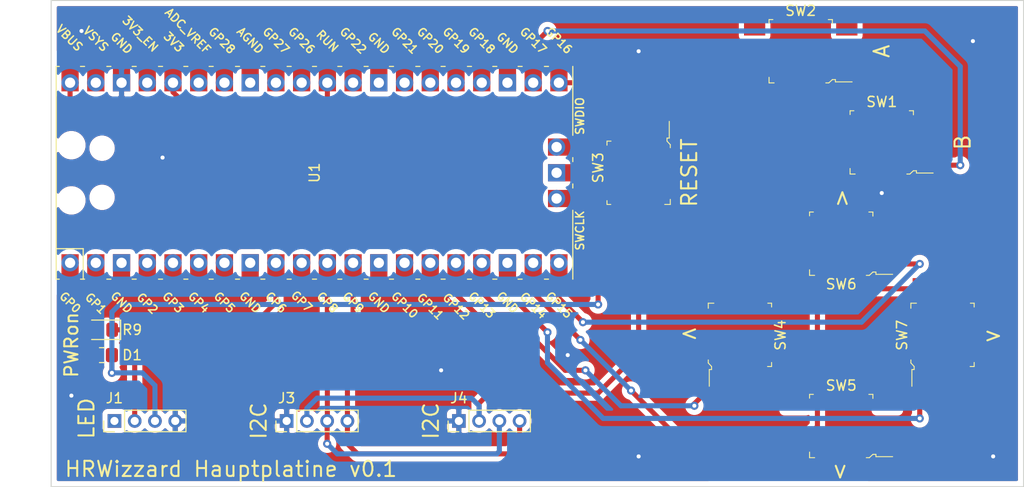
<source format=kicad_pcb>
(kicad_pcb (version 20171130) (host pcbnew "(5.1.10)-1")

  (general
    (thickness 1.6)
    (drawings 16)
    (tracks 144)
    (zones 0)
    (modules 13)
    (nets 45)
  )

  (page A4)
  (layers
    (0 F.Cu signal)
    (31 B.Cu signal)
    (32 B.Adhes user)
    (33 F.Adhes user)
    (34 B.Paste user)
    (35 F.Paste user)
    (36 B.SilkS user)
    (37 F.SilkS user)
    (38 B.Mask user)
    (39 F.Mask user)
    (40 Dwgs.User user)
    (41 Cmts.User user)
    (42 Eco1.User user)
    (43 Eco2.User user)
    (44 Edge.Cuts user)
    (45 Margin user)
    (46 B.CrtYd user)
    (47 F.CrtYd user)
    (48 B.Fab user)
    (49 F.Fab user)
  )

  (setup
    (last_trace_width 0.2)
    (user_trace_width 0.2)
    (user_trace_width 0.3)
    (user_trace_width 0.5)
    (trace_clearance 0.15)
    (zone_clearance 0.508)
    (zone_45_only no)
    (trace_min 0.2)
    (via_size 0.6)
    (via_drill 0.35)
    (via_min_size 0.4)
    (via_min_drill 0.3)
    (user_via 0.8 0.4)
    (user_via 1 0.8)
    (uvia_size 0.2)
    (uvia_drill 0.1)
    (uvias_allowed no)
    (uvia_min_size 0.2)
    (uvia_min_drill 0.1)
    (edge_width 0.05)
    (segment_width 0.2)
    (pcb_text_width 0.3)
    (pcb_text_size 1.5 1.5)
    (mod_edge_width 0.12)
    (mod_text_size 1 1)
    (mod_text_width 0.15)
    (pad_size 1.524 1.524)
    (pad_drill 0.762)
    (pad_to_mask_clearance 0)
    (aux_axis_origin 110.81 127.83)
    (grid_origin 110.81 127.83)
    (visible_elements 7FFFFF7F)
    (pcbplotparams
      (layerselection 0x01008_7ffffffe)
      (usegerberextensions false)
      (usegerberattributes true)
      (usegerberadvancedattributes true)
      (creategerberjobfile true)
      (excludeedgelayer true)
      (linewidth 0.100000)
      (plotframeref true)
      (viasonmask false)
      (mode 1)
      (useauxorigin false)
      (hpglpennumber 1)
      (hpglpenspeed 20)
      (hpglpendiameter 15.000000)
      (psnegative false)
      (psa4output false)
      (plotreference true)
      (plotvalue true)
      (plotinvisibletext false)
      (padsonsilk false)
      (subtractmaskfromsilk false)
      (outputformat 1)
      (mirror false)
      (drillshape 0)
      (scaleselection 1)
      (outputdirectory "stencil/"))
  )

  (net 0 "")
  (net 1 GND)
  (net 2 +3V3)
  (net 3 +5V)
  (net 4 SDA)
  (net 5 SCL)
  (net 6 TX)
  (net 7 RX)
  (net 8 NEOPIXEL_OUT)
  (net 9 Button_B)
  (net 10 Button_A)
  (net 11 Button_UP)
  (net 12 Button_LEFT)
  (net 13 Button_RIGHT)
  (net 14 Button_DOWN)
  (net 15 "Net-(SW3-Pad1)")
  (net 16 "Net-(U1-Pad43)")
  (net 17 "Net-(U1-Pad42)")
  (net 18 "Net-(U1-Pad41)")
  (net 19 "Net-(U1-Pad23)")
  (net 20 "Net-(U1-Pad28)")
  (net 21 "Net-(U1-Pad29)")
  (net 22 "Net-(U1-Pad31)")
  (net 23 "Net-(U1-Pad32)")
  (net 24 "Net-(U1-Pad33)")
  (net 25 "Net-(U1-Pad34)")
  (net 26 "Net-(U1-Pad35)")
  (net 27 "Net-(U1-Pad37)")
  (net 28 "Net-(U1-Pad39)")
  (net 29 "Net-(U1-Pad18)")
  (net 30 "Net-(U1-Pad15)")
  (net 31 "Net-(U1-Pad14)")
  (net 32 "Net-(U1-Pad13)")
  (net 33 "Net-(U1-Pad10)")
  (net 34 "Net-(U1-Pad8)")
  (net 35 "Net-(U1-Pad7)")
  (net 36 "Net-(U1-Pad6)")
  (net 37 "Net-(U1-Pad5)")
  (net 38 "Net-(U1-Pad4)")
  (net 39 "Net-(U1-Pad3)")
  (net 40 "Net-(U1-Pad25)")
  (net 41 "Net-(U1-Pad26)")
  (net 42 "Net-(U1-Pad27)")
  (net 43 "Net-(U1-Pad24)")
  (net 44 "Net-(D1-Pad2)")

  (net_class Default "This is the default net class."
    (clearance 0.15)
    (trace_width 0.2)
    (via_dia 0.6)
    (via_drill 0.35)
    (uvia_dia 0.2)
    (uvia_drill 0.1)
    (add_net +3V3)
    (add_net +5V)
    (add_net Button_A)
    (add_net Button_B)
    (add_net Button_DOWN)
    (add_net Button_LEFT)
    (add_net Button_RIGHT)
    (add_net Button_UP)
    (add_net GND)
    (add_net NEOPIXEL_OUT)
    (add_net "Net-(D1-Pad2)")
    (add_net "Net-(SW3-Pad1)")
    (add_net "Net-(U1-Pad10)")
    (add_net "Net-(U1-Pad13)")
    (add_net "Net-(U1-Pad14)")
    (add_net "Net-(U1-Pad15)")
    (add_net "Net-(U1-Pad18)")
    (add_net "Net-(U1-Pad23)")
    (add_net "Net-(U1-Pad24)")
    (add_net "Net-(U1-Pad25)")
    (add_net "Net-(U1-Pad26)")
    (add_net "Net-(U1-Pad27)")
    (add_net "Net-(U1-Pad28)")
    (add_net "Net-(U1-Pad29)")
    (add_net "Net-(U1-Pad3)")
    (add_net "Net-(U1-Pad31)")
    (add_net "Net-(U1-Pad32)")
    (add_net "Net-(U1-Pad33)")
    (add_net "Net-(U1-Pad34)")
    (add_net "Net-(U1-Pad35)")
    (add_net "Net-(U1-Pad37)")
    (add_net "Net-(U1-Pad39)")
    (add_net "Net-(U1-Pad4)")
    (add_net "Net-(U1-Pad41)")
    (add_net "Net-(U1-Pad42)")
    (add_net "Net-(U1-Pad43)")
    (add_net "Net-(U1-Pad5)")
    (add_net "Net-(U1-Pad6)")
    (add_net "Net-(U1-Pad7)")
    (add_net "Net-(U1-Pad8)")
    (add_net RX)
    (add_net SCL)
    (add_net SDA)
    (add_net TX)
  )

  (module Connector_PinHeader_2.00mm:PinHeader_1x04_P2.00mm_Vertical (layer F.Cu) (tedit 59FED667) (tstamp 61615A5A)
    (at 151.047 121.358 90)
    (descr "Through hole straight pin header, 1x04, 2.00mm pitch, single row")
    (tags "Through hole pin header THT 1x04 2.00mm single row")
    (path /61C8E916)
    (fp_text reference J4 (at 2.25 0 180) (layer F.SilkS)
      (effects (font (size 1 1) (thickness 0.15)))
    )
    (fp_text value Grove_Connector (at 0 8.06 90) (layer F.Fab)
      (effects (font (size 1 1) (thickness 0.15)))
    )
    (fp_line (start -0.5 -1) (end 1 -1) (layer F.Fab) (width 0.1))
    (fp_line (start 1 -1) (end 1 7) (layer F.Fab) (width 0.1))
    (fp_line (start 1 7) (end -1 7) (layer F.Fab) (width 0.1))
    (fp_line (start -1 7) (end -1 -0.5) (layer F.Fab) (width 0.1))
    (fp_line (start -1 -0.5) (end -0.5 -1) (layer F.Fab) (width 0.1))
    (fp_line (start -1.06 7.06) (end 1.06 7.06) (layer F.SilkS) (width 0.12))
    (fp_line (start -1.06 1) (end -1.06 7.06) (layer F.SilkS) (width 0.12))
    (fp_line (start 1.06 1) (end 1.06 7.06) (layer F.SilkS) (width 0.12))
    (fp_line (start -1.06 1) (end 1.06 1) (layer F.SilkS) (width 0.12))
    (fp_line (start -1.06 0) (end -1.06 -1.06) (layer F.SilkS) (width 0.12))
    (fp_line (start -1.06 -1.06) (end 0 -1.06) (layer F.SilkS) (width 0.12))
    (fp_line (start -1.5 -1.5) (end -1.5 7.5) (layer F.CrtYd) (width 0.05))
    (fp_line (start -1.5 7.5) (end 1.5 7.5) (layer F.CrtYd) (width 0.05))
    (fp_line (start 1.5 7.5) (end 1.5 -1.5) (layer F.CrtYd) (width 0.05))
    (fp_line (start 1.5 -1.5) (end -1.5 -1.5) (layer F.CrtYd) (width 0.05))
    (fp_text user %R (at 0 3) (layer F.Fab)
      (effects (font (size 1 1) (thickness 0.15)))
    )
    (pad 4 thru_hole oval (at 0 6 90) (size 1.35 1.35) (drill 0.8) (layers *.Cu *.Mask)
      (net 5 SCL))
    (pad 3 thru_hole oval (at 0 4 90) (size 1.35 1.35) (drill 0.8) (layers *.Cu *.Mask)
      (net 4 SDA))
    (pad 2 thru_hole oval (at 0 2 90) (size 1.35 1.35) (drill 0.8) (layers *.Cu *.Mask)
      (net 2 +3V3))
    (pad 1 thru_hole rect (at 0 0 90) (size 1.35 1.35) (drill 0.8) (layers *.Cu *.Mask)
      (net 1 GND))
    (model ${KISYS3DMOD}/Connector_PinHeader_2.00mm.3dshapes/PinHeader_1x04_P2.00mm_Vertical.wrl
      (at (xyz 0 0 0))
      (scale (xyz 1 1 1))
      (rotate (xyz 0 0 0))
    )
  )

  (module Connector_PinHeader_2.00mm:PinHeader_1x04_P2.00mm_Vertical (layer F.Cu) (tedit 59FED667) (tstamp 616D96BE)
    (at 134.047 121.358 90)
    (descr "Through hole straight pin header, 1x04, 2.00mm pitch, single row")
    (tags "Through hole pin header THT 1x04 2.00mm single row")
    (path /6175AF35)
    (fp_text reference J3 (at 2.25 0 180) (layer F.SilkS)
      (effects (font (size 1 1) (thickness 0.15)))
    )
    (fp_text value Grove_Connector (at 0 8.06 90) (layer F.Fab)
      (effects (font (size 1 1) (thickness 0.15)))
    )
    (fp_line (start -0.5 -1) (end 1 -1) (layer F.Fab) (width 0.1))
    (fp_line (start 1 -1) (end 1 7) (layer F.Fab) (width 0.1))
    (fp_line (start 1 7) (end -1 7) (layer F.Fab) (width 0.1))
    (fp_line (start -1 7) (end -1 -0.5) (layer F.Fab) (width 0.1))
    (fp_line (start -1 -0.5) (end -0.5 -1) (layer F.Fab) (width 0.1))
    (fp_line (start -1.06 7.06) (end 1.06 7.06) (layer F.SilkS) (width 0.12))
    (fp_line (start -1.06 1) (end -1.06 7.06) (layer F.SilkS) (width 0.12))
    (fp_line (start 1.06 1) (end 1.06 7.06) (layer F.SilkS) (width 0.12))
    (fp_line (start -1.06 1) (end 1.06 1) (layer F.SilkS) (width 0.12))
    (fp_line (start -1.06 0) (end -1.06 -1.06) (layer F.SilkS) (width 0.12))
    (fp_line (start -1.06 -1.06) (end 0 -1.06) (layer F.SilkS) (width 0.12))
    (fp_line (start -1.5 -1.5) (end -1.5 7.5) (layer F.CrtYd) (width 0.05))
    (fp_line (start -1.5 7.5) (end 1.5 7.5) (layer F.CrtYd) (width 0.05))
    (fp_line (start 1.5 7.5) (end 1.5 -1.5) (layer F.CrtYd) (width 0.05))
    (fp_line (start 1.5 -1.5) (end -1.5 -1.5) (layer F.CrtYd) (width 0.05))
    (fp_text user %R (at 0 3) (layer F.Fab)
      (effects (font (size 1 1) (thickness 0.15)))
    )
    (pad 4 thru_hole oval (at 0 6 90) (size 1.35 1.35) (drill 0.8) (layers *.Cu *.Mask)
      (net 5 SCL))
    (pad 3 thru_hole oval (at 0 4 90) (size 1.35 1.35) (drill 0.8) (layers *.Cu *.Mask)
      (net 4 SDA))
    (pad 2 thru_hole oval (at 0 2 90) (size 1.35 1.35) (drill 0.8) (layers *.Cu *.Mask)
      (net 2 +3V3))
    (pad 1 thru_hole rect (at 0 0 90) (size 1.35 1.35) (drill 0.8) (layers *.Cu *.Mask)
      (net 1 GND))
    (model ${KISYS3DMOD}/Connector_PinHeader_2.00mm.3dshapes/PinHeader_1x04_P2.00mm_Vertical.wrl
      (at (xyz 0 0 0))
      (scale (xyz 1 1 1))
      (rotate (xyz 0 0 0))
    )
  )

  (module Connector_PinHeader_2.00mm:PinHeader_1x04_P2.00mm_Vertical (layer F.Cu) (tedit 59FED667) (tstamp 616D6D1C)
    (at 117.047 121.358 90)
    (descr "Through hole straight pin header, 1x04, 2.00mm pitch, single row")
    (tags "Through hole pin header THT 1x04 2.00mm single row")
    (path /6175651F)
    (fp_text reference J1 (at 2.25 0 180) (layer F.SilkS)
      (effects (font (size 1 1) (thickness 0.15)))
    )
    (fp_text value Conn_01x04 (at 0 8.06 90) (layer F.Fab)
      (effects (font (size 1 1) (thickness 0.15)))
    )
    (fp_line (start -0.5 -1) (end 1 -1) (layer F.Fab) (width 0.1))
    (fp_line (start 1 -1) (end 1 7) (layer F.Fab) (width 0.1))
    (fp_line (start 1 7) (end -1 7) (layer F.Fab) (width 0.1))
    (fp_line (start -1 7) (end -1 -0.5) (layer F.Fab) (width 0.1))
    (fp_line (start -1 -0.5) (end -0.5 -1) (layer F.Fab) (width 0.1))
    (fp_line (start -1.06 7.06) (end 1.06 7.06) (layer F.SilkS) (width 0.12))
    (fp_line (start -1.06 1) (end -1.06 7.06) (layer F.SilkS) (width 0.12))
    (fp_line (start 1.06 1) (end 1.06 7.06) (layer F.SilkS) (width 0.12))
    (fp_line (start -1.06 1) (end 1.06 1) (layer F.SilkS) (width 0.12))
    (fp_line (start -1.06 0) (end -1.06 -1.06) (layer F.SilkS) (width 0.12))
    (fp_line (start -1.06 -1.06) (end 0 -1.06) (layer F.SilkS) (width 0.12))
    (fp_line (start -1.5 -1.5) (end -1.5 7.5) (layer F.CrtYd) (width 0.05))
    (fp_line (start -1.5 7.5) (end 1.5 7.5) (layer F.CrtYd) (width 0.05))
    (fp_line (start 1.5 7.5) (end 1.5 -1.5) (layer F.CrtYd) (width 0.05))
    (fp_line (start 1.5 -1.5) (end -1.5 -1.5) (layer F.CrtYd) (width 0.05))
    (fp_text user %R (at 0 3) (layer F.Fab)
      (effects (font (size 1 1) (thickness 0.15)))
    )
    (pad 4 thru_hole oval (at 0 6 90) (size 1.35 1.35) (drill 0.8) (layers *.Cu *.Mask)
      (net 1 GND))
    (pad 3 thru_hole oval (at 0 4 90) (size 1.35 1.35) (drill 0.8) (layers *.Cu *.Mask)
      (net 3 +5V))
    (pad 2 thru_hole oval (at 0 2 90) (size 1.35 1.35) (drill 0.8) (layers *.Cu *.Mask)
      (net 8 NEOPIXEL_OUT))
    (pad 1 thru_hole rect (at 0 0 90) (size 1.35 1.35) (drill 0.8) (layers *.Cu *.Mask))
    (model ${KISYS3DMOD}/Connector_PinHeader_2.00mm.3dshapes/PinHeader_1x04_P2.00mm_Vertical.wrl
      (at (xyz 0 0 0))
      (scale (xyz 1 1 1))
      (rotate (xyz 0 0 0))
    )
  )

  (module Resistor_SMD:R_0805_2012Metric_Pad1.20x1.40mm_HandSolder (layer F.Cu) (tedit 5F68FEEE) (tstamp 617BABFD)
    (at 115.797 114.858)
    (descr "Resistor SMD 0805 (2012 Metric), square (rectangular) end terminal, IPC_7351 nominal with elongated pad for handsoldering. (Body size source: IPC-SM-782 page 72, https://www.pcb-3d.com/wordpress/wp-content/uploads/ipc-sm-782a_amendment_1_and_2.pdf), generated with kicad-footprint-generator")
    (tags "resistor handsolder")
    (path /617BC658)
    (attr smd)
    (fp_text reference R9 (at 3 -2.5) (layer F.SilkS)
      (effects (font (size 1 1) (thickness 0.15)))
    )
    (fp_text value 330R (at 0 1.65) (layer F.Fab)
      (effects (font (size 1 1) (thickness 0.15)))
    )
    (fp_line (start 1.85 0.95) (end -1.85 0.95) (layer F.CrtYd) (width 0.05))
    (fp_line (start 1.85 -0.95) (end 1.85 0.95) (layer F.CrtYd) (width 0.05))
    (fp_line (start -1.85 -0.95) (end 1.85 -0.95) (layer F.CrtYd) (width 0.05))
    (fp_line (start -1.85 0.95) (end -1.85 -0.95) (layer F.CrtYd) (width 0.05))
    (fp_line (start -0.227064 0.735) (end 0.227064 0.735) (layer F.SilkS) (width 0.12))
    (fp_line (start -0.227064 -0.735) (end 0.227064 -0.735) (layer F.SilkS) (width 0.12))
    (fp_line (start 1 0.625) (end -1 0.625) (layer F.Fab) (width 0.1))
    (fp_line (start 1 -0.625) (end 1 0.625) (layer F.Fab) (width 0.1))
    (fp_line (start -1 -0.625) (end 1 -0.625) (layer F.Fab) (width 0.1))
    (fp_line (start -1 0.625) (end -1 -0.625) (layer F.Fab) (width 0.1))
    (fp_text user %R (at 0 0) (layer F.Fab)
      (effects (font (size 0.5 0.5) (thickness 0.08)))
    )
    (pad 2 smd roundrect (at 1 0) (size 1.2 1.4) (layers F.Cu F.Paste F.Mask) (roundrect_rratio 0.2083325)
      (net 3 +5V))
    (pad 1 smd roundrect (at -1 0) (size 1.2 1.4) (layers F.Cu F.Paste F.Mask) (roundrect_rratio 0.2083325)
      (net 44 "Net-(D1-Pad2)"))
    (model ${KISYS3DMOD}/Resistor_SMD.3dshapes/R_0805_2012Metric.wrl
      (at (xyz 0 0 0))
      (scale (xyz 1 1 1))
      (rotate (xyz 0 0 0))
    )
  )

  (module LED_SMD:LED_0805_2012Metric_Pad1.15x1.40mm_HandSolder (layer F.Cu) (tedit 5F68FEF1) (tstamp 617BAA20)
    (at 115.797 112.358 180)
    (descr "LED SMD 0805 (2012 Metric), square (rectangular) end terminal, IPC_7351 nominal, (Body size source: https://docs.google.com/spreadsheets/d/1BsfQQcO9C6DZCsRaXUlFlo91Tg2WpOkGARC1WS5S8t0/edit?usp=sharing), generated with kicad-footprint-generator")
    (tags "LED handsolder")
    (path /617BB490)
    (attr smd)
    (fp_text reference D1 (at -3 -2.5) (layer F.SilkS)
      (effects (font (size 1 1) (thickness 0.15)))
    )
    (fp_text value LED_Small (at 0 1.65) (layer F.Fab)
      (effects (font (size 1 1) (thickness 0.15)))
    )
    (fp_line (start 1.85 0.95) (end -1.85 0.95) (layer F.CrtYd) (width 0.05))
    (fp_line (start 1.85 -0.95) (end 1.85 0.95) (layer F.CrtYd) (width 0.05))
    (fp_line (start -1.85 -0.95) (end 1.85 -0.95) (layer F.CrtYd) (width 0.05))
    (fp_line (start -1.85 0.95) (end -1.85 -0.95) (layer F.CrtYd) (width 0.05))
    (fp_line (start -1.86 0.96) (end 1 0.96) (layer F.SilkS) (width 0.12))
    (fp_line (start -1.86 -0.96) (end -1.86 0.96) (layer F.SilkS) (width 0.12))
    (fp_line (start 1 -0.96) (end -1.86 -0.96) (layer F.SilkS) (width 0.12))
    (fp_line (start 1 0.6) (end 1 -0.6) (layer F.Fab) (width 0.1))
    (fp_line (start -1 0.6) (end 1 0.6) (layer F.Fab) (width 0.1))
    (fp_line (start -1 -0.3) (end -1 0.6) (layer F.Fab) (width 0.1))
    (fp_line (start -0.7 -0.6) (end -1 -0.3) (layer F.Fab) (width 0.1))
    (fp_line (start 1 -0.6) (end -0.7 -0.6) (layer F.Fab) (width 0.1))
    (fp_text user %R (at 0 0) (layer F.Fab)
      (effects (font (size 0.5 0.5) (thickness 0.08)))
    )
    (pad 2 smd roundrect (at 1.025 0 180) (size 1.15 1.4) (layers F.Cu F.Paste F.Mask) (roundrect_rratio 0.2173904347826087)
      (net 44 "Net-(D1-Pad2)"))
    (pad 1 smd roundrect (at -1.025 0 180) (size 1.15 1.4) (layers F.Cu F.Paste F.Mask) (roundrect_rratio 0.2173904347826087)
      (net 1 GND))
    (model ${KISYS3DMOD}/LED_SMD.3dshapes/LED_0805_2012Metric.wrl
      (at (xyz 0 0 0))
      (scale (xyz 1 1 1))
      (rotate (xyz 0 0 0))
    )
  )

  (module MCU_RaspberryPi_and_Boards:RPi_Pico_SMD_TH (layer F.Cu) (tedit 5F638C80) (tstamp 616D865E)
    (at 136.797 96.858 90)
    (descr "Through hole straight pin header, 2x20, 2.54mm pitch, double rows")
    (tags "Through hole pin header THT 2x20 2.54mm double row")
    (path /615C1B81)
    (fp_text reference U1 (at 0 0 90) (layer F.SilkS)
      (effects (font (size 1 1) (thickness 0.15)))
    )
    (fp_text value Pico (at 0 2.159 90) (layer F.Fab)
      (effects (font (size 1 1) (thickness 0.15)))
    )
    (fp_line (start 1.1 25.5) (end 1.5 25.5) (layer F.SilkS) (width 0.12))
    (fp_line (start -1.5 25.5) (end -1.1 25.5) (layer F.SilkS) (width 0.12))
    (fp_line (start 10.5 25.5) (end 3.7 25.5) (layer F.SilkS) (width 0.12))
    (fp_line (start 10.5 15.1) (end 10.5 15.5) (layer F.SilkS) (width 0.12))
    (fp_line (start 10.5 7.4) (end 10.5 7.8) (layer F.SilkS) (width 0.12))
    (fp_line (start 10.5 -18) (end 10.5 -17.6) (layer F.SilkS) (width 0.12))
    (fp_line (start 10.5 -25.5) (end 10.5 -25.2) (layer F.SilkS) (width 0.12))
    (fp_line (start 10.5 -2.7) (end 10.5 -2.3) (layer F.SilkS) (width 0.12))
    (fp_line (start 10.5 12.5) (end 10.5 12.9) (layer F.SilkS) (width 0.12))
    (fp_line (start 10.5 -7.8) (end 10.5 -7.4) (layer F.SilkS) (width 0.12))
    (fp_line (start 10.5 -12.9) (end 10.5 -12.5) (layer F.SilkS) (width 0.12))
    (fp_line (start 10.5 -0.2) (end 10.5 0.2) (layer F.SilkS) (width 0.12))
    (fp_line (start 10.5 4.9) (end 10.5 5.3) (layer F.SilkS) (width 0.12))
    (fp_line (start 10.5 20.1) (end 10.5 20.5) (layer F.SilkS) (width 0.12))
    (fp_line (start 10.5 22.7) (end 10.5 23.1) (layer F.SilkS) (width 0.12))
    (fp_line (start 10.5 17.6) (end 10.5 18) (layer F.SilkS) (width 0.12))
    (fp_line (start 10.5 -15.4) (end 10.5 -15) (layer F.SilkS) (width 0.12))
    (fp_line (start 10.5 -23.1) (end 10.5 -22.7) (layer F.SilkS) (width 0.12))
    (fp_line (start 10.5 -20.5) (end 10.5 -20.1) (layer F.SilkS) (width 0.12))
    (fp_line (start 10.5 10) (end 10.5 10.4) (layer F.SilkS) (width 0.12))
    (fp_line (start 10.5 2.3) (end 10.5 2.7) (layer F.SilkS) (width 0.12))
    (fp_line (start 10.5 -5.3) (end 10.5 -4.9) (layer F.SilkS) (width 0.12))
    (fp_line (start 10.5 -10.4) (end 10.5 -10) (layer F.SilkS) (width 0.12))
    (fp_line (start -10.5 22.7) (end -10.5 23.1) (layer F.SilkS) (width 0.12))
    (fp_line (start -10.5 20.1) (end -10.5 20.5) (layer F.SilkS) (width 0.12))
    (fp_line (start -10.5 17.6) (end -10.5 18) (layer F.SilkS) (width 0.12))
    (fp_line (start -10.5 15.1) (end -10.5 15.5) (layer F.SilkS) (width 0.12))
    (fp_line (start -10.5 12.5) (end -10.5 12.9) (layer F.SilkS) (width 0.12))
    (fp_line (start -10.5 10) (end -10.5 10.4) (layer F.SilkS) (width 0.12))
    (fp_line (start -10.5 7.4) (end -10.5 7.8) (layer F.SilkS) (width 0.12))
    (fp_line (start -10.5 4.9) (end -10.5 5.3) (layer F.SilkS) (width 0.12))
    (fp_line (start -10.5 2.3) (end -10.5 2.7) (layer F.SilkS) (width 0.12))
    (fp_line (start -10.5 -0.2) (end -10.5 0.2) (layer F.SilkS) (width 0.12))
    (fp_line (start -10.5 -2.7) (end -10.5 -2.3) (layer F.SilkS) (width 0.12))
    (fp_line (start -10.5 -5.3) (end -10.5 -4.9) (layer F.SilkS) (width 0.12))
    (fp_line (start -10.5 -7.8) (end -10.5 -7.4) (layer F.SilkS) (width 0.12))
    (fp_line (start -10.5 -10.4) (end -10.5 -10) (layer F.SilkS) (width 0.12))
    (fp_line (start -10.5 -12.9) (end -10.5 -12.5) (layer F.SilkS) (width 0.12))
    (fp_line (start -10.5 -15.4) (end -10.5 -15) (layer F.SilkS) (width 0.12))
    (fp_line (start -10.5 -18) (end -10.5 -17.6) (layer F.SilkS) (width 0.12))
    (fp_line (start -10.5 -20.5) (end -10.5 -20.1) (layer F.SilkS) (width 0.12))
    (fp_line (start -10.5 -23.1) (end -10.5 -22.7) (layer F.SilkS) (width 0.12))
    (fp_line (start -10.5 -25.5) (end -10.5 -25.2) (layer F.SilkS) (width 0.12))
    (fp_line (start -7.493 -22.833) (end -7.493 -25.5) (layer F.SilkS) (width 0.12))
    (fp_line (start -10.5 -22.833) (end -7.493 -22.833) (layer F.SilkS) (width 0.12))
    (fp_line (start -3.7 25.5) (end -10.5 25.5) (layer F.SilkS) (width 0.12))
    (fp_line (start -10.5 -25.5) (end 10.5 -25.5) (layer F.SilkS) (width 0.12))
    (fp_line (start -11 26) (end -11 -26) (layer F.CrtYd) (width 0.12))
    (fp_line (start 11 26) (end -11 26) (layer F.CrtYd) (width 0.12))
    (fp_line (start 11 -26) (end 11 26) (layer F.CrtYd) (width 0.12))
    (fp_line (start -11 -26) (end 11 -26) (layer F.CrtYd) (width 0.12))
    (fp_line (start -10.5 -24.2) (end -9.2 -25.5) (layer F.Fab) (width 0.12))
    (fp_line (start -10.5 25.5) (end -10.5 -25.5) (layer F.Fab) (width 0.12))
    (fp_line (start 10.5 25.5) (end -10.5 25.5) (layer F.Fab) (width 0.12))
    (fp_line (start 10.5 -25.5) (end 10.5 25.5) (layer F.Fab) (width 0.12))
    (fp_line (start -10.5 -25.5) (end 10.5 -25.5) (layer F.Fab) (width 0.12))
    (fp_poly (pts (xy -1.5 -16.5) (xy -3.5 -16.5) (xy -3.5 -18.5) (xy -1.5 -18.5)) (layer Dwgs.User) (width 0.1))
    (fp_poly (pts (xy -1.5 -14) (xy -3.5 -14) (xy -3.5 -16) (xy -1.5 -16)) (layer Dwgs.User) (width 0.1))
    (fp_poly (pts (xy -1.5 -11.5) (xy -3.5 -11.5) (xy -3.5 -13.5) (xy -1.5 -13.5)) (layer Dwgs.User) (width 0.1))
    (fp_poly (pts (xy 3.7 -20.2) (xy -3.7 -20.2) (xy -3.7 -24.9) (xy 3.7 -24.9)) (layer Dwgs.User) (width 0.1))
    (fp_text user "Copper Keepouts shown on Dwgs layer" (at 0.1 -30.2 90) (layer Cmts.User)
      (effects (font (size 1 1) (thickness 0.15)))
    )
    (fp_text user SWDIO (at 5.6 26.2 90) (layer F.SilkS)
      (effects (font (size 0.8 0.8) (thickness 0.15)))
    )
    (fp_text user SWCLK (at -5.7 26.2 90) (layer F.SilkS)
      (effects (font (size 0.8 0.8) (thickness 0.15)))
    )
    (fp_text user AGND (at 13.054 -6.35 135) (layer F.SilkS)
      (effects (font (size 0.8 0.8) (thickness 0.15)))
    )
    (fp_text user GND (at 12.8 -19.05 135) (layer F.SilkS)
      (effects (font (size 0.8 0.8) (thickness 0.15)))
    )
    (fp_text user GND (at 12.8 6.35 135) (layer F.SilkS)
      (effects (font (size 0.8 0.8) (thickness 0.15)))
    )
    (fp_text user GND (at 12.8 19.05 135) (layer F.SilkS)
      (effects (font (size 0.8 0.8) (thickness 0.15)))
    )
    (fp_text user GND (at -12.8 19.05 135) (layer F.SilkS)
      (effects (font (size 0.8 0.8) (thickness 0.15)))
    )
    (fp_text user GND (at -12.8 6.35 135) (layer F.SilkS)
      (effects (font (size 0.8 0.8) (thickness 0.15)))
    )
    (fp_text user GND (at -12.8 -6.35 135) (layer F.SilkS)
      (effects (font (size 0.8 0.8) (thickness 0.15)))
    )
    (fp_text user GND (at -12.8 -19.05 135) (layer F.SilkS)
      (effects (font (size 0.8 0.8) (thickness 0.15)))
    )
    (fp_text user VBUS (at 13.3 -24.2 135) (layer F.SilkS)
      (effects (font (size 0.8 0.8) (thickness 0.15)))
    )
    (fp_text user VSYS (at 13.2 -21.59 135) (layer F.SilkS)
      (effects (font (size 0.8 0.8) (thickness 0.15)))
    )
    (fp_text user 3V3_EN (at 13.7 -17.2 135) (layer F.SilkS)
      (effects (font (size 0.8 0.8) (thickness 0.15)))
    )
    (fp_text user 3V3 (at 12.9 -13.9 135) (layer F.SilkS)
      (effects (font (size 0.8 0.8) (thickness 0.15)))
    )
    (fp_text user ADC_VREF (at 14 -12.5 135) (layer F.SilkS)
      (effects (font (size 0.8 0.8) (thickness 0.15)))
    )
    (fp_text user GP28 (at 13.054 -9.144 135) (layer F.SilkS)
      (effects (font (size 0.8 0.8) (thickness 0.15)))
    )
    (fp_text user GP27 (at 13.054 -3.8 135) (layer F.SilkS)
      (effects (font (size 0.8 0.8) (thickness 0.15)))
    )
    (fp_text user GP26 (at 13.054 -1.27 135) (layer F.SilkS)
      (effects (font (size 0.8 0.8) (thickness 0.15)))
    )
    (fp_text user RUN (at 13 1.27 135) (layer F.SilkS)
      (effects (font (size 0.8 0.8) (thickness 0.15)))
    )
    (fp_text user GP22 (at 13.054 3.81 135) (layer F.SilkS)
      (effects (font (size 0.8 0.8) (thickness 0.15)))
    )
    (fp_text user GP21 (at 13.054 8.9 135) (layer F.SilkS)
      (effects (font (size 0.8 0.8) (thickness 0.15)))
    )
    (fp_text user GP20 (at 13.054 11.43 135) (layer F.SilkS)
      (effects (font (size 0.8 0.8) (thickness 0.15)))
    )
    (fp_text user GP19 (at 13.054 13.97 135) (layer F.SilkS)
      (effects (font (size 0.8 0.8) (thickness 0.15)))
    )
    (fp_text user GP18 (at 13.054 16.51 135) (layer F.SilkS)
      (effects (font (size 0.8 0.8) (thickness 0.15)))
    )
    (fp_text user GP17 (at 13.054 21.59 135) (layer F.SilkS)
      (effects (font (size 0.8 0.8) (thickness 0.15)))
    )
    (fp_text user GP16 (at 13.054 24.13 135) (layer F.SilkS)
      (effects (font (size 0.8 0.8) (thickness 0.15)))
    )
    (fp_text user GP15 (at -13.054 24.13 135) (layer F.SilkS)
      (effects (font (size 0.8 0.8) (thickness 0.15)))
    )
    (fp_text user GP14 (at -13.1 21.59 135) (layer F.SilkS)
      (effects (font (size 0.8 0.8) (thickness 0.15)))
    )
    (fp_text user GP13 (at -13.054 16.51 135) (layer F.SilkS)
      (effects (font (size 0.8 0.8) (thickness 0.15)))
    )
    (fp_text user GP12 (at -13.2 13.97 135) (layer F.SilkS)
      (effects (font (size 0.8 0.8) (thickness 0.15)))
    )
    (fp_text user GP11 (at -13.2 11.43 135) (layer F.SilkS)
      (effects (font (size 0.8 0.8) (thickness 0.15)))
    )
    (fp_text user GP10 (at -13.054 8.89 135) (layer F.SilkS)
      (effects (font (size 0.8 0.8) (thickness 0.15)))
    )
    (fp_text user GP9 (at -12.8 3.81 135) (layer F.SilkS)
      (effects (font (size 0.8 0.8) (thickness 0.15)))
    )
    (fp_text user GP8 (at -12.8 1.27 135) (layer F.SilkS)
      (effects (font (size 0.8 0.8) (thickness 0.15)))
    )
    (fp_text user GP7 (at -12.7 -1.27 135) (layer F.SilkS)
      (effects (font (size 0.8 0.8) (thickness 0.15)))
    )
    (fp_text user GP6 (at -12.8 -3.81 135) (layer F.SilkS)
      (effects (font (size 0.8 0.8) (thickness 0.15)))
    )
    (fp_text user GP5 (at -12.8 -8.89 135) (layer F.SilkS)
      (effects (font (size 0.8 0.8) (thickness 0.15)))
    )
    (fp_text user GP4 (at -12.8 -11.43 135) (layer F.SilkS)
      (effects (font (size 0.8 0.8) (thickness 0.15)))
    )
    (fp_text user GP3 (at -12.8 -13.97 135) (layer F.SilkS)
      (effects (font (size 0.8 0.8) (thickness 0.15)))
    )
    (fp_text user GP0 (at -12.8 -24.13 135) (layer F.SilkS)
      (effects (font (size 0.8 0.8) (thickness 0.15)))
    )
    (fp_text user GP2 (at -12.9 -16.51 135) (layer F.SilkS)
      (effects (font (size 0.8 0.8) (thickness 0.15)))
    )
    (fp_text user GP1 (at -12.9 -21.6 135) (layer F.SilkS)
      (effects (font (size 0.8 0.8) (thickness 0.15)))
    )
    (fp_text user %R (at 0 0 270) (layer F.Fab)
      (effects (font (size 1 1) (thickness 0.15)))
    )
    (pad 43 thru_hole oval (at 2.54 23.9 90) (size 1.7 1.7) (drill 1.02) (layers *.Cu *.Mask)
      (net 16 "Net-(U1-Pad43)"))
    (pad 43 smd rect (at 2.54 23.9 180) (size 3.5 1.7) (drill (offset -0.9 0)) (layers F.Cu F.Mask)
      (net 16 "Net-(U1-Pad43)"))
    (pad 42 thru_hole rect (at 0 23.9 90) (size 1.7 1.7) (drill 1.02) (layers *.Cu *.Mask)
      (net 17 "Net-(U1-Pad42)"))
    (pad 42 smd rect (at 0 23.9 180) (size 3.5 1.7) (drill (offset -0.9 0)) (layers F.Cu F.Mask)
      (net 17 "Net-(U1-Pad42)"))
    (pad 41 thru_hole oval (at -2.54 23.9 90) (size 1.7 1.7) (drill 1.02) (layers *.Cu *.Mask)
      (net 18 "Net-(U1-Pad41)"))
    (pad 41 smd rect (at -2.54 23.9 180) (size 3.5 1.7) (drill (offset -0.9 0)) (layers F.Cu F.Mask)
      (net 18 "Net-(U1-Pad41)"))
    (pad "" np_thru_hole oval (at 2.425 -20.97 90) (size 1.5 1.5) (drill 1.5) (layers *.Cu *.Mask))
    (pad "" np_thru_hole oval (at -2.425 -20.97 90) (size 1.5 1.5) (drill 1.5) (layers *.Cu *.Mask))
    (pad "" np_thru_hole oval (at 2.725 -24 90) (size 1.8 1.8) (drill 1.8) (layers *.Cu *.Mask))
    (pad "" np_thru_hole oval (at -2.725 -24 90) (size 1.8 1.8) (drill 1.8) (layers *.Cu *.Mask))
    (pad 21 smd rect (at 8.89 24.13 90) (size 3.5 1.7) (drill (offset 0.9 0)) (layers F.Cu F.Mask)
      (net 9 Button_B))
    (pad 22 smd rect (at 8.89 21.59 90) (size 3.5 1.7) (drill (offset 0.9 0)) (layers F.Cu F.Mask)
      (net 10 Button_A))
    (pad 23 smd rect (at 8.89 19.05 90) (size 3.5 1.7) (drill (offset 0.9 0)) (layers F.Cu F.Mask)
      (net 19 "Net-(U1-Pad23)"))
    (pad 24 smd rect (at 8.89 16.51 90) (size 3.5 1.7) (drill (offset 0.9 0)) (layers F.Cu F.Mask)
      (net 43 "Net-(U1-Pad24)"))
    (pad 25 smd rect (at 8.89 13.97 90) (size 3.5 1.7) (drill (offset 0.9 0)) (layers F.Cu F.Mask)
      (net 40 "Net-(U1-Pad25)"))
    (pad 26 smd rect (at 8.89 11.43 90) (size 3.5 1.7) (drill (offset 0.9 0)) (layers F.Cu F.Mask)
      (net 41 "Net-(U1-Pad26)"))
    (pad 27 smd rect (at 8.89 8.89 90) (size 3.5 1.7) (drill (offset 0.9 0)) (layers F.Cu F.Mask)
      (net 42 "Net-(U1-Pad27)"))
    (pad 28 smd rect (at 8.89 6.35 90) (size 3.5 1.7) (drill (offset 0.9 0)) (layers F.Cu F.Mask)
      (net 20 "Net-(U1-Pad28)"))
    (pad 29 smd rect (at 8.89 3.81 90) (size 3.5 1.7) (drill (offset 0.9 0)) (layers F.Cu F.Mask)
      (net 21 "Net-(U1-Pad29)"))
    (pad 30 smd rect (at 8.89 1.27 90) (size 3.5 1.7) (drill (offset 0.9 0)) (layers F.Cu F.Mask)
      (net 15 "Net-(SW3-Pad1)"))
    (pad 31 smd rect (at 8.89 -1.27 90) (size 3.5 1.7) (drill (offset 0.9 0)) (layers F.Cu F.Mask)
      (net 22 "Net-(U1-Pad31)"))
    (pad 32 smd rect (at 8.89 -3.81 90) (size 3.5 1.7) (drill (offset 0.9 0)) (layers F.Cu F.Mask)
      (net 23 "Net-(U1-Pad32)"))
    (pad 33 smd rect (at 8.89 -6.35 90) (size 3.5 1.7) (drill (offset 0.9 0)) (layers F.Cu F.Mask)
      (net 24 "Net-(U1-Pad33)"))
    (pad 34 smd rect (at 8.89 -8.89 90) (size 3.5 1.7) (drill (offset 0.9 0)) (layers F.Cu F.Mask)
      (net 25 "Net-(U1-Pad34)"))
    (pad 35 smd rect (at 8.89 -11.43 90) (size 3.5 1.7) (drill (offset 0.9 0)) (layers F.Cu F.Mask)
      (net 26 "Net-(U1-Pad35)"))
    (pad 36 smd rect (at 8.89 -13.97 90) (size 3.5 1.7) (drill (offset 0.9 0)) (layers F.Cu F.Mask)
      (net 2 +3V3))
    (pad 37 smd rect (at 8.89 -16.51 90) (size 3.5 1.7) (drill (offset 0.9 0)) (layers F.Cu F.Mask)
      (net 27 "Net-(U1-Pad37)"))
    (pad 38 smd rect (at 8.89 -19.05 90) (size 3.5 1.7) (drill (offset 0.9 0)) (layers F.Cu F.Mask)
      (net 1 GND))
    (pad 39 smd rect (at 8.89 -21.59 90) (size 3.5 1.7) (drill (offset 0.9 0)) (layers F.Cu F.Mask)
      (net 28 "Net-(U1-Pad39)"))
    (pad 40 smd rect (at 8.89 -24.13 90) (size 3.5 1.7) (drill (offset 0.9 0)) (layers F.Cu F.Mask)
      (net 3 +5V))
    (pad 20 smd rect (at -8.89 24.13 90) (size 3.5 1.7) (drill (offset -0.9 0)) (layers F.Cu F.Mask)
      (net 13 Button_RIGHT))
    (pad 19 smd rect (at -8.89 21.59 90) (size 3.5 1.7) (drill (offset -0.9 0)) (layers F.Cu F.Mask)
      (net 12 Button_LEFT))
    (pad 18 smd rect (at -8.89 19.05 90) (size 3.5 1.7) (drill (offset -0.9 0)) (layers F.Cu F.Mask)
      (net 29 "Net-(U1-Pad18)"))
    (pad 17 smd rect (at -8.89 16.51 90) (size 3.5 1.7) (drill (offset -0.9 0)) (layers F.Cu F.Mask)
      (net 14 Button_DOWN))
    (pad 16 smd rect (at -8.89 13.97 90) (size 3.5 1.7) (drill (offset -0.9 0)) (layers F.Cu F.Mask)
      (net 11 Button_UP))
    (pad 15 smd rect (at -8.89 11.43 90) (size 3.5 1.7) (drill (offset -0.9 0)) (layers F.Cu F.Mask)
      (net 30 "Net-(U1-Pad15)"))
    (pad 14 smd rect (at -8.89 8.89 90) (size 3.5 1.7) (drill (offset -0.9 0)) (layers F.Cu F.Mask)
      (net 31 "Net-(U1-Pad14)"))
    (pad 13 smd rect (at -8.89 6.35 90) (size 3.5 1.7) (drill (offset -0.9 0)) (layers F.Cu F.Mask)
      (net 32 "Net-(U1-Pad13)"))
    (pad 12 smd rect (at -8.89 3.81 90) (size 3.5 1.7) (drill (offset -0.9 0)) (layers F.Cu F.Mask)
      (net 5 SCL))
    (pad 11 smd rect (at -8.89 1.27 90) (size 3.5 1.7) (drill (offset -0.9 0)) (layers F.Cu F.Mask)
      (net 4 SDA))
    (pad 10 smd rect (at -8.89 -1.27 90) (size 3.5 1.7) (drill (offset -0.9 0)) (layers F.Cu F.Mask)
      (net 33 "Net-(U1-Pad10)"))
    (pad 9 smd rect (at -8.89 -3.81 90) (size 3.5 1.7) (drill (offset -0.9 0)) (layers F.Cu F.Mask)
      (net 8 NEOPIXEL_OUT))
    (pad 8 smd rect (at -8.89 -6.35 90) (size 3.5 1.7) (drill (offset -0.9 0)) (layers F.Cu F.Mask)
      (net 34 "Net-(U1-Pad8)"))
    (pad 7 smd rect (at -8.89 -8.89 90) (size 3.5 1.7) (drill (offset -0.9 0)) (layers F.Cu F.Mask)
      (net 35 "Net-(U1-Pad7)"))
    (pad 6 smd rect (at -8.89 -11.43 90) (size 3.5 1.7) (drill (offset -0.9 0)) (layers F.Cu F.Mask)
      (net 36 "Net-(U1-Pad6)"))
    (pad 5 smd rect (at -8.89 -13.97 90) (size 3.5 1.7) (drill (offset -0.9 0)) (layers F.Cu F.Mask)
      (net 37 "Net-(U1-Pad5)"))
    (pad 4 smd rect (at -8.89 -16.51 90) (size 3.5 1.7) (drill (offset -0.9 0)) (layers F.Cu F.Mask)
      (net 38 "Net-(U1-Pad4)"))
    (pad 3 smd rect (at -8.89 -19.05 90) (size 3.5 1.7) (drill (offset -0.9 0)) (layers F.Cu F.Mask)
      (net 39 "Net-(U1-Pad3)"))
    (pad 2 smd rect (at -8.89 -21.59 90) (size 3.5 1.7) (drill (offset -0.9 0)) (layers F.Cu F.Mask)
      (net 6 TX))
    (pad 1 smd rect (at -8.89 -24.13 90) (size 3.5 1.7) (drill (offset -0.9 0)) (layers F.Cu F.Mask)
      (net 7 RX))
    (pad 40 thru_hole oval (at 8.89 -24.13 90) (size 1.7 1.7) (drill 1.02) (layers *.Cu *.Mask)
      (net 3 +5V))
    (pad 39 thru_hole oval (at 8.89 -21.59 90) (size 1.7 1.7) (drill 1.02) (layers *.Cu *.Mask)
      (net 28 "Net-(U1-Pad39)"))
    (pad 38 thru_hole rect (at 8.89 -19.05 90) (size 1.7 1.7) (drill 1.02) (layers *.Cu *.Mask)
      (net 1 GND))
    (pad 37 thru_hole oval (at 8.89 -16.51 90) (size 1.7 1.7) (drill 1.02) (layers *.Cu *.Mask)
      (net 27 "Net-(U1-Pad37)"))
    (pad 36 thru_hole oval (at 8.89 -13.97 90) (size 1.7 1.7) (drill 1.02) (layers *.Cu *.Mask)
      (net 2 +3V3))
    (pad 35 thru_hole oval (at 8.89 -11.43 90) (size 1.7 1.7) (drill 1.02) (layers *.Cu *.Mask)
      (net 26 "Net-(U1-Pad35)"))
    (pad 34 thru_hole oval (at 8.89 -8.89 90) (size 1.7 1.7) (drill 1.02) (layers *.Cu *.Mask)
      (net 25 "Net-(U1-Pad34)"))
    (pad 33 thru_hole rect (at 8.89 -6.35 90) (size 1.7 1.7) (drill 1.02) (layers *.Cu *.Mask)
      (net 24 "Net-(U1-Pad33)"))
    (pad 32 thru_hole oval (at 8.89 -3.81 90) (size 1.7 1.7) (drill 1.02) (layers *.Cu *.Mask)
      (net 23 "Net-(U1-Pad32)"))
    (pad 31 thru_hole oval (at 8.89 -1.27 90) (size 1.7 1.7) (drill 1.02) (layers *.Cu *.Mask)
      (net 22 "Net-(U1-Pad31)"))
    (pad 30 thru_hole oval (at 8.89 1.27 90) (size 1.7 1.7) (drill 1.02) (layers *.Cu *.Mask)
      (net 15 "Net-(SW3-Pad1)"))
    (pad 29 thru_hole oval (at 8.89 3.81 90) (size 1.7 1.7) (drill 1.02) (layers *.Cu *.Mask)
      (net 21 "Net-(U1-Pad29)"))
    (pad 28 thru_hole rect (at 8.89 6.35 90) (size 1.7 1.7) (drill 1.02) (layers *.Cu *.Mask)
      (net 20 "Net-(U1-Pad28)"))
    (pad 27 thru_hole oval (at 8.89 8.89 90) (size 1.7 1.7) (drill 1.02) (layers *.Cu *.Mask)
      (net 42 "Net-(U1-Pad27)"))
    (pad 26 thru_hole oval (at 8.89 11.43 90) (size 1.7 1.7) (drill 1.02) (layers *.Cu *.Mask)
      (net 41 "Net-(U1-Pad26)"))
    (pad 25 thru_hole oval (at 8.89 13.97 90) (size 1.7 1.7) (drill 1.02) (layers *.Cu *.Mask)
      (net 40 "Net-(U1-Pad25)"))
    (pad 24 thru_hole oval (at 8.89 16.51 90) (size 1.7 1.7) (drill 1.02) (layers *.Cu *.Mask)
      (net 43 "Net-(U1-Pad24)"))
    (pad 23 thru_hole rect (at 8.89 19.05 90) (size 1.7 1.7) (drill 1.02) (layers *.Cu *.Mask)
      (net 19 "Net-(U1-Pad23)"))
    (pad 22 thru_hole oval (at 8.89 21.59 90) (size 1.7 1.7) (drill 1.02) (layers *.Cu *.Mask)
      (net 10 Button_A))
    (pad 21 thru_hole oval (at 8.89 24.13 90) (size 1.7 1.7) (drill 1.02) (layers *.Cu *.Mask)
      (net 9 Button_B))
    (pad 20 thru_hole oval (at -8.89 24.13 90) (size 1.7 1.7) (drill 1.02) (layers *.Cu *.Mask)
      (net 13 Button_RIGHT))
    (pad 19 thru_hole oval (at -8.89 21.59 90) (size 1.7 1.7) (drill 1.02) (layers *.Cu *.Mask)
      (net 12 Button_LEFT))
    (pad 18 thru_hole rect (at -8.89 19.05 90) (size 1.7 1.7) (drill 1.02) (layers *.Cu *.Mask)
      (net 29 "Net-(U1-Pad18)"))
    (pad 17 thru_hole oval (at -8.89 16.51 90) (size 1.7 1.7) (drill 1.02) (layers *.Cu *.Mask)
      (net 14 Button_DOWN))
    (pad 16 thru_hole oval (at -8.89 13.97 90) (size 1.7 1.7) (drill 1.02) (layers *.Cu *.Mask)
      (net 11 Button_UP))
    (pad 15 thru_hole oval (at -8.89 11.43 90) (size 1.7 1.7) (drill 1.02) (layers *.Cu *.Mask)
      (net 30 "Net-(U1-Pad15)"))
    (pad 14 thru_hole oval (at -8.89 8.89 90) (size 1.7 1.7) (drill 1.02) (layers *.Cu *.Mask)
      (net 31 "Net-(U1-Pad14)"))
    (pad 13 thru_hole rect (at -8.89 6.35 90) (size 1.7 1.7) (drill 1.02) (layers *.Cu *.Mask)
      (net 32 "Net-(U1-Pad13)"))
    (pad 12 thru_hole oval (at -8.89 3.81 90) (size 1.7 1.7) (drill 1.02) (layers *.Cu *.Mask)
      (net 5 SCL))
    (pad 11 thru_hole oval (at -8.89 1.27 90) (size 1.7 1.7) (drill 1.02) (layers *.Cu *.Mask)
      (net 4 SDA))
    (pad 10 thru_hole oval (at -8.89 -1.27 90) (size 1.7 1.7) (drill 1.02) (layers *.Cu *.Mask)
      (net 33 "Net-(U1-Pad10)"))
    (pad 9 thru_hole oval (at -8.89 -3.81 90) (size 1.7 1.7) (drill 1.02) (layers *.Cu *.Mask)
      (net 8 NEOPIXEL_OUT))
    (pad 8 thru_hole rect (at -8.89 -6.35 90) (size 1.7 1.7) (drill 1.02) (layers *.Cu *.Mask)
      (net 34 "Net-(U1-Pad8)"))
    (pad 7 thru_hole oval (at -8.89 -8.89 90) (size 1.7 1.7) (drill 1.02) (layers *.Cu *.Mask)
      (net 35 "Net-(U1-Pad7)"))
    (pad 6 thru_hole oval (at -8.89 -11.43 90) (size 1.7 1.7) (drill 1.02) (layers *.Cu *.Mask)
      (net 36 "Net-(U1-Pad6)"))
    (pad 5 thru_hole oval (at -8.89 -13.97 90) (size 1.7 1.7) (drill 1.02) (layers *.Cu *.Mask)
      (net 37 "Net-(U1-Pad5)"))
    (pad 4 thru_hole oval (at -8.89 -16.51 90) (size 1.7 1.7) (drill 1.02) (layers *.Cu *.Mask)
      (net 38 "Net-(U1-Pad4)"))
    (pad 3 thru_hole rect (at -8.89 -19.05 90) (size 1.7 1.7) (drill 1.02) (layers *.Cu *.Mask)
      (net 39 "Net-(U1-Pad3)"))
    (pad 2 thru_hole oval (at -8.89 -21.59 90) (size 1.7 1.7) (drill 1.02) (layers *.Cu *.Mask)
      (net 6 TX))
    (pad 1 thru_hole oval (at -8.89 -24.13 90) (size 1.7 1.7) (drill 1.02) (layers *.Cu *.Mask)
      (net 7 RX))
  )

  (module digikey-footprints:Switch_Tactile_SMD_6x6mm (layer F.Cu) (tedit 5D28A6E0) (tstamp 616D9D70)
    (at 198.797 112.858 90)
    (path /617690AF)
    (attr smd)
    (fp_text reference SW7 (at -0.03 -4 90) (layer F.SilkS)
      (effects (font (size 1 1) (thickness 0.15)))
    )
    (fp_text value SW_Push (at 0 5.08 90) (layer F.Fab)
      (effects (font (size 1 1) (thickness 0.15)))
    )
    (fp_line (start -5.85 -3.3) (end 5.85 -3.3) (layer F.CrtYd) (width 0.05))
    (fp_line (start -5.85 3.3) (end -5.85 -3.3) (layer F.CrtYd) (width 0.05))
    (fp_line (start 5.85 3.3) (end -5.85 3.3) (layer F.CrtYd) (width 0.05))
    (fp_line (start 5.85 -3.3) (end 5.85 3.3) (layer F.CrtYd) (width 0.05))
    (fp_line (start -2.775 -3.125) (end -2.475 -3.125) (layer F.SilkS) (width 0.1))
    (fp_line (start -2.775 -3.125) (end -3.125 -2.8) (layer F.SilkS) (width 0.1))
    (fp_line (start -3.125 -2.8) (end -3.425 -2.8) (layer F.SilkS) (width 0.1))
    (fp_line (start -3.425 -2.8) (end -3.425 -3.025) (layer F.SilkS) (width 0.1))
    (fp_line (start -3.425 -3.025) (end -5.075 -3.025) (layer F.SilkS) (width 0.1))
    (fp_line (start 3.125 -2.575) (end 3.125 -3.125) (layer F.SilkS) (width 0.1))
    (fp_line (start 3.125 -3.125) (end 2.625 -3.125) (layer F.SilkS) (width 0.1))
    (fp_line (start -2.725 3.125) (end -3.125 3.125) (layer F.SilkS) (width 0.1))
    (fp_line (start -3.125 3.125) (end -3.125 2.725) (layer F.SilkS) (width 0.1))
    (fp_line (start 3.125 2.75) (end 3.125 3.125) (layer F.SilkS) (width 0.1))
    (fp_line (start 3.125 3.125) (end 2.75 3.125) (layer F.SilkS) (width 0.1))
    (fp_line (start -2.7 -3) (end 3 -3) (layer F.Fab) (width 0.1))
    (fp_line (start -3 -2.725) (end -3 3) (layer F.Fab) (width 0.1))
    (fp_line (start -2.7 -3) (end -3 -2.725) (layer F.Fab) (width 0.1))
    (fp_line (start -3 3) (end 3 3) (layer F.Fab) (width 0.1))
    (fp_line (start 3 3) (end 3 -3) (layer F.Fab) (width 0.1))
    (fp_text user %R (at -0.125 0.125 90) (layer F.Fab)
      (effects (font (size 1 1) (thickness 0.15)))
    )
    (pad 1 smd rect (at -4.55 -2.25) (size 1.4 2.1) (layers F.Cu F.Paste F.Mask)
      (net 14 Button_DOWN))
    (pad 3 smd rect (at -4.55 2.25) (size 1.4 2.1) (layers F.Cu F.Paste F.Mask))
    (pad 4 smd rect (at 4.55 2.25) (size 1.4 2.1) (layers F.Cu F.Paste F.Mask))
    (pad 2 smd rect (at 4.55 -2.25) (size 1.4 2.1) (layers F.Cu F.Paste F.Mask)
      (net 2 +3V3))
  )

  (module digikey-footprints:Switch_Tactile_SMD_6x6mm (layer F.Cu) (tedit 5D28A6E0) (tstamp 616D6F01)
    (at 188.797 103.858 180)
    (path /617688C1)
    (attr smd)
    (fp_text reference SW6 (at 0 -4) (layer F.SilkS)
      (effects (font (size 1 1) (thickness 0.15)))
    )
    (fp_text value SW_Push (at 0 5.08) (layer F.Fab)
      (effects (font (size 1 1) (thickness 0.15)))
    )
    (fp_line (start -5.85 -3.3) (end 5.85 -3.3) (layer F.CrtYd) (width 0.05))
    (fp_line (start -5.85 3.3) (end -5.85 -3.3) (layer F.CrtYd) (width 0.05))
    (fp_line (start 5.85 3.3) (end -5.85 3.3) (layer F.CrtYd) (width 0.05))
    (fp_line (start 5.85 -3.3) (end 5.85 3.3) (layer F.CrtYd) (width 0.05))
    (fp_line (start -2.775 -3.125) (end -2.475 -3.125) (layer F.SilkS) (width 0.1))
    (fp_line (start -2.775 -3.125) (end -3.125 -2.8) (layer F.SilkS) (width 0.1))
    (fp_line (start -3.125 -2.8) (end -3.425 -2.8) (layer F.SilkS) (width 0.1))
    (fp_line (start -3.425 -2.8) (end -3.425 -3.025) (layer F.SilkS) (width 0.1))
    (fp_line (start -3.425 -3.025) (end -5.075 -3.025) (layer F.SilkS) (width 0.1))
    (fp_line (start 3.125 -2.575) (end 3.125 -3.125) (layer F.SilkS) (width 0.1))
    (fp_line (start 3.125 -3.125) (end 2.625 -3.125) (layer F.SilkS) (width 0.1))
    (fp_line (start -2.725 3.125) (end -3.125 3.125) (layer F.SilkS) (width 0.1))
    (fp_line (start -3.125 3.125) (end -3.125 2.725) (layer F.SilkS) (width 0.1))
    (fp_line (start 3.125 2.75) (end 3.125 3.125) (layer F.SilkS) (width 0.1))
    (fp_line (start 3.125 3.125) (end 2.75 3.125) (layer F.SilkS) (width 0.1))
    (fp_line (start -2.7 -3) (end 3 -3) (layer F.Fab) (width 0.1))
    (fp_line (start -3 -2.725) (end -3 3) (layer F.Fab) (width 0.1))
    (fp_line (start -2.7 -3) (end -3 -2.725) (layer F.Fab) (width 0.1))
    (fp_line (start -3 3) (end 3 3) (layer F.Fab) (width 0.1))
    (fp_line (start 3 3) (end 3 -3) (layer F.Fab) (width 0.1))
    (fp_text user %R (at -0.125 0.125) (layer F.Fab)
      (effects (font (size 1 1) (thickness 0.15)))
    )
    (pad 1 smd rect (at -4.55 -2.25 90) (size 1.4 2.1) (layers F.Cu F.Paste F.Mask)
      (net 13 Button_RIGHT))
    (pad 3 smd rect (at -4.55 2.25 90) (size 1.4 2.1) (layers F.Cu F.Paste F.Mask))
    (pad 4 smd rect (at 4.55 2.25 90) (size 1.4 2.1) (layers F.Cu F.Paste F.Mask))
    (pad 2 smd rect (at 4.55 -2.25 90) (size 1.4 2.1) (layers F.Cu F.Paste F.Mask)
      (net 2 +3V3))
  )

  (module digikey-footprints:Switch_Tactile_SMD_6x6mm (layer F.Cu) (tedit 5D28A6E0) (tstamp 616D6EE4)
    (at 188.797 121.858 180)
    (path /61768242)
    (attr smd)
    (fp_text reference SW5 (at 0 4) (layer F.SilkS)
      (effects (font (size 1 1) (thickness 0.15)))
    )
    (fp_text value SW_Push (at 0 5.08) (layer F.Fab)
      (effects (font (size 1 1) (thickness 0.15)))
    )
    (fp_line (start -5.85 -3.3) (end 5.85 -3.3) (layer F.CrtYd) (width 0.05))
    (fp_line (start -5.85 3.3) (end -5.85 -3.3) (layer F.CrtYd) (width 0.05))
    (fp_line (start 5.85 3.3) (end -5.85 3.3) (layer F.CrtYd) (width 0.05))
    (fp_line (start 5.85 -3.3) (end 5.85 3.3) (layer F.CrtYd) (width 0.05))
    (fp_line (start -2.775 -3.125) (end -2.475 -3.125) (layer F.SilkS) (width 0.1))
    (fp_line (start -2.775 -3.125) (end -3.125 -2.8) (layer F.SilkS) (width 0.1))
    (fp_line (start -3.125 -2.8) (end -3.425 -2.8) (layer F.SilkS) (width 0.1))
    (fp_line (start -3.425 -2.8) (end -3.425 -3.025) (layer F.SilkS) (width 0.1))
    (fp_line (start -3.425 -3.025) (end -5.075 -3.025) (layer F.SilkS) (width 0.1))
    (fp_line (start 3.125 -2.575) (end 3.125 -3.125) (layer F.SilkS) (width 0.1))
    (fp_line (start 3.125 -3.125) (end 2.625 -3.125) (layer F.SilkS) (width 0.1))
    (fp_line (start -2.725 3.125) (end -3.125 3.125) (layer F.SilkS) (width 0.1))
    (fp_line (start -3.125 3.125) (end -3.125 2.725) (layer F.SilkS) (width 0.1))
    (fp_line (start 3.125 2.75) (end 3.125 3.125) (layer F.SilkS) (width 0.1))
    (fp_line (start 3.125 3.125) (end 2.75 3.125) (layer F.SilkS) (width 0.1))
    (fp_line (start -2.7 -3) (end 3 -3) (layer F.Fab) (width 0.1))
    (fp_line (start -3 -2.725) (end -3 3) (layer F.Fab) (width 0.1))
    (fp_line (start -2.7 -3) (end -3 -2.725) (layer F.Fab) (width 0.1))
    (fp_line (start -3 3) (end 3 3) (layer F.Fab) (width 0.1))
    (fp_line (start 3 3) (end 3 -3) (layer F.Fab) (width 0.1))
    (fp_text user %R (at -0.125 0.125) (layer F.Fab)
      (effects (font (size 1 1) (thickness 0.15)))
    )
    (pad 1 smd rect (at -4.55 -2.25 90) (size 1.4 2.1) (layers F.Cu F.Paste F.Mask)
      (net 12 Button_LEFT))
    (pad 3 smd rect (at -4.55 2.25 90) (size 1.4 2.1) (layers F.Cu F.Paste F.Mask))
    (pad 4 smd rect (at 4.55 2.25 90) (size 1.4 2.1) (layers F.Cu F.Paste F.Mask))
    (pad 2 smd rect (at 4.55 -2.25 90) (size 1.4 2.1) (layers F.Cu F.Paste F.Mask)
      (net 2 +3V3))
  )

  (module digikey-footprints:Switch_Tactile_SMD_6x6mm (layer F.Cu) (tedit 5D28A6E0) (tstamp 616D6EC7)
    (at 178.797 112.858 90)
    (path /6176787D)
    (attr smd)
    (fp_text reference SW4 (at -0.03 4 90) (layer F.SilkS)
      (effects (font (size 1 1) (thickness 0.15)))
    )
    (fp_text value SW_Push (at 0 5.08 90) (layer F.Fab)
      (effects (font (size 1 1) (thickness 0.15)))
    )
    (fp_line (start -5.85 -3.3) (end 5.85 -3.3) (layer F.CrtYd) (width 0.05))
    (fp_line (start -5.85 3.3) (end -5.85 -3.3) (layer F.CrtYd) (width 0.05))
    (fp_line (start 5.85 3.3) (end -5.85 3.3) (layer F.CrtYd) (width 0.05))
    (fp_line (start 5.85 -3.3) (end 5.85 3.3) (layer F.CrtYd) (width 0.05))
    (fp_line (start -2.775 -3.125) (end -2.475 -3.125) (layer F.SilkS) (width 0.1))
    (fp_line (start -2.775 -3.125) (end -3.125 -2.8) (layer F.SilkS) (width 0.1))
    (fp_line (start -3.125 -2.8) (end -3.425 -2.8) (layer F.SilkS) (width 0.1))
    (fp_line (start -3.425 -2.8) (end -3.425 -3.025) (layer F.SilkS) (width 0.1))
    (fp_line (start -3.425 -3.025) (end -5.075 -3.025) (layer F.SilkS) (width 0.1))
    (fp_line (start 3.125 -2.575) (end 3.125 -3.125) (layer F.SilkS) (width 0.1))
    (fp_line (start 3.125 -3.125) (end 2.625 -3.125) (layer F.SilkS) (width 0.1))
    (fp_line (start -2.725 3.125) (end -3.125 3.125) (layer F.SilkS) (width 0.1))
    (fp_line (start -3.125 3.125) (end -3.125 2.725) (layer F.SilkS) (width 0.1))
    (fp_line (start 3.125 2.75) (end 3.125 3.125) (layer F.SilkS) (width 0.1))
    (fp_line (start 3.125 3.125) (end 2.75 3.125) (layer F.SilkS) (width 0.1))
    (fp_line (start -2.7 -3) (end 3 -3) (layer F.Fab) (width 0.1))
    (fp_line (start -3 -2.725) (end -3 3) (layer F.Fab) (width 0.1))
    (fp_line (start -2.7 -3) (end -3 -2.725) (layer F.Fab) (width 0.1))
    (fp_line (start -3 3) (end 3 3) (layer F.Fab) (width 0.1))
    (fp_line (start 3 3) (end 3 -3) (layer F.Fab) (width 0.1))
    (fp_text user %R (at -0.125 0.125 90) (layer F.Fab)
      (effects (font (size 1 1) (thickness 0.15)))
    )
    (pad 1 smd rect (at -4.55 -2.25) (size 1.4 2.1) (layers F.Cu F.Paste F.Mask)
      (net 11 Button_UP))
    (pad 3 smd rect (at -4.55 2.25) (size 1.4 2.1) (layers F.Cu F.Paste F.Mask))
    (pad 4 smd rect (at 4.55 2.25) (size 1.4 2.1) (layers F.Cu F.Paste F.Mask))
    (pad 2 smd rect (at 4.55 -2.25) (size 1.4 2.1) (layers F.Cu F.Paste F.Mask)
      (net 2 +3V3))
  )

  (module digikey-footprints:Switch_Tactile_SMD_6x6mm (layer F.Cu) (tedit 5D28A6E0) (tstamp 615EF86A)
    (at 192.797 93.858 180)
    (path /61610D42)
    (attr smd)
    (fp_text reference SW1 (at 0 4) (layer F.SilkS)
      (effects (font (size 1 1) (thickness 0.15)))
    )
    (fp_text value SW_Push (at 0 5.08) (layer F.Fab)
      (effects (font (size 1 1) (thickness 0.15)))
    )
    (fp_line (start -5.85 -3.3) (end 5.85 -3.3) (layer F.CrtYd) (width 0.05))
    (fp_line (start -5.85 3.3) (end -5.85 -3.3) (layer F.CrtYd) (width 0.05))
    (fp_line (start 5.85 3.3) (end -5.85 3.3) (layer F.CrtYd) (width 0.05))
    (fp_line (start 5.85 -3.3) (end 5.85 3.3) (layer F.CrtYd) (width 0.05))
    (fp_line (start -2.775 -3.125) (end -2.475 -3.125) (layer F.SilkS) (width 0.1))
    (fp_line (start -2.775 -3.125) (end -3.125 -2.8) (layer F.SilkS) (width 0.1))
    (fp_line (start -3.125 -2.8) (end -3.425 -2.8) (layer F.SilkS) (width 0.1))
    (fp_line (start -3.425 -2.8) (end -3.425 -3.025) (layer F.SilkS) (width 0.1))
    (fp_line (start -3.425 -3.025) (end -5.075 -3.025) (layer F.SilkS) (width 0.1))
    (fp_line (start 3.125 -2.575) (end 3.125 -3.125) (layer F.SilkS) (width 0.1))
    (fp_line (start 3.125 -3.125) (end 2.625 -3.125) (layer F.SilkS) (width 0.1))
    (fp_line (start -2.725 3.125) (end -3.125 3.125) (layer F.SilkS) (width 0.1))
    (fp_line (start -3.125 3.125) (end -3.125 2.725) (layer F.SilkS) (width 0.1))
    (fp_line (start 3.125 2.75) (end 3.125 3.125) (layer F.SilkS) (width 0.1))
    (fp_line (start 3.125 3.125) (end 2.75 3.125) (layer F.SilkS) (width 0.1))
    (fp_line (start -2.7 -3) (end 3 -3) (layer F.Fab) (width 0.1))
    (fp_line (start -3 -2.725) (end -3 3) (layer F.Fab) (width 0.1))
    (fp_line (start -2.7 -3) (end -3 -2.725) (layer F.Fab) (width 0.1))
    (fp_line (start -3 3) (end 3 3) (layer F.Fab) (width 0.1))
    (fp_line (start 3 3) (end 3 -3) (layer F.Fab) (width 0.1))
    (fp_text user %R (at -0.125 0.125) (layer F.Fab)
      (effects (font (size 1 1) (thickness 0.15)))
    )
    (pad 1 smd rect (at -4.55 -2.25 90) (size 1.4 2.1) (layers F.Cu F.Paste F.Mask)
      (net 10 Button_A))
    (pad 3 smd rect (at -4.55 2.25 90) (size 1.4 2.1) (layers F.Cu F.Paste F.Mask))
    (pad 4 smd rect (at 4.55 2.25 90) (size 1.4 2.1) (layers F.Cu F.Paste F.Mask))
    (pad 2 smd rect (at 4.55 -2.25 90) (size 1.4 2.1) (layers F.Cu F.Paste F.Mask)
      (net 2 +3V3))
  )

  (module digikey-footprints:Switch_Tactile_SMD_6x6mm (layer F.Cu) (tedit 5D28A6E0) (tstamp 616D9C6F)
    (at 184.797 84.858 180)
    (path /6161105F)
    (attr smd)
    (fp_text reference SW2 (at 0 4) (layer F.SilkS)
      (effects (font (size 1 1) (thickness 0.15)))
    )
    (fp_text value SW_Push (at 6.747 0.018 90) (layer F.Fab)
      (effects (font (size 1 1) (thickness 0.15)))
    )
    (fp_line (start -5.85 -3.3) (end 5.85 -3.3) (layer F.CrtYd) (width 0.05))
    (fp_line (start -5.85 3.3) (end -5.85 -3.3) (layer F.CrtYd) (width 0.05))
    (fp_line (start 5.85 3.3) (end -5.85 3.3) (layer F.CrtYd) (width 0.05))
    (fp_line (start 5.85 -3.3) (end 5.85 3.3) (layer F.CrtYd) (width 0.05))
    (fp_line (start -2.775 -3.125) (end -2.475 -3.125) (layer F.SilkS) (width 0.1))
    (fp_line (start -2.775 -3.125) (end -3.125 -2.8) (layer F.SilkS) (width 0.1))
    (fp_line (start -3.125 -2.8) (end -3.425 -2.8) (layer F.SilkS) (width 0.1))
    (fp_line (start -3.425 -2.8) (end -3.425 -3.025) (layer F.SilkS) (width 0.1))
    (fp_line (start -3.425 -3.025) (end -5.075 -3.025) (layer F.SilkS) (width 0.1))
    (fp_line (start 3.125 -2.575) (end 3.125 -3.125) (layer F.SilkS) (width 0.1))
    (fp_line (start 3.125 -3.125) (end 2.625 -3.125) (layer F.SilkS) (width 0.1))
    (fp_line (start -2.725 3.125) (end -3.125 3.125) (layer F.SilkS) (width 0.1))
    (fp_line (start -3.125 3.125) (end -3.125 2.725) (layer F.SilkS) (width 0.1))
    (fp_line (start 3.125 2.75) (end 3.125 3.125) (layer F.SilkS) (width 0.1))
    (fp_line (start 3.125 3.125) (end 2.75 3.125) (layer F.SilkS) (width 0.1))
    (fp_line (start -2.7 -3) (end 3 -3) (layer F.Fab) (width 0.1))
    (fp_line (start -3 -2.725) (end -3 3) (layer F.Fab) (width 0.1))
    (fp_line (start -2.7 -3) (end -3 -2.725) (layer F.Fab) (width 0.1))
    (fp_line (start -3 3) (end 3 3) (layer F.Fab) (width 0.1))
    (fp_line (start 3 3) (end 3 -3) (layer F.Fab) (width 0.1))
    (fp_text user %R (at -0.125 0.125) (layer F.Fab)
      (effects (font (size 1 1) (thickness 0.15)))
    )
    (pad 1 smd rect (at -4.55 -2.25 90) (size 1.4 2.1) (layers F.Cu F.Paste F.Mask)
      (net 9 Button_B))
    (pad 3 smd rect (at -4.55 2.25 90) (size 1.4 2.1) (layers F.Cu F.Paste F.Mask))
    (pad 4 smd rect (at 4.55 2.25 90) (size 1.4 2.1) (layers F.Cu F.Paste F.Mask))
    (pad 2 smd rect (at 4.55 -2.25 90) (size 1.4 2.1) (layers F.Cu F.Paste F.Mask)
      (net 2 +3V3))
  )

  (module digikey-footprints:Switch_Tactile_SMD_6x6mm (layer F.Cu) (tedit 5D28A6E0) (tstamp 616D9818)
    (at 168.797 96.858 270)
    (path /619A2FD8)
    (attr smd)
    (fp_text reference SW3 (at -0.5 4 90) (layer F.SilkS)
      (effects (font (size 1 1) (thickness 0.15)))
    )
    (fp_text value SW_Push (at 0 5.08 90) (layer F.Fab)
      (effects (font (size 1 1) (thickness 0.15)))
    )
    (fp_line (start 3 3) (end 3 -3) (layer F.Fab) (width 0.1))
    (fp_line (start -3 3) (end 3 3) (layer F.Fab) (width 0.1))
    (fp_line (start -2.7 -3) (end -3 -2.725) (layer F.Fab) (width 0.1))
    (fp_line (start -3 -2.725) (end -3 3) (layer F.Fab) (width 0.1))
    (fp_line (start -2.7 -3) (end 3 -3) (layer F.Fab) (width 0.1))
    (fp_line (start 3.125 3.125) (end 2.75 3.125) (layer F.SilkS) (width 0.1))
    (fp_line (start 3.125 2.75) (end 3.125 3.125) (layer F.SilkS) (width 0.1))
    (fp_line (start -3.125 3.125) (end -3.125 2.725) (layer F.SilkS) (width 0.1))
    (fp_line (start -2.725 3.125) (end -3.125 3.125) (layer F.SilkS) (width 0.1))
    (fp_line (start 3.125 -3.125) (end 2.625 -3.125) (layer F.SilkS) (width 0.1))
    (fp_line (start 3.125 -2.575) (end 3.125 -3.125) (layer F.SilkS) (width 0.1))
    (fp_line (start -3.425 -3.025) (end -5.075 -3.025) (layer F.SilkS) (width 0.1))
    (fp_line (start -3.425 -2.8) (end -3.425 -3.025) (layer F.SilkS) (width 0.1))
    (fp_line (start -3.125 -2.8) (end -3.425 -2.8) (layer F.SilkS) (width 0.1))
    (fp_line (start -2.775 -3.125) (end -3.125 -2.8) (layer F.SilkS) (width 0.1))
    (fp_line (start -2.775 -3.125) (end -2.475 -3.125) (layer F.SilkS) (width 0.1))
    (fp_line (start 5.85 -3.3) (end 5.85 3.3) (layer F.CrtYd) (width 0.05))
    (fp_line (start 5.85 3.3) (end -5.85 3.3) (layer F.CrtYd) (width 0.05))
    (fp_line (start -5.85 3.3) (end -5.85 -3.3) (layer F.CrtYd) (width 0.05))
    (fp_line (start -5.85 -3.3) (end 5.85 -3.3) (layer F.CrtYd) (width 0.05))
    (fp_text user %R (at -0.125 0 90) (layer F.Fab)
      (effects (font (size 1 1) (thickness 0.15)))
    )
    (pad 1 smd rect (at -4.55 -2.25 180) (size 1.4 2.1) (layers F.Cu F.Paste F.Mask)
      (net 15 "Net-(SW3-Pad1)"))
    (pad 3 smd rect (at -4.55 2.25 180) (size 1.4 2.1) (layers F.Cu F.Paste F.Mask))
    (pad 4 smd rect (at 4.55 2.25 180) (size 1.4 2.1) (layers F.Cu F.Paste F.Mask))
    (pad 2 smd rect (at 4.55 -2.25 180) (size 1.4 2.1) (layers F.Cu F.Paste F.Mask)
      (net 1 GND))
  )

  (gr_line (start 206.8 79.85) (end 206.8 127.85) (layer Edge.Cuts) (width 0.1))
  (gr_line (start 110.8 79.85) (end 206.8 79.85) (layer Edge.Cuts) (width 0.1))
  (gr_line (start 110.8 127.85) (end 110.8 79.85) (layer Edge.Cuts) (width 0.1))
  (gr_line (start 206.8 127.85) (end 110.8 127.85) (layer Edge.Cuts) (width 0.1))
  (gr_text PWRon (at 112.797 113.858 90) (layer F.SilkS) (tstamp 617BB1B7)
    (effects (font (size 1.3 1.3) (thickness 0.2)))
  )
  (gr_text I2C (at 148.297 121.358 90) (layer F.SilkS) (tstamp 616DC3B1)
    (effects (font (size 1.5 1.5) (thickness 0.2)))
  )
  (gr_text I2C (at 131.297 121.358 90) (layer F.SilkS) (tstamp 616DC3AF)
    (effects (font (size 1.5 1.5) (thickness 0.2)))
  )
  (gr_text LED (at 114.297 121.108 90) (layer F.SilkS) (tstamp 616DC3AD)
    (effects (font (size 1.5 1.5) (thickness 0.2)))
  )
  (gr_text > (at 188.797 99.358 90) (layer F.SilkS) (tstamp 616DC3A3)
    (effects (font (size 1.5 1.5) (thickness 0.2)))
  )
  (gr_text > (at 188.797 126.358 -90) (layer F.SilkS) (tstamp 616DC354)
    (effects (font (size 1.5 1.5) (thickness 0.2)))
  )
  (gr_text > (at 173.797 112.858 180) (layer F.SilkS) (tstamp 616DC350)
    (effects (font (size 1.5 1.5) (thickness 0.2)))
  )
  (gr_text > (at 203.797 112.858) (layer F.SilkS) (tstamp 616DC349)
    (effects (font (size 1.5 1.5) (thickness 0.2)))
  )
  (gr_text B (at 200.797 93.858 90) (layer F.SilkS) (tstamp 616DC344)
    (effects (font (size 1.5 1.5) (thickness 0.2)))
  )
  (gr_text A (at 192.797 84.858 90) (layer F.SilkS) (tstamp 616DC340)
    (effects (font (size 1.5 1.5) (thickness 0.2)))
  )
  (gr_text RESET (at 173.797 96.858 90) (layer F.SilkS) (tstamp 616DC33B)
    (effects (font (size 1.5 1.5) (thickness 0.2)))
  )
  (gr_text "HRWizzard Hauptplatine v0.1" (at 128.547 126.108) (layer F.SilkS) (tstamp 616D9DF5)
    (effects (font (size 1.5 1.5) (thickness 0.2)))
  )

  (via (at 112.797 118.858) (size 0.8) (drill 0.4) (layers F.Cu B.Cu) (net 1))
  (via (at 113.797 82.858) (size 0.8) (drill 0.4) (layers F.Cu B.Cu) (net 1))
  (via (at 168.797 124.858) (size 0.8) (drill 0.4) (layers F.Cu B.Cu) (net 1))
  (via (at 203.797 124.858) (size 0.8) (drill 0.4) (layers F.Cu B.Cu) (net 1))
  (via (at 201.797 83.858) (size 0.8) (drill 0.4) (layers F.Cu B.Cu) (net 1))
  (via (at 168.797 84.858) (size 0.8) (drill 0.4) (layers F.Cu B.Cu) (net 1))
  (via (at 149.297 116.358) (size 0.8) (drill 0.4) (layers F.Cu B.Cu) (net 1))
  (via (at 161.797 114.858) (size 0.8) (drill 0.4) (layers F.Cu B.Cu) (net 1))
  (via (at 121.797 95.358) (size 0.8) (drill 0.4) (layers F.Cu B.Cu) (net 1))
  (via (at 192.797 98.858) (size 0.8) (drill 0.4) (layers F.Cu B.Cu) (net 1))
  (segment (start 128.797 94.858) (end 128.797 98.858) (width 0.5) (layer F.Cu) (net 2))
  (segment (start 128.797 98.858) (end 132.797 102.858) (width 0.5) (layer F.Cu) (net 2))
  (segment (start 132.797 102.858) (end 163.797 102.858) (width 0.5) (layer F.Cu) (net 2))
  (segment (start 163.797 102.858) (end 168.797 107.858) (width 0.5) (layer F.Cu) (net 2))
  (segment (start 122.827 88.888) (end 128.797 94.858) (width 0.5) (layer F.Cu) (net 2))
  (segment (start 122.827 87.968) (end 122.827 88.888) (width 0.5) (layer F.Cu) (net 2))
  (segment (start 180.247 87.108) (end 180.247 92.308) (width 0.5) (layer F.Cu) (net 2))
  (segment (start 184.047 96.108) (end 188.247 96.108) (width 0.5) (layer F.Cu) (net 2))
  (segment (start 180.247 92.308) (end 184.047 96.108) (width 0.5) (layer F.Cu) (net 2))
  (segment (start 188.247 102.108) (end 184.247 106.108) (width 0.5) (layer F.Cu) (net 2))
  (segment (start 188.247 96.108) (end 188.247 102.108) (width 0.5) (layer F.Cu) (net 2))
  (segment (start 186.447 108.308) (end 184.247 106.108) (width 0.5) (layer F.Cu) (net 2))
  (segment (start 196.547 108.308) (end 186.447 108.308) (width 0.5) (layer F.Cu) (net 2))
  (segment (start 186.447 121.908) (end 186.447 108.308) (width 0.5) (layer F.Cu) (net 2))
  (segment (start 184.247 124.108) (end 186.447 121.908) (width 0.5) (layer F.Cu) (net 2))
  (segment (start 176.097 107.858) (end 176.547 108.308) (width 0.5) (layer F.Cu) (net 2))
  (segment (start 168.797 107.858) (end 176.097 107.858) (width 0.5) (layer F.Cu) (net 2))
  (segment (start 176.547 108.308) (end 176.547 107.108) (width 0.5) (layer F.Cu) (net 2))
  (segment (start 177.547 106.108) (end 184.247 106.108) (width 0.5) (layer F.Cu) (net 2))
  (segment (start 176.547 107.108) (end 177.547 106.108) (width 0.5) (layer F.Cu) (net 2))
  (segment (start 136.047 121.358) (end 136.047 120.108) (width 0.5) (layer B.Cu) (net 2))
  (segment (start 136.047 120.108) (end 137.047 119.108) (width 0.5) (layer B.Cu) (net 2))
  (segment (start 137.047 119.108) (end 152.297 119.108) (width 0.5) (layer B.Cu) (net 2))
  (segment (start 153.047 119.858) (end 153.047 121.358) (width 0.5) (layer B.Cu) (net 2))
  (segment (start 152.297 119.108) (end 153.047 119.858) (width 0.5) (layer B.Cu) (net 2))
  (segment (start 153.047 119.608) (end 153.047 121.358) (width 0.5) (layer F.Cu) (net 2))
  (segment (start 154.047 118.608) (end 153.047 119.608) (width 0.5) (layer F.Cu) (net 2))
  (segment (start 164.797 118.608) (end 154.047 118.608) (width 0.5) (layer F.Cu) (net 2))
  (segment (start 168.797 114.608) (end 164.797 118.608) (width 0.5) (layer F.Cu) (net 2))
  (segment (start 168.797 107.858) (end 168.797 114.608) (width 0.5) (layer F.Cu) (net 2))
  (segment (start 114.797 91.858) (end 123.797 91.858) (width 0.5) (layer F.Cu) (net 3))
  (segment (start 123.797 91.858) (end 127.797 95.858) (width 0.5) (layer F.Cu) (net 3))
  (segment (start 127.797 95.858) (end 127.797 99.858) (width 0.5) (layer F.Cu) (net 3))
  (segment (start 127.797 99.858) (end 131.797 103.858) (width 0.5) (layer F.Cu) (net 3))
  (segment (start 131.797 103.858) (end 162.797 103.858) (width 0.5) (layer F.Cu) (net 3))
  (via (at 164.797 109.858) (size 0.8) (drill 0.4) (layers F.Cu B.Cu) (net 3))
  (segment (start 164.797 105.858) (end 164.797 109.858) (width 0.5) (layer F.Cu) (net 3))
  (segment (start 162.797 103.858) (end 164.797 105.858) (width 0.5) (layer F.Cu) (net 3))
  (segment (start 164.797 109.858) (end 125.797 109.858) (width 0.5) (layer B.Cu) (net 3))
  (segment (start 112.667 89.728) (end 114.797 91.858) (width 0.5) (layer F.Cu) (net 3))
  (segment (start 112.667 87.968) (end 112.667 89.728) (width 0.5) (layer F.Cu) (net 3))
  (segment (start 125.797 109.858) (end 118.047 109.858) (width 0.5) (layer B.Cu) (net 3))
  (segment (start 118.047 109.858) (end 117.547 109.858) (width 0.5) (layer B.Cu) (net 3))
  (segment (start 116.797 110.608) (end 116.797 116.608) (width 0.5) (layer B.Cu) (net 3))
  (via (at 116.797 116.608) (size 0.8) (drill 0.4) (layers F.Cu B.Cu) (net 3))
  (segment (start 117.547 109.858) (end 116.797 110.608) (width 0.5) (layer B.Cu) (net 3))
  (segment (start 116.797 116.608) (end 116.797 114.858) (width 0.5) (layer F.Cu) (net 3))
  (segment (start 116.797 116.608) (end 119.797 116.608) (width 0.5) (layer B.Cu) (net 3))
  (segment (start 121.047 117.858) (end 121.047 121.358) (width 0.5) (layer B.Cu) (net 3))
  (segment (start 119.797 116.608) (end 121.047 117.858) (width 0.5) (layer B.Cu) (net 3))
  (segment (start 138.067 121.338) (end 138.047 121.358) (width 0.5) (layer F.Cu) (net 4))
  (segment (start 138.067 105.748) (end 138.067 121.338) (width 0.5) (layer F.Cu) (net 4))
  (via (at 138.047 123.608) (size 0.8) (drill 0.4) (layers F.Cu B.Cu) (net 4))
  (segment (start 138.047 121.358) (end 138.047 123.608) (width 0.5) (layer F.Cu) (net 4))
  (segment (start 138.047 123.608) (end 139.047 124.608) (width 0.5) (layer B.Cu) (net 4))
  (segment (start 139.047 124.608) (end 154.797 124.608) (width 0.5) (layer B.Cu) (net 4))
  (segment (start 155.047 124.358) (end 154.797 124.608) (width 0.5) (layer B.Cu) (net 4))
  (segment (start 155.047 121.358) (end 155.047 124.358) (width 0.5) (layer B.Cu) (net 4))
  (segment (start 140.607 105.748) (end 140.607 111.668) (width 0.5) (layer F.Cu) (net 5))
  (segment (start 140.047 117.608) (end 140.047 121.358) (width 0.5) (layer F.Cu) (net 5))
  (segment (start 140.607 117.048) (end 140.047 117.608) (width 0.5) (layer F.Cu) (net 5))
  (segment (start 140.607 111.668) (end 140.607 117.048) (width 0.5) (layer F.Cu) (net 5))
  (segment (start 157.047 123.608) (end 157.047 121.358) (width 0.5) (layer F.Cu) (net 5))
  (segment (start 156.047 124.608) (end 157.047 123.608) (width 0.5) (layer F.Cu) (net 5))
  (segment (start 141.047 124.608) (end 156.047 124.608) (width 0.5) (layer F.Cu) (net 5))
  (segment (start 140.047 123.608) (end 141.047 124.608) (width 0.5) (layer F.Cu) (net 5))
  (segment (start 140.047 121.358) (end 140.047 123.608) (width 0.5) (layer F.Cu) (net 5))
  (segment (start 119.047 113.358) (end 119.047 121.358) (width 0.5) (layer F.Cu) (net 8))
  (segment (start 120.547 111.858) (end 119.047 113.358) (width 0.5) (layer F.Cu) (net 8))
  (segment (start 130.797 111.858) (end 120.547 111.858) (width 0.5) (layer F.Cu) (net 8))
  (segment (start 132.987 109.668) (end 130.797 111.858) (width 0.5) (layer F.Cu) (net 8))
  (segment (start 132.987 105.748) (end 132.987 109.668) (width 0.5) (layer F.Cu) (net 8))
  (segment (start 160.927 87.968) (end 174.187 87.968) (width 0.5) (layer F.Cu) (net 9))
  (segment (start 174.187 87.968) (end 177.297 84.858) (width 0.5) (layer F.Cu) (net 9))
  (segment (start 187.097 84.858) (end 189.347 87.108) (width 0.5) (layer F.Cu) (net 9))
  (segment (start 177.297 84.858) (end 187.097 84.858) (width 0.5) (layer F.Cu) (net 9))
  (via (at 159.797 82.858) (size 0.8) (drill 0.4) (layers F.Cu B.Cu) (net 10))
  (segment (start 158.387 84.268) (end 159.797 82.858) (width 0.5) (layer F.Cu) (net 10))
  (segment (start 158.387 87.968) (end 158.387 84.268) (width 0.5) (layer F.Cu) (net 10))
  (segment (start 159.797 82.858) (end 195.297 82.858) (width 0.5) (layer B.Cu) (net 10))
  (segment (start 195.297 82.858) (end 195.797 82.858) (width 0.5) (layer B.Cu) (net 10))
  (segment (start 195.797 82.858) (end 197.047 82.858) (width 0.5) (layer B.Cu) (net 10))
  (via (at 200.547 96.108) (size 0.8) (drill 0.4) (layers F.Cu B.Cu) (net 10))
  (segment (start 200.547 86.358) (end 200.547 96.108) (width 0.5) (layer B.Cu) (net 10))
  (segment (start 197.047 82.858) (end 200.547 86.358) (width 0.5) (layer B.Cu) (net 10))
  (segment (start 200.547 96.108) (end 197.347 96.108) (width 0.5) (layer F.Cu) (net 10))
  (segment (start 150.767 105.748) (end 150.767 108.828) (width 0.5) (layer F.Cu) (net 11))
  (segment (start 150.767 108.828) (end 152.797 110.858) (width 0.5) (layer F.Cu) (net 11))
  (segment (start 152.797 110.858) (end 156.047 110.858) (width 0.5) (layer F.Cu) (net 11))
  (via (at 163.547 116.358) (size 0.8) (drill 0.4) (layers F.Cu B.Cu) (net 11))
  (segment (start 161.547 116.358) (end 163.547 116.358) (width 0.5) (layer F.Cu) (net 11))
  (segment (start 156.047 110.858) (end 161.547 116.358) (width 0.5) (layer F.Cu) (net 11))
  (via (at 174.297 119.858) (size 0.8) (drill 0.4) (layers F.Cu B.Cu) (net 11))
  (segment (start 167.047 119.858) (end 174.297 119.858) (width 0.5) (layer B.Cu) (net 11))
  (segment (start 163.547 116.358) (end 167.047 119.858) (width 0.5) (layer B.Cu) (net 11))
  (segment (start 174.297 119.658) (end 176.547 117.408) (width 0.5) (layer F.Cu) (net 11))
  (segment (start 174.297 119.858) (end 174.297 119.658) (width 0.5) (layer F.Cu) (net 11))
  (via (at 163.047 113.358) (size 0.8) (drill 0.4) (layers F.Cu B.Cu) (net 12))
  (segment (start 158.387 108.698) (end 163.047 113.358) (width 0.5) (layer F.Cu) (net 12))
  (segment (start 158.387 105.748) (end 158.387 108.698) (width 0.5) (layer F.Cu) (net 12))
  (via (at 168.047 118.358) (size 0.8) (drill 0.4) (layers F.Cu B.Cu) (net 12))
  (segment (start 163.047 113.358) (end 168.047 118.358) (width 0.5) (layer B.Cu) (net 12))
  (segment (start 168.047 118.358) (end 176.047 126.358) (width 0.5) (layer F.Cu) (net 12))
  (segment (start 191.097 126.358) (end 193.347 124.108) (width 0.5) (layer F.Cu) (net 12))
  (segment (start 176.047 126.358) (end 191.097 126.358) (width 0.5) (layer F.Cu) (net 12))
  (via (at 163.297 111.608) (size 0.8) (drill 0.4) (layers F.Cu B.Cu) (net 13))
  (segment (start 160.927 109.238) (end 163.297 111.608) (width 0.5) (layer F.Cu) (net 13))
  (segment (start 160.927 105.748) (end 160.927 109.238) (width 0.5) (layer F.Cu) (net 13))
  (via (at 196.547 105.858) (size 0.8) (drill 0.4) (layers F.Cu B.Cu) (net 13))
  (segment (start 190.797 111.608) (end 196.547 105.858) (width 0.5) (layer B.Cu) (net 13))
  (segment (start 163.297 111.608) (end 190.797 111.608) (width 0.5) (layer B.Cu) (net 13))
  (segment (start 193.597 105.858) (end 193.347 106.108) (width 0.5) (layer F.Cu) (net 13))
  (segment (start 196.547 105.858) (end 193.597 105.858) (width 0.5) (layer F.Cu) (net 13))
  (segment (start 153.307 107.428002) (end 153.297 107.438002) (width 0.5) (layer F.Cu) (net 14))
  (segment (start 153.307 105.748) (end 153.307 107.428002) (width 0.5) (layer F.Cu) (net 14))
  (segment (start 153.297 107.438002) (end 153.297 108.608) (width 0.5) (layer F.Cu) (net 14))
  (segment (start 153.297 108.608) (end 154.547 109.858) (width 0.5) (layer F.Cu) (net 14))
  (via (at 159.797 112.608) (size 0.8) (drill 0.4) (layers F.Cu B.Cu) (net 14))
  (segment (start 157.047 109.858) (end 159.797 112.608) (width 0.5) (layer F.Cu) (net 14))
  (segment (start 154.547 109.858) (end 157.047 109.858) (width 0.5) (layer F.Cu) (net 14))
  (segment (start 159.797 112.608) (end 159.797 115.608) (width 0.5) (layer B.Cu) (net 14))
  (via (at 196.547 121.108) (size 0.8) (drill 0.4) (layers F.Cu B.Cu) (net 14))
  (segment (start 165.297 121.108) (end 196.547 121.108) (width 0.5) (layer B.Cu) (net 14))
  (segment (start 159.797 115.608) (end 165.297 121.108) (width 0.5) (layer B.Cu) (net 14))
  (segment (start 196.547 121.108) (end 196.547 117.408) (width 0.5) (layer F.Cu) (net 14))
  (segment (start 138.797 90.858) (end 163.797 90.858) (width 0.5) (layer F.Cu) (net 15))
  (segment (start 163.797 90.858) (end 164.797 89.858) (width 0.5) (layer F.Cu) (net 15))
  (segment (start 164.797 89.858) (end 170.797 89.858) (width 0.5) (layer F.Cu) (net 15))
  (segment (start 171.047 90.108) (end 170.797 89.858) (width 0.5) (layer F.Cu) (net 15))
  (segment (start 171.047 92.308) (end 171.047 90.108) (width 0.5) (layer F.Cu) (net 15))
  (segment (start 138.067 87.968) (end 138.067 90.128) (width 0.5) (layer F.Cu) (net 15))
  (segment (start 138.067 90.128) (end 138.797 90.858) (width 0.5) (layer F.Cu) (net 15))
  (segment (start 114.797 112.383) (end 114.772 112.358) (width 0.5) (layer F.Cu) (net 44))
  (segment (start 114.797 114.858) (end 114.797 112.383) (width 0.5) (layer F.Cu) (net 44))

  (zone (net 1) (net_name GND) (layer F.Cu) (tstamp 619A5D07) (hatch edge 0.508)
    (connect_pads (clearance 0.508))
    (min_thickness 0.254)
    (fill yes (arc_segments 32) (thermal_gap 0.508) (thermal_bridge_width 0.508))
    (polygon
      (pts
        (xy 206.8 127.82) (xy 110.83 127.83) (xy 110.8 79.86) (xy 206.81 79.85)
      )
    )
    (filled_polygon
      (pts
        (xy 206.115001 127.165) (xy 191.464607 127.165) (xy 191.591059 127.097411) (xy 191.725817 126.986817) (xy 191.753534 126.953044)
        (xy 193.260507 125.446072) (xy 194.397 125.446072) (xy 194.521482 125.433812) (xy 194.64118 125.397502) (xy 194.751494 125.338537)
        (xy 194.848185 125.259185) (xy 194.927537 125.162494) (xy 194.986502 125.05218) (xy 195.022812 124.932482) (xy 195.035072 124.808)
        (xy 195.035072 123.408) (xy 195.022812 123.283518) (xy 194.986502 123.16382) (xy 194.927537 123.053506) (xy 194.848185 122.956815)
        (xy 194.751494 122.877463) (xy 194.64118 122.818498) (xy 194.521482 122.782188) (xy 194.397 122.769928) (xy 192.297 122.769928)
        (xy 192.172518 122.782188) (xy 192.05282 122.818498) (xy 191.942506 122.877463) (xy 191.845815 122.956815) (xy 191.766463 123.053506)
        (xy 191.707498 123.16382) (xy 191.671188 123.283518) (xy 191.658928 123.408) (xy 191.658928 124.544493) (xy 190.730422 125.473)
        (xy 176.413579 125.473) (xy 170.69664 119.756061) (xy 173.262 119.756061) (xy 173.262 119.959939) (xy 173.301774 120.159898)
        (xy 173.379795 120.348256) (xy 173.493063 120.517774) (xy 173.637226 120.661937) (xy 173.806744 120.775205) (xy 173.995102 120.853226)
        (xy 174.195061 120.893) (xy 174.398939 120.893) (xy 174.598898 120.853226) (xy 174.787256 120.775205) (xy 174.956774 120.661937)
        (xy 175.100937 120.517774) (xy 175.214205 120.348256) (xy 175.292226 120.159898) (xy 175.332 119.959939) (xy 175.332 119.874578)
        (xy 176.110507 119.096072) (xy 177.247 119.096072) (xy 177.371482 119.083812) (xy 177.49118 119.047502) (xy 177.601494 118.988537)
        (xy 177.698185 118.909185) (xy 177.777537 118.812494) (xy 177.836502 118.70218) (xy 177.872812 118.582482) (xy 177.885072 118.458)
        (xy 177.885072 116.358) (xy 179.708928 116.358) (xy 179.708928 118.458) (xy 179.721188 118.582482) (xy 179.757498 118.70218)
        (xy 179.816463 118.812494) (xy 179.895815 118.909185) (xy 179.992506 118.988537) (xy 180.10282 119.047502) (xy 180.222518 119.083812)
        (xy 180.347 119.096072) (xy 181.747 119.096072) (xy 181.871482 119.083812) (xy 181.99118 119.047502) (xy 182.101494 118.988537)
        (xy 182.198185 118.909185) (xy 182.277537 118.812494) (xy 182.336502 118.70218) (xy 182.372812 118.582482) (xy 182.385072 118.458)
        (xy 182.385072 116.358) (xy 182.372812 116.233518) (xy 182.336502 116.11382) (xy 182.277537 116.003506) (xy 182.198185 115.906815)
        (xy 182.101494 115.827463) (xy 181.99118 115.768498) (xy 181.871482 115.732188) (xy 181.747 115.719928) (xy 180.347 115.719928)
        (xy 180.222518 115.732188) (xy 180.10282 115.768498) (xy 179.992506 115.827463) (xy 179.895815 115.906815) (xy 179.816463 116.003506)
        (xy 179.757498 116.11382) (xy 179.721188 116.233518) (xy 179.708928 116.358) (xy 177.885072 116.358) (xy 177.872812 116.233518)
        (xy 177.836502 116.11382) (xy 177.777537 116.003506) (xy 177.698185 115.906815) (xy 177.601494 115.827463) (xy 177.49118 115.768498)
        (xy 177.371482 115.732188) (xy 177.247 115.719928) (xy 175.847 115.719928) (xy 175.722518 115.732188) (xy 175.60282 115.768498)
        (xy 175.492506 115.827463) (xy 175.395815 115.906815) (xy 175.316463 116.003506) (xy 175.257498 116.11382) (xy 175.221188 116.233518)
        (xy 175.208928 116.358) (xy 175.208928 117.494493) (xy 173.701955 119.001467) (xy 173.668183 119.029183) (xy 173.66056 119.038472)
        (xy 173.637226 119.054063) (xy 173.493063 119.198226) (xy 173.379795 119.367744) (xy 173.301774 119.556102) (xy 173.262 119.756061)
        (xy 170.69664 119.756061) (xy 169.053535 118.112957) (xy 169.042226 118.056102) (xy 168.964205 117.867744) (xy 168.850937 117.698226)
        (xy 168.706774 117.554063) (xy 168.537256 117.440795) (xy 168.348898 117.362774) (xy 168.148939 117.323) (xy 167.945061 117.323)
        (xy 167.745102 117.362774) (xy 167.556744 117.440795) (xy 167.387226 117.554063) (xy 167.243063 117.698226) (xy 167.129795 117.867744)
        (xy 167.051774 118.056102) (xy 167.012 118.256061) (xy 167.012 118.459939) (xy 167.051774 118.659898) (xy 167.129795 118.848256)
        (xy 167.243063 119.017774) (xy 167.387226 119.161937) (xy 167.556744 119.275205) (xy 167.745102 119.353226) (xy 167.801957 119.364535)
        (xy 175.39047 126.953049) (xy 175.418183 126.986817) (xy 175.451951 127.01453) (xy 175.451953 127.014532) (xy 175.523452 127.07321)
        (xy 175.552941 127.097411) (xy 175.679393 127.165) (xy 111.485 127.165) (xy 111.485 111.907999) (xy 113.558928 111.907999)
        (xy 113.558928 112.808001) (xy 113.575992 112.981255) (xy 113.626528 113.147851) (xy 113.708595 113.301387) (xy 113.819038 113.435962)
        (xy 113.912001 113.512254) (xy 113.912 113.703746) (xy 113.819038 113.780038) (xy 113.708595 113.914613) (xy 113.626528 114.068149)
        (xy 113.575992 114.234745) (xy 113.558928 114.407999) (xy 113.558928 115.308001) (xy 113.575992 115.481255) (xy 113.626528 115.647851)
        (xy 113.708595 115.801387) (xy 113.819038 115.935962) (xy 113.953613 116.046405) (xy 114.107149 116.128472) (xy 114.273745 116.179008)
        (xy 114.446999 116.196072) (xy 115.147001 116.196072) (xy 115.320255 116.179008) (xy 115.486851 116.128472) (xy 115.640387 116.046405)
        (xy 115.774962 115.935962) (xy 115.797 115.909109) (xy 115.819038 115.935962) (xy 115.912 116.012254) (xy 115.912 116.069545)
        (xy 115.879795 116.117744) (xy 115.801774 116.306102) (xy 115.762 116.506061) (xy 115.762 116.709939) (xy 115.801774 116.909898)
        (xy 115.879795 117.098256) (xy 115.993063 117.267774) (xy 116.137226 117.411937) (xy 116.306744 117.525205) (xy 116.495102 117.603226)
        (xy 116.695061 117.643) (xy 116.898939 117.643) (xy 117.098898 117.603226) (xy 117.287256 117.525205) (xy 117.456774 117.411937)
        (xy 117.600937 117.267774) (xy 117.714205 117.098256) (xy 117.792226 116.909898) (xy 117.832 116.709939) (xy 117.832 116.506061)
        (xy 117.792226 116.306102) (xy 117.714205 116.117744) (xy 117.682 116.069546) (xy 117.682 116.012254) (xy 117.774962 115.935962)
        (xy 117.885405 115.801387) (xy 117.967472 115.647851) (xy 118.018008 115.481255) (xy 118.035072 115.308001) (xy 118.035072 114.407999)
        (xy 118.018008 114.234745) (xy 117.967472 114.068149) (xy 117.885405 113.914613) (xy 117.774962 113.780038) (xy 117.640387 113.669595)
        (xy 117.614306 113.655654) (xy 117.64118 113.647502) (xy 117.751494 113.588537) (xy 117.848185 113.509185) (xy 117.927537 113.412494)
        (xy 117.986502 113.30218) (xy 118.022812 113.182482) (xy 118.035072 113.058) (xy 118.032 112.64375) (xy 117.87325 112.485)
        (xy 116.949 112.485) (xy 116.949 112.505) (xy 116.695 112.505) (xy 116.695 112.485) (xy 116.675 112.485)
        (xy 116.675 112.231) (xy 116.695 112.231) (xy 116.695 111.18175) (xy 116.949 111.18175) (xy 116.949 112.231)
        (xy 117.87325 112.231) (xy 118.032 112.07225) (xy 118.035072 111.658) (xy 118.022812 111.533518) (xy 117.986502 111.41382)
        (xy 117.927537 111.303506) (xy 117.848185 111.206815) (xy 117.751494 111.127463) (xy 117.64118 111.068498) (xy 117.521482 111.032188)
        (xy 117.397 111.019928) (xy 117.10775 111.023) (xy 116.949 111.18175) (xy 116.695 111.18175) (xy 116.53625 111.023)
        (xy 116.247 111.019928) (xy 116.122518 111.032188) (xy 116.00282 111.068498) (xy 115.892506 111.127463) (xy 115.795815 111.206815)
        (xy 115.730342 111.286594) (xy 115.724962 111.280038) (xy 115.590387 111.169595) (xy 115.436851 111.087528) (xy 115.270255 111.036992)
        (xy 115.097001 111.019928) (xy 114.446999 111.019928) (xy 114.273745 111.036992) (xy 114.107149 111.087528) (xy 113.953613 111.169595)
        (xy 113.819038 111.280038) (xy 113.708595 111.414613) (xy 113.626528 111.568149) (xy 113.575992 111.734745) (xy 113.558928 111.907999)
        (xy 111.485 111.907999) (xy 111.485 108.94056) (xy 111.57282 108.987502) (xy 111.692518 109.023812) (xy 111.817 109.036072)
        (xy 113.517 109.036072) (xy 113.641482 109.023812) (xy 113.76118 108.987502) (xy 113.871494 108.928537) (xy 113.937 108.874778)
        (xy 114.002506 108.928537) (xy 114.11282 108.987502) (xy 114.232518 109.023812) (xy 114.357 109.036072) (xy 116.057 109.036072)
        (xy 116.181482 109.023812) (xy 116.30118 108.987502) (xy 116.411494 108.928537) (xy 116.477 108.874778) (xy 116.542506 108.928537)
        (xy 116.65282 108.987502) (xy 116.772518 109.023812) (xy 116.897 109.036072) (xy 118.597 109.036072) (xy 118.721482 109.023812)
        (xy 118.84118 108.987502) (xy 118.951494 108.928537) (xy 119.017 108.874778) (xy 119.082506 108.928537) (xy 119.19282 108.987502)
        (xy 119.312518 109.023812) (xy 119.437 109.036072) (xy 121.137 109.036072) (xy 121.261482 109.023812) (xy 121.38118 108.987502)
        (xy 121.491494 108.928537) (xy 121.557 108.874778) (xy 121.622506 108.928537) (xy 121.73282 108.987502) (xy 121.852518 109.023812)
        (xy 121.977 109.036072) (xy 123.677 109.036072) (xy 123.801482 109.023812) (xy 123.92118 108.987502) (xy 124.031494 108.928537)
        (xy 124.097 108.874778) (xy 124.162506 108.928537) (xy 124.27282 108.987502) (xy 124.392518 109.023812) (xy 124.517 109.036072)
        (xy 126.217 109.036072) (xy 126.341482 109.023812) (xy 126.46118 108.987502) (xy 126.571494 108.928537) (xy 126.637 108.874778)
        (xy 126.702506 108.928537) (xy 126.81282 108.987502) (xy 126.932518 109.023812) (xy 127.057 109.036072) (xy 128.757 109.036072)
        (xy 128.881482 109.023812) (xy 129.00118 108.987502) (xy 129.111494 108.928537) (xy 129.177 108.874778) (xy 129.242506 108.928537)
        (xy 129.35282 108.987502) (xy 129.472518 109.023812) (xy 129.597 109.036072) (xy 131.297 109.036072) (xy 131.421482 109.023812)
        (xy 131.54118 108.987502) (xy 131.651494 108.928537) (xy 131.717 108.874778) (xy 131.782506 108.928537) (xy 131.89282 108.987502)
        (xy 132.012518 109.023812) (xy 132.102001 109.032625) (xy 132.102001 109.30142) (xy 130.430422 110.973) (xy 120.590465 110.973)
        (xy 120.546999 110.968719) (xy 120.503533 110.973) (xy 120.503523 110.973) (xy 120.37351 110.985805) (xy 120.206687 111.036411)
        (xy 120.052941 111.118589) (xy 120.052939 111.11859) (xy 120.05294 111.11859) (xy 119.951953 111.201468) (xy 119.951951 111.20147)
        (xy 119.918183 111.229183) (xy 119.89047 111.262951) (xy 118.451956 112.701466) (xy 118.418183 112.729183) (xy 118.307589 112.863942)
        (xy 118.225411 113.017688) (xy 118.200971 113.098256) (xy 118.174806 113.184509) (xy 118.174805 113.184511) (xy 118.162 113.314524)
        (xy 118.162 113.314531) (xy 118.157719 113.358) (xy 118.162 113.401469) (xy 118.162001 120.222636) (xy 118.076494 120.152463)
        (xy 117.96618 120.093498) (xy 117.846482 120.057188) (xy 117.722 120.044928) (xy 116.372 120.044928) (xy 116.247518 120.057188)
        (xy 116.12782 120.093498) (xy 116.017506 120.152463) (xy 115.920815 120.231815) (xy 115.841463 120.328506) (xy 115.782498 120.43882)
        (xy 115.746188 120.558518) (xy 115.733928 120.683) (xy 115.733928 122.033) (xy 115.746188 122.157482) (xy 115.782498 122.27718)
        (xy 115.841463 122.387494) (xy 115.920815 122.484185) (xy 116.017506 122.563537) (xy 116.12782 122.622502) (xy 116.247518 122.658812)
        (xy 116.372 122.671072) (xy 117.722 122.671072) (xy 117.846482 122.658812) (xy 117.96618 122.622502) (xy 118.076494 122.563537)
        (xy 118.173185 122.484185) (xy 118.244487 122.397303) (xy 118.426482 122.518907) (xy 118.664887 122.617658) (xy 118.917976 122.668)
        (xy 119.176024 122.668) (xy 119.429113 122.617658) (xy 119.667518 122.518907) (xy 119.882077 122.375544) (xy 120.047 122.210621)
        (xy 120.211923 122.375544) (xy 120.426482 122.518907) (xy 120.664887 122.617658) (xy 120.917976 122.668) (xy 121.176024 122.668)
        (xy 121.429113 122.617658) (xy 121.667518 122.518907) (xy 121.882077 122.375544) (xy 122.053681 122.20394) (xy 122.175773 122.336303)
        (xy 122.383371 122.487473) (xy 122.616472 122.595238) (xy 122.7176 122.62591) (xy 122.92 122.502224) (xy 122.92 121.485)
        (xy 123.174 121.485) (xy 123.174 122.502224) (xy 123.3764 122.62591) (xy 123.477528 122.595238) (xy 123.710629 122.487473)
        (xy 123.918227 122.336303) (xy 124.092344 122.147537) (xy 124.162363 122.033) (xy 132.733928 122.033) (xy 132.746188 122.157482)
        (xy 132.782498 122.27718) (xy 132.841463 122.387494) (xy 132.920815 122.484185) (xy 133.017506 122.563537) (xy 133.12782 122.622502)
        (xy 133.247518 122.658812) (xy 133.372 122.671072) (xy 133.76125 122.668) (xy 133.92 122.50925) (xy 133.92 121.485)
        (xy 132.89575 121.485) (xy 132.737 121.64375) (xy 132.733928 122.033) (xy 124.162363 122.033) (xy 124.226289 121.92843)
        (xy 124.314915 121.687401) (xy 124.192085 121.485) (xy 123.174 121.485) (xy 122.92 121.485) (xy 122.9 121.485)
        (xy 122.9 121.231) (xy 122.92 121.231) (xy 122.92 120.213776) (xy 123.174 120.213776) (xy 123.174 121.231)
        (xy 124.192085 121.231) (xy 124.314915 121.028599) (xy 124.226289 120.78757) (xy 124.162364 120.683) (xy 132.733928 120.683)
        (xy 132.737 121.07225) (xy 132.89575 121.231) (xy 133.92 121.231) (xy 133.92 120.20675) (xy 133.76125 120.048)
        (xy 133.372 120.044928) (xy 133.247518 120.057188) (xy 133.12782 120.093498) (xy 133.017506 120.152463) (xy 132.920815 120.231815)
        (xy 132.841463 120.328506) (xy 132.782498 120.43882) (xy 132.746188 120.558518) (xy 132.733928 120.683) (xy 124.162364 120.683)
        (xy 124.092344 120.568463) (xy 123.918227 120.379697) (xy 123.710629 120.228527) (xy 123.477528 120.120762) (xy 123.3764 120.09009)
        (xy 123.174 120.213776) (xy 122.92 120.213776) (xy 122.7176 120.09009) (xy 122.616472 120.120762) (xy 122.383371 120.228527)
        (xy 122.175773 120.379697) (xy 122.053681 120.51206) (xy 121.882077 120.340456) (xy 121.667518 120.197093) (xy 121.429113 120.098342)
        (xy 121.176024 120.048) (xy 120.917976 120.048) (xy 120.664887 120.098342) (xy 120.426482 120.197093) (xy 120.211923 120.340456)
        (xy 120.047 120.505379) (xy 119.932 120.390379) (xy 119.932 113.724578) (xy 120.913579 112.743) (xy 130.753531 112.743)
        (xy 130.797 112.747281) (xy 130.840469 112.743) (xy 130.840477 112.743) (xy 130.97049 112.730195) (xy 131.137313 112.679589)
        (xy 131.291059 112.597411) (xy 131.425817 112.486817) (xy 131.453534 112.453044) (xy 133.582049 110.32453) (xy 133.615817 110.296817)
        (xy 133.671324 110.229183) (xy 133.726411 110.162059) (xy 133.749646 110.118589) (xy 133.808589 110.008313) (xy 133.859195 109.84149)
        (xy 133.872 109.711477) (xy 133.872 109.711469) (xy 133.876281 109.668) (xy 133.872 109.624531) (xy 133.872 109.032625)
        (xy 133.961482 109.023812) (xy 134.08118 108.987502) (xy 134.191494 108.928537) (xy 134.257 108.874778) (xy 134.322506 108.928537)
        (xy 134.43282 108.987502) (xy 134.552518 109.023812) (xy 134.677 109.036072) (xy 136.377 109.036072) (xy 136.501482 109.023812)
        (xy 136.62118 108.987502) (xy 136.731494 108.928537) (xy 136.797 108.874778) (xy 136.862506 108.928537) (xy 136.97282 108.987502)
        (xy 137.092518 109.023812) (xy 137.182 109.032625) (xy 137.182001 120.370378) (xy 137.047 120.505379) (xy 136.882077 120.340456)
        (xy 136.667518 120.197093) (xy 136.429113 120.098342) (xy 136.176024 120.048) (xy 135.917976 120.048) (xy 135.664887 120.098342)
        (xy 135.426482 120.197093) (xy 135.244487 120.318697) (xy 135.173185 120.231815) (xy 135.076494 120.152463) (xy 134.96618 120.093498)
        (xy 134.846482 120.057188) (xy 134.722 120.044928) (xy 134.33275 120.048) (xy 134.174 120.20675) (xy 134.174 121.231)
        (xy 134.194 121.231) (xy 134.194 121.485) (xy 134.174 121.485) (xy 134.174 122.50925) (xy 134.33275 122.668)
        (xy 134.722 122.671072) (xy 134.846482 122.658812) (xy 134.96618 122.622502) (xy 135.076494 122.563537) (xy 135.173185 122.484185)
        (xy 135.244487 122.397303) (xy 135.426482 122.518907) (xy 135.664887 122.617658) (xy 135.917976 122.668) (xy 136.176024 122.668)
        (xy 136.429113 122.617658) (xy 136.667518 122.518907) (xy 136.882077 122.375544) (xy 137.047 122.210621) (xy 137.162 122.325621)
        (xy 137.162001 123.069545) (xy 137.129795 123.117744) (xy 137.051774 123.306102) (xy 137.012 123.506061) (xy 137.012 123.709939)
        (xy 137.051774 123.909898) (xy 137.129795 124.098256) (xy 137.243063 124.267774) (xy 137.387226 124.411937) (xy 137.556744 124.525205)
        (xy 137.745102 124.603226) (xy 137.945061 124.643) (xy 138.148939 124.643) (xy 138.348898 124.603226) (xy 138.537256 124.525205)
        (xy 138.706774 124.411937) (xy 138.850937 124.267774) (xy 138.964205 124.098256) (xy 139.042226 123.909898) (xy 139.082 123.709939)
        (xy 139.082 123.506061) (xy 139.042226 123.306102) (xy 138.964205 123.117744) (xy 138.932 123.069546) (xy 138.932 122.325621)
        (xy 139.047 122.210621) (xy 139.162 122.325621) (xy 139.162001 123.564521) (xy 139.157719 123.608) (xy 139.174805 123.78149)
        (xy 139.225412 123.948313) (xy 139.30759 124.102059) (xy 139.390468 124.203046) (xy 139.390469 124.203047) (xy 139.418184 124.236817)
        (xy 139.451951 124.264529) (xy 140.39047 125.203049) (xy 140.418183 125.236817) (xy 140.451951 125.26453) (xy 140.451953 125.264532)
        (xy 140.552941 125.347411) (xy 140.706686 125.429589) (xy 140.87351 125.480195) (xy 141.003523 125.493) (xy 141.003531 125.493)
        (xy 141.047 125.497281) (xy 141.090469 125.493) (xy 156.003531 125.493) (xy 156.047 125.497281) (xy 156.090469 125.493)
        (xy 156.090477 125.493) (xy 156.22049 125.480195) (xy 156.387313 125.429589) (xy 156.541059 125.347411) (xy 156.675817 125.236817)
        (xy 156.703534 125.203044) (xy 157.64205 124.264529) (xy 157.675817 124.236817) (xy 157.703533 124.203046) (xy 157.786411 124.102059)
        (xy 157.868589 123.948314) (xy 157.919195 123.78149) (xy 157.920554 123.767687) (xy 157.932 123.651477) (xy 157.932 123.651469)
        (xy 157.936281 123.608) (xy 157.932 123.564531) (xy 157.932 122.325621) (xy 158.064544 122.193077) (xy 158.207907 121.978518)
        (xy 158.306658 121.740113) (xy 158.357 121.487024) (xy 158.357 121.228976) (xy 158.306658 120.975887) (xy 158.207907 120.737482)
        (xy 158.064544 120.522923) (xy 157.882077 120.340456) (xy 157.667518 120.197093) (xy 157.429113 120.098342) (xy 157.176024 120.048)
        (xy 156.917976 120.048) (xy 156.664887 120.098342) (xy 156.426482 120.197093) (xy 156.211923 120.340456) (xy 156.047 120.505379)
        (xy 155.882077 120.340456) (xy 155.667518 120.197093) (xy 155.429113 120.098342) (xy 155.176024 120.048) (xy 154.917976 120.048)
        (xy 154.664887 120.098342) (xy 154.426482 120.197093) (xy 154.211923 120.340456) (xy 154.047 120.505379) (xy 153.932 120.390379)
        (xy 153.932 119.974578) (xy 154.413579 119.493) (xy 164.753531 119.493) (xy 164.797 119.497281) (xy 164.840469 119.493)
        (xy 164.840477 119.493) (xy 164.97049 119.480195) (xy 165.137313 119.429589) (xy 165.291059 119.347411) (xy 165.425817 119.236817)
        (xy 165.453534 119.203044) (xy 169.392049 115.26453) (xy 169.425817 115.236817) (xy 169.536411 115.102059) (xy 169.618589 114.948313)
        (xy 169.669195 114.78149) (xy 169.682 114.651477) (xy 169.682 114.651467) (xy 169.686281 114.608001) (xy 169.682 114.564535)
        (xy 169.682 108.743) (xy 175.208928 108.743) (xy 175.208928 109.358) (xy 175.221188 109.482482) (xy 175.257498 109.60218)
        (xy 175.316463 109.712494) (xy 175.395815 109.809185) (xy 175.492506 109.888537) (xy 175.60282 109.947502) (xy 175.722518 109.983812)
        (xy 175.847 109.996072) (xy 177.247 109.996072) (xy 177.371482 109.983812) (xy 177.49118 109.947502) (xy 177.601494 109.888537)
        (xy 177.698185 109.809185) (xy 177.777537 109.712494) (xy 177.836502 109.60218) (xy 177.872812 109.482482) (xy 177.885072 109.358)
        (xy 177.885072 107.258) (xy 177.872812 107.133518) (xy 177.849595 107.056983) (xy 177.913579 106.993) (xy 179.768627 106.993)
        (xy 179.757498 107.01382) (xy 179.721188 107.133518) (xy 179.708928 107.258) (xy 179.708928 109.358) (xy 179.721188 109.482482)
        (xy 179.757498 109.60218) (xy 179.816463 109.712494) (xy 179.895815 109.809185) (xy 179.992506 109.888537) (xy 180.10282 109.947502)
        (xy 180.222518 109.983812) (xy 180.347 109.996072) (xy 181.747 109.996072) (xy 181.871482 109.983812) (xy 181.99118 109.947502)
        (xy 182.101494 109.888537) (xy 182.198185 109.809185) (xy 182.277537 109.712494) (xy 182.336502 109.60218) (xy 182.372812 109.482482)
        (xy 182.385072 109.358) (xy 182.385072 107.258) (xy 182.372812 107.133518) (xy 182.336502 107.01382) (xy 182.325373 106.993)
        (xy 182.589546 106.993) (xy 182.607498 107.05218) (xy 182.666463 107.162494) (xy 182.745815 107.259185) (xy 182.842506 107.338537)
        (xy 182.95282 107.397502) (xy 183.072518 107.433812) (xy 183.197 107.446072) (xy 184.333494 107.446072) (xy 185.562001 108.67458)
        (xy 185.562 118.329627) (xy 185.54118 118.318498) (xy 185.421482 118.282188) (xy 185.297 118.269928) (xy 183.197 118.269928)
        (xy 183.072518 118.282188) (xy 182.95282 118.318498) (xy 182.842506 118.377463) (xy 182.745815 118.456815) (xy 182.666463 118.553506)
        (xy 182.607498 118.66382) (xy 182.571188 118.783518) (xy 182.558928 118.908) (xy 182.558928 120.308) (xy 182.571188 120.432482)
        (xy 182.607498 120.55218) (xy 182.666463 120.662494) (xy 182.745815 120.759185) (xy 182.842506 120.838537) (xy 182.95282 120.897502)
        (xy 183.072518 120.933812) (xy 183.197 120.946072) (xy 185.297 120.946072) (xy 185.421482 120.933812) (xy 185.54118 120.897502)
        (xy 185.562 120.886373) (xy 185.562 121.541421) (xy 184.333494 122.769928) (xy 183.197 122.769928) (xy 183.072518 122.782188)
        (xy 182.95282 122.818498) (xy 182.842506 122.877463) (xy 182.745815 122.956815) (xy 182.666463 123.053506) (xy 182.607498 123.16382)
        (xy 182.571188 123.283518) (xy 182.558928 123.408) (xy 182.558928 124.808) (xy 182.571188 124.932482) (xy 182.607498 125.05218)
        (xy 182.666463 125.162494) (xy 182.745815 125.259185) (xy 182.842506 125.338537) (xy 182.95282 125.397502) (xy 183.072518 125.433812)
        (xy 183.197 125.446072) (xy 185.297 125.446072) (xy 185.421482 125.433812) (xy 185.54118 125.397502) (xy 185.651494 125.338537)
        (xy 185.748185 125.259185) (xy 185.827537 125.162494) (xy 185.886502 125.05218) (xy 185.922812 124.932482) (xy 185.935072 124.808)
        (xy 185.935072 123.671506) (xy 187.04205 122.564529) (xy 187.075817 122.536817) (xy 187.119012 122.484185) (xy 187.186411 122.402059)
        (xy 187.268588 122.248314) (xy 187.268589 122.248313) (xy 187.319195 122.08149) (xy 187.332 121.951477) (xy 187.332 121.951469)
        (xy 187.336281 121.908) (xy 187.332 121.864531) (xy 187.332 118.908) (xy 191.658928 118.908) (xy 191.658928 120.308)
        (xy 191.671188 120.432482) (xy 191.707498 120.55218) (xy 191.766463 120.662494) (xy 191.845815 120.759185) (xy 191.942506 120.838537)
        (xy 192.05282 120.897502) (xy 192.172518 120.933812) (xy 192.297 120.946072) (xy 194.397 120.946072) (xy 194.521482 120.933812)
        (xy 194.64118 120.897502) (xy 194.751494 120.838537) (xy 194.848185 120.759185) (xy 194.927537 120.662494) (xy 194.986502 120.55218)
        (xy 195.022812 120.432482) (xy 195.035072 120.308) (xy 195.035072 118.908) (xy 195.022812 118.783518) (xy 194.986502 118.66382)
        (xy 194.927537 118.553506) (xy 194.848185 118.456815) (xy 194.751494 118.377463) (xy 194.64118 118.318498) (xy 194.521482 118.282188)
        (xy 194.397 118.269928) (xy 192.297 118.269928) (xy 192.172518 118.282188) (xy 192.05282 118.318498) (xy 191.942506 118.377463)
        (xy 191.845815 118.456815) (xy 191.766463 118.553506) (xy 191.707498 118.66382) (xy 191.671188 118.783518) (xy 191.658928 118.908)
        (xy 187.332 118.908) (xy 187.332 116.358) (xy 195.208928 116.358) (xy 195.208928 118.458) (xy 195.221188 118.582482)
        (xy 195.257498 118.70218) (xy 195.316463 118.812494) (xy 195.395815 118.909185) (xy 195.492506 118.988537) (xy 195.60282 119.047502)
        (xy 195.662001 119.065454) (xy 195.662 120.569545) (xy 195.629795 120.617744) (xy 195.551774 120.806102) (xy 195.512 121.006061)
        (xy 195.512 121.209939) (xy 195.551774 121.409898) (xy 195.629795 121.598256) (xy 195.743063 121.767774) (xy 195.887226 121.911937)
        (xy 196.056744 122.025205) (xy 196.245102 122.103226) (xy 196.445061 122.143) (xy 196.648939 122.143) (xy 196.848898 122.103226)
        (xy 197.037256 122.025205) (xy 197.206774 121.911937) (xy 197.350937 121.767774) (xy 197.464205 121.598256) (xy 197.542226 121.409898)
        (xy 197.582 121.209939) (xy 197.582 121.006061) (xy 197.542226 120.806102) (xy 197.464205 120.617744) (xy 197.432 120.569546)
        (xy 197.432 119.065454) (xy 197.49118 119.047502) (xy 197.601494 118.988537) (xy 197.698185 118.909185) (xy 197.777537 118.812494)
        (xy 197.836502 118.70218) (xy 197.872812 118.582482) (xy 197.885072 118.458) (xy 197.885072 116.358) (xy 199.708928 116.358)
        (xy 199.708928 118.458) (xy 199.721188 118.582482) (xy 199.757498 118.70218) (xy 199.816463 118.812494) (xy 199.895815 118.909185)
        (xy 199.992506 118.988537) (xy 200.10282 119.047502) (xy 200.222518 119.083812) (xy 200.347 119.096072) (xy 201.747 119.096072)
        (xy 201.871482 119.083812) (xy 201.99118 119.047502) (xy 202.101494 118.988537) (xy 202.198185 118.909185) (xy 202.277537 118.812494)
        (xy 202.336502 118.70218) (xy 202.372812 118.582482) (xy 202.385072 118.458) (xy 202.385072 116.358) (xy 202.372812 116.233518)
        (xy 202.336502 116.11382) (xy 202.277537 116.003506) (xy 202.198185 115.906815) (xy 202.101494 115.827463) (xy 201.99118 115.768498)
        (xy 201.871482 115.732188) (xy 201.747 115.719928) (xy 200.347 115.719928) (xy 200.222518 115.732188) (xy 200.10282 115.768498)
        (xy 199.992506 115.827463) (xy 199.895815 115.906815) (xy 199.816463 116.003506) (xy 199.757498 116.11382) (xy 199.721188 116.233518)
        (xy 199.708928 116.358) (xy 197.885072 116.358) (xy 197.872812 116.233518) (xy 197.836502 116.11382) (xy 197.777537 116.003506)
        (xy 197.698185 115.906815) (xy 197.601494 115.827463) (xy 197.49118 115.768498) (xy 197.371482 115.732188) (xy 197.247 115.719928)
        (xy 195.847 115.719928) (xy 195.722518 115.732188) (xy 195.60282 115.768498) (xy 195.492506 115.827463) (xy 195.395815 115.906815)
        (xy 195.316463 116.003506) (xy 195.257498 116.11382) (xy 195.221188 116.233518) (xy 195.208928 116.358) (xy 187.332 116.358)
        (xy 187.332 109.193) (xy 195.208928 109.193) (xy 195.208928 109.358) (xy 195.221188 109.482482) (xy 195.257498 109.60218)
        (xy 195.316463 109.712494) (xy 195.395815 109.809185) (xy 195.492506 109.888537) (xy 195.60282 109.947502) (xy 195.722518 109.983812)
        (xy 195.847 109.996072) (xy 197.247 109.996072) (xy 197.371482 109.983812) (xy 197.49118 109.947502) (xy 197.601494 109.888537)
        (xy 197.698185 109.809185) (xy 197.777537 109.712494) (xy 197.836502 109.60218) (xy 197.872812 109.482482) (xy 197.885072 109.358)
        (xy 197.885072 107.258) (xy 199.708928 107.258) (xy 199.708928 109.358) (xy 199.721188 109.482482) (xy 199.757498 109.60218)
        (xy 199.816463 109.712494) (xy 199.895815 109.809185) (xy 199.992506 109.888537) (xy 200.10282 109.947502) (xy 200.222518 109.983812)
        (xy 200.347 109.996072) (xy 201.747 109.996072) (xy 201.871482 109.983812) (xy 201.99118 109.947502) (xy 202.101494 109.888537)
        (xy 202.198185 109.809185) (xy 202.277537 109.712494) (xy 202.336502 109.60218) (xy 202.372812 109.482482) (xy 202.385072 109.358)
        (xy 202.385072 107.258) (xy 202.372812 107.133518) (xy 202.336502 107.01382) (xy 202.277537 106.903506) (xy 202.198185 106.806815)
        (xy 202.101494 106.727463) (xy 201.99118 106.668498) (xy 201.871482 106.632188) (xy 201.747 106.619928) (xy 200.347 106.619928)
        (xy 200.222518 106.632188) (xy 200.10282 106.668498) (xy 199.992506 106.727463) (xy 199.895815 106.806815) (xy 199.816463 106.903506)
        (xy 199.757498 107.01382) (xy 199.721188 107.133518) (xy 199.708928 107.258) (xy 197.885072 107.258) (xy 197.872812 107.133518)
        (xy 197.836502 107.01382) (xy 197.777537 106.903506) (xy 197.698185 106.806815) (xy 197.601494 106.727463) (xy 197.49118 106.668498)
        (xy 197.371482 106.632188) (xy 197.248623 106.620088) (xy 197.350937 106.517774) (xy 197.464205 106.348256) (xy 197.542226 106.159898)
        (xy 197.582 105.959939) (xy 197.582 105.756061) (xy 197.542226 105.556102) (xy 197.464205 105.367744) (xy 197.350937 105.198226)
        (xy 197.206774 105.054063) (xy 197.037256 104.940795) (xy 196.848898 104.862774) (xy 196.648939 104.823) (xy 196.445061 104.823)
        (xy 196.245102 104.862774) (xy 196.056744 104.940795) (xy 196.008546 104.973) (xy 194.861468 104.973) (xy 194.848185 104.956815)
        (xy 194.751494 104.877463) (xy 194.64118 104.818498) (xy 194.521482 104.782188) (xy 194.397 104.769928) (xy 192.297 104.769928)
        (xy 192.172518 104.782188) (xy 192.05282 104.818498) (xy 191.942506 104.877463) (xy 191.845815 104.956815) (xy 191.766463 105.053506)
        (xy 191.707498 105.16382) (xy 191.671188 105.283518) (xy 191.658928 105.408) (xy 191.658928 106.808) (xy 191.671188 106.932482)
        (xy 191.707498 107.05218) (xy 191.766463 107.162494) (xy 191.845815 107.259185) (xy 191.942506 107.338537) (xy 192.05282 107.397502)
        (xy 192.136876 107.423) (xy 186.813579 107.423) (xy 185.935072 106.544494) (xy 185.935072 105.671506) (xy 188.842049 102.76453)
        (xy 188.875817 102.736817) (xy 188.904244 102.70218) (xy 188.98641 102.60206) (xy 188.996875 102.582482) (xy 189.068589 102.448313)
        (xy 189.119195 102.28149) (xy 189.132 102.151477) (xy 189.132 102.151467) (xy 189.136281 102.108001) (xy 189.132 102.064535)
        (xy 189.132 100.908) (xy 191.658928 100.908) (xy 191.658928 102.308) (xy 191.671188 102.432482) (xy 191.707498 102.55218)
        (xy 191.766463 102.662494) (xy 191.845815 102.759185) (xy 191.942506 102.838537) (xy 192.05282 102.897502) (xy 192.172518 102.933812)
        (xy 192.297 102.946072) (xy 194.397 102.946072) (xy 194.521482 102.933812) (xy 194.64118 102.897502) (xy 194.751494 102.838537)
        (xy 194.848185 102.759185) (xy 194.927537 102.662494) (xy 194.986502 102.55218) (xy 195.022812 102.432482) (xy 195.035072 102.308)
        (xy 195.035072 100.908) (xy 195.022812 100.783518) (xy 194.986502 100.66382) (xy 194.927537 100.553506) (xy 194.848185 100.456815)
        (xy 194.751494 100.377463) (xy 194.64118 100.318498) (xy 194.521482 100.282188) (xy 194.397 100.269928) (xy 192.297 100.269928)
        (xy 192.172518 100.282188) (xy 192.05282 100.318498) (xy 191.942506 100.377463) (xy 191.845815 100.456815) (xy 191.766463 100.553506)
        (xy 191.707498 100.66382) (xy 191.671188 100.783518) (xy 191.658928 100.908) (xy 189.132 100.908) (xy 189.132 97.446072)
        (xy 189.297 97.446072) (xy 189.421482 97.433812) (xy 189.54118 97.397502) (xy 189.651494 97.338537) (xy 189.748185 97.259185)
        (xy 189.827537 97.162494) (xy 189.886502 97.05218) (xy 189.922812 96.932482) (xy 189.935072 96.808) (xy 189.935072 95.408)
        (xy 195.658928 95.408) (xy 195.658928 96.808) (xy 195.671188 96.932482) (xy 195.707498 97.05218) (xy 195.766463 97.162494)
        (xy 195.845815 97.259185) (xy 195.942506 97.338537) (xy 196.05282 97.397502) (xy 196.172518 97.433812) (xy 196.297 97.446072)
        (xy 198.397 97.446072) (xy 198.521482 97.433812) (xy 198.64118 97.397502) (xy 198.751494 97.338537) (xy 198.848185 97.259185)
        (xy 198.927537 97.162494) (xy 198.986502 97.05218) (xy 199.004454 96.993) (xy 200.008546 96.993) (xy 200.056744 97.025205)
        (xy 200.245102 97.103226) (xy 200.445061 97.143) (xy 200.648939 97.143) (xy 200.848898 97.103226) (xy 201.037256 97.025205)
        (xy 201.206774 96.911937) (xy 201.350937 96.767774) (xy 201.464205 96.598256) (xy 201.542226 96.409898) (xy 201.582 96.209939)
        (xy 201.582 96.006061) (xy 201.542226 95.806102) (xy 201.464205 95.617744) (xy 201.350937 95.448226) (xy 201.206774 95.304063)
        (xy 201.037256 95.190795) (xy 200.848898 95.112774) (xy 200.648939 95.073) (xy 200.445061 95.073) (xy 200.245102 95.112774)
        (xy 200.056744 95.190795) (xy 200.008546 95.223) (xy 199.004454 95.223) (xy 198.986502 95.16382) (xy 198.927537 95.053506)
        (xy 198.848185 94.956815) (xy 198.751494 94.877463) (xy 198.64118 94.818498) (xy 198.521482 94.782188) (xy 198.397 94.769928)
        (xy 196.297 94.769928) (xy 196.172518 94.782188) (xy 196.05282 94.818498) (xy 195.942506 94.877463) (xy 195.845815 94.956815)
        (xy 195.766463 95.053506) (xy 195.707498 95.16382) (xy 195.671188 95.283518) (xy 195.658928 95.408) (xy 189.935072 95.408)
        (xy 189.922812 95.283518) (xy 189.886502 95.16382) (xy 189.827537 95.053506) (xy 189.748185 94.956815) (xy 189.651494 94.877463)
        (xy 189.54118 94.818498) (xy 189.421482 94.782188) (xy 189.297 94.769928) (xy 187.197 94.769928) (xy 187.072518 94.782188)
        (xy 186.95282 94.818498) (xy 186.842506 94.877463) (xy 186.745815 94.956815) (xy 186.666463 95.053506) (xy 186.607498 95.16382)
        (xy 186.589546 95.223) (xy 184.413579 95.223) (xy 181.132 91.941422) (xy 181.132 90.908) (xy 186.558928 90.908)
        (xy 186.558928 92.308) (xy 186.571188 92.432482) (xy 186.607498 92.55218) (xy 186.666463 92.662494) (xy 186.745815 92.759185)
        (xy 186.842506 92.838537) (xy 186.95282 92.897502) (xy 187.072518 92.933812) (xy 187.197 92.946072) (xy 189.297 92.946072)
        (xy 189.421482 92.933812) (xy 189.54118 92.897502) (xy 189.651494 92.838537) (xy 189.748185 92.759185) (xy 189.827537 92.662494)
        (xy 189.886502 92.55218) (xy 189.922812 92.432482) (xy 189.935072 92.308) (xy 189.935072 90.908) (xy 195.658928 90.908)
        (xy 195.658928 92.308) (xy 195.671188 92.432482) (xy 195.707498 92.55218) (xy 195.766463 92.662494) (xy 195.845815 92.759185)
        (xy 195.942506 92.838537) (xy 196.05282 92.897502) (xy 196.172518 92.933812) (xy 196.297 92.946072) (xy 198.397 92.946072)
        (xy 198.521482 92.933812) (xy 198.64118 92.897502) (xy 198.751494 92.838537) (xy 198.848185 92.759185) (xy 198.927537 92.662494)
        (xy 198.986502 92.55218) (xy 199.022812 92.432482) (xy 199.035072 92.308) (xy 199.035072 90.908) (xy 199.022812 90.783518)
        (xy 198.986502 90.66382) (xy 198.927537 90.553506) (xy 198.848185 90.456815) (xy 198.751494 90.377463) (xy 198.64118 90.318498)
        (xy 198.521482 90.282188) (xy 198.397 90.269928) (xy 196.297 90.269928) (xy 196.172518 90.282188) (xy 196.05282 90.318498)
        (xy 195.942506 90.377463) (xy 195.845815 90.456815) (xy 195.766463 90.553506) (xy 195.707498 90.66382) (xy 195.671188 90.783518)
        (xy 195.658928 90.908) (xy 189.935072 90.908) (xy 189.922812 90.783518) (xy 189.886502 90.66382) (xy 189.827537 90.553506)
        (xy 189.748185 90.456815) (xy 189.651494 90.377463) (xy 189.54118 90.318498) (xy 189.421482 90.282188) (xy 189.297 90.269928)
        (xy 187.197 90.269928) (xy 187.072518 90.282188) (xy 186.95282 90.318498) (xy 186.842506 90.377463) (xy 186.745815 90.456815)
        (xy 186.666463 90.553506) (xy 186.607498 90.66382) (xy 186.571188 90.783518) (xy 186.558928 90.908) (xy 181.132 90.908)
        (xy 181.132 88.446072) (xy 181.297 88.446072) (xy 181.421482 88.433812) (xy 181.54118 88.397502) (xy 181.651494 88.338537)
        (xy 181.748185 88.259185) (xy 181.827537 88.162494) (xy 181.886502 88.05218) (xy 181.922812 87.932482) (xy 181.935072 87.808)
        (xy 181.935072 86.408) (xy 181.922812 86.283518) (xy 181.886502 86.16382) (xy 181.827537 86.053506) (xy 181.748185 85.956815)
        (xy 181.651494 85.877463) (xy 181.54118 85.818498) (xy 181.421482 85.782188) (xy 181.297 85.769928) (xy 179.197 85.769928)
        (xy 179.072518 85.782188) (xy 178.95282 85.818498) (xy 178.842506 85.877463) (xy 178.745815 85.956815) (xy 178.666463 86.053506)
        (xy 178.607498 86.16382) (xy 178.571188 86.283518) (xy 178.558928 86.408) (xy 178.558928 87.808) (xy 178.571188 87.932482)
        (xy 178.607498 88.05218) (xy 178.666463 88.162494) (xy 178.745815 88.259185) (xy 178.842506 88.338537) (xy 178.95282 88.397502)
        (xy 179.072518 88.433812) (xy 179.197 88.446072) (xy 179.362 88.446072) (xy 179.362001 92.264521) (xy 179.357719 92.308)
        (xy 179.374805 92.48149) (xy 179.425412 92.648313) (xy 179.50759 92.802059) (xy 179.590468 92.903046) (xy 179.590471 92.903049)
        (xy 179.618184 92.936817) (xy 179.651951 92.96453) (xy 183.39047 96.703049) (xy 183.418183 96.736817) (xy 183.451951 96.76453)
        (xy 183.451953 96.764532) (xy 183.552941 96.847411) (xy 183.706686 96.929589) (xy 183.87351 96.980195) (xy 184.003523 96.993)
        (xy 184.003531 96.993) (xy 184.047 96.997281) (xy 184.090469 96.993) (xy 186.589546 96.993) (xy 186.607498 97.05218)
        (xy 186.666463 97.162494) (xy 186.745815 97.259185) (xy 186.842506 97.338537) (xy 186.95282 97.397502) (xy 187.072518 97.433812)
        (xy 187.197 97.446072) (xy 187.362 97.446072) (xy 187.362001 101.74142) (xy 184.333494 104.769928) (xy 183.197 104.769928)
        (xy 183.072518 104.782188) (xy 182.95282 104.818498) (xy 182.842506 104.877463) (xy 182.745815 104.956815) (xy 182.666463 105.053506)
        (xy 182.607498 105.16382) (xy 182.589546 105.223) (xy 177.590469 105.223) (xy 177.547 105.218719) (xy 177.503531 105.223)
        (xy 177.503523 105.223) (xy 177.37351 105.235805) (xy 177.206686 105.286411) (xy 177.052941 105.368589) (xy 176.951953 105.451468)
        (xy 176.951951 105.45147) (xy 176.918183 105.479183) (xy 176.89047 105.512951) (xy 175.951951 106.451471) (xy 175.918184 106.479183)
        (xy 175.890471 106.512951) (xy 175.890468 106.512954) (xy 175.80759 106.613941) (xy 175.802022 106.624358) (xy 175.722518 106.632188)
        (xy 175.60282 106.668498) (xy 175.492506 106.727463) (xy 175.395815 106.806815) (xy 175.316463 106.903506) (xy 175.279317 106.973)
        (xy 169.163579 106.973) (xy 164.453534 102.262956) (xy 164.425817 102.229183) (xy 164.291059 102.118589) (xy 164.137313 102.036411)
        (xy 163.97049 101.985805) (xy 163.840477 101.973) (xy 163.840469 101.973) (xy 163.797 101.968719) (xy 163.753531 101.973)
        (xy 133.163579 101.973) (xy 129.682 98.491422) (xy 129.682 94.901469) (xy 129.686281 94.858) (xy 129.682 94.814531)
        (xy 129.682 94.814523) (xy 129.669195 94.68451) (xy 129.618589 94.517687) (xy 129.536411 94.363941) (xy 129.425817 94.229183)
        (xy 129.392051 94.201472) (xy 128.658579 93.468) (xy 159.208928 93.468) (xy 159.208928 95.168) (xy 159.221188 95.292482)
        (xy 159.257498 95.41218) (xy 159.316463 95.522494) (xy 159.370222 95.588) (xy 159.316463 95.653506) (xy 159.257498 95.76382)
        (xy 159.221188 95.883518) (xy 159.208928 96.008) (xy 159.208928 97.708) (xy 159.221188 97.832482) (xy 159.257498 97.95218)
        (xy 159.316463 98.062494) (xy 159.370222 98.128) (xy 159.316463 98.193506) (xy 159.257498 98.30382) (xy 159.221188 98.423518)
        (xy 159.208928 98.548) (xy 159.208928 100.248) (xy 159.221188 100.372482) (xy 159.257498 100.49218) (xy 159.316463 100.602494)
        (xy 159.395815 100.699185) (xy 159.492506 100.778537) (xy 159.60282 100.837502) (xy 159.722518 100.873812) (xy 159.847 100.886072)
        (xy 163.347 100.886072) (xy 163.471482 100.873812) (xy 163.59118 100.837502) (xy 163.701494 100.778537) (xy 163.798185 100.699185)
        (xy 163.877537 100.602494) (xy 163.936502 100.49218) (xy 163.972812 100.372482) (xy 163.974238 100.358) (xy 165.208928 100.358)
        (xy 165.208928 102.458) (xy 165.221188 102.582482) (xy 165.257498 102.70218) (xy 165.316463 102.812494) (xy 165.395815 102.909185)
        (xy 165.492506 102.988537) (xy 165.60282 103.047502) (xy 165.722518 103.083812) (xy 165.847 103.096072) (xy 167.247 103.096072)
        (xy 167.371482 103.083812) (xy 167.49118 103.047502) (xy 167.601494 102.988537) (xy 167.698185 102.909185) (xy 167.777537 102.812494)
        (xy 167.836502 102.70218) (xy 167.872812 102.582482) (xy 167.885072 102.458) (xy 169.708928 102.458) (xy 169.721188 102.582482)
        (xy 169.757498 102.70218) (xy 169.816463 102.812494) (xy 169.895815 102.909185) (xy 169.992506 102.988537) (xy 170.10282 103.047502)
        (xy 170.222518 103.083812) (xy 170.347 103.096072) (xy 170.76125 103.093) (xy 170.92 102.93425) (xy 170.92 101.535)
        (xy 171.174 101.535) (xy 171.174 102.93425) (xy 171.33275 103.093) (xy 171.747 103.096072) (xy 171.871482 103.083812)
        (xy 171.99118 103.047502) (xy 172.101494 102.988537) (xy 172.198185 102.909185) (xy 172.277537 102.812494) (xy 172.336502 102.70218)
        (xy 172.372812 102.582482) (xy 172.385072 102.458) (xy 172.382 101.69375) (xy 172.22325 101.535) (xy 171.174 101.535)
        (xy 170.92 101.535) (xy 169.87075 101.535) (xy 169.712 101.69375) (xy 169.708928 102.458) (xy 167.885072 102.458)
        (xy 167.885072 100.358) (xy 169.708928 100.358) (xy 169.712 101.12225) (xy 169.87075 101.281) (xy 170.92 101.281)
        (xy 170.92 99.88175) (xy 171.174 99.88175) (xy 171.174 101.281) (xy 172.22325 101.281) (xy 172.382 101.12225)
        (xy 172.382861 100.908) (xy 182.558928 100.908) (xy 182.558928 102.308) (xy 182.571188 102.432482) (xy 182.607498 102.55218)
        (xy 182.666463 102.662494) (xy 182.745815 102.759185) (xy 182.842506 102.838537) (xy 182.95282 102.897502) (xy 183.072518 102.933812)
        (xy 183.197 102.946072) (xy 185.297 102.946072) (xy 185.421482 102.933812) (xy 185.54118 102.897502) (xy 185.651494 102.838537)
        (xy 185.748185 102.759185) (xy 185.827537 102.662494) (xy 185.886502 102.55218) (xy 185.922812 102.432482) (xy 185.935072 102.308)
        (xy 185.935072 100.908) (xy 185.922812 100.783518) (xy 185.886502 100.66382) (xy 185.827537 100.553506) (xy 185.748185 100.456815)
        (xy 185.651494 100.377463) (xy 185.54118 100.318498) (xy 185.421482 100.282188) (xy 185.297 100.269928) (xy 183.197 100.269928)
        (xy 183.072518 100.282188) (xy 182.95282 100.318498) (xy 182.842506 100.377463) (xy 182.745815 100.456815) (xy 182.666463 100.553506)
        (xy 182.607498 100.66382) (xy 182.571188 100.783518) (xy 182.558928 100.908) (xy 172.382861 100.908) (xy 172.385072 100.358)
        (xy 172.372812 100.233518) (xy 172.336502 100.11382) (xy 172.277537 100.003506) (xy 172.198185 99.906815) (xy 172.101494 99.827463)
        (xy 171.99118 99.768498) (xy 171.871482 99.732188) (xy 171.747 99.719928) (xy 171.33275 99.723) (xy 171.174 99.88175)
        (xy 170.92 99.88175) (xy 170.76125 99.723) (xy 170.347 99.719928) (xy 170.222518 99.732188) (xy 170.10282 99.768498)
        (xy 169.992506 99.827463) (xy 169.895815 99.906815) (xy 169.816463 100.003506) (xy 169.757498 100.11382) (xy 169.721188 100.233518)
        (xy 169.708928 100.358) (xy 167.885072 100.358) (xy 167.872812 100.233518) (xy 167.836502 100.11382) (xy 167.777537 100.003506)
        (xy 167.698185 99.906815) (xy 167.601494 99.827463) (xy 167.49118 99.768498) (xy 167.371482 99.732188) (xy 167.247 99.719928)
        (xy 165.847 99.719928) (xy 165.722518 99.732188) (xy 165.60282 99.768498) (xy 165.492506 99.827463) (xy 165.395815 99.906815)
        (xy 165.316463 100.003506) (xy 165.257498 100.11382) (xy 165.221188 100.233518) (xy 165.208928 100.358) (xy 163.974238 100.358)
        (xy 163.985072 100.248) (xy 163.985072 98.548) (xy 163.972812 98.423518) (xy 163.936502 98.30382) (xy 163.877537 98.193506)
        (xy 163.823778 98.128) (xy 163.877537 98.062494) (xy 163.936502 97.95218) (xy 163.972812 97.832482) (xy 163.985072 97.708)
        (xy 163.985072 96.008) (xy 163.972812 95.883518) (xy 163.936502 95.76382) (xy 163.877537 95.653506) (xy 163.823778 95.588)
        (xy 163.877537 95.522494) (xy 163.936502 95.41218) (xy 163.972812 95.292482) (xy 163.985072 95.168) (xy 163.985072 93.468)
        (xy 163.972812 93.343518) (xy 163.936502 93.22382) (xy 163.877537 93.113506) (xy 163.798185 93.016815) (xy 163.701494 92.937463)
        (xy 163.59118 92.878498) (xy 163.471482 92.842188) (xy 163.347 92.829928) (xy 159.847 92.829928) (xy 159.722518 92.842188)
        (xy 159.60282 92.878498) (xy 159.492506 92.937463) (xy 159.395815 93.016815) (xy 159.316463 93.113506) (xy 159.257498 93.22382)
        (xy 159.221188 93.343518) (xy 159.208928 93.468) (xy 128.658579 93.468) (xy 124.64665 89.456072) (xy 126.217 89.456072)
        (xy 126.341482 89.443812) (xy 126.46118 89.407502) (xy 126.571494 89.348537) (xy 126.637 89.294778) (xy 126.702506 89.348537)
        (xy 126.81282 89.407502) (xy 126.932518 89.443812) (xy 127.057 89.456072) (xy 128.757 89.456072) (xy 128.881482 89.443812)
        (xy 129.00118 89.407502) (xy 129.111494 89.348537) (xy 129.177 89.294778) (xy 129.242506 89.348537) (xy 129.35282 89.407502)
        (xy 129.472518 89.443812) (xy 129.597 89.456072) (xy 131.297 89.456072) (xy 131.421482 89.443812) (xy 131.54118 89.407502)
        (xy 131.651494 89.348537) (xy 131.717 89.294778) (xy 131.782506 89.348537) (xy 131.89282 89.407502) (xy 132.012518 89.443812)
        (xy 132.137 89.456072) (xy 133.837 89.456072) (xy 133.961482 89.443812) (xy 134.08118 89.407502) (xy 134.191494 89.348537)
        (xy 134.257 89.294778) (xy 134.322506 89.348537) (xy 134.43282 89.407502) (xy 134.552518 89.443812) (xy 134.677 89.456072)
        (xy 136.377 89.456072) (xy 136.501482 89.443812) (xy 136.62118 89.407502) (xy 136.731494 89.348537) (xy 136.797 89.294778)
        (xy 136.862506 89.348537) (xy 136.97282 89.407502) (xy 137.092518 89.443812) (xy 137.182001 89.452625) (xy 137.182001 90.084521)
        (xy 137.177719 90.128) (xy 137.194805 90.30149) (xy 137.245412 90.468313) (xy 137.32759 90.622059) (xy 137.410468 90.723046)
        (xy 137.410471 90.723049) (xy 137.438184 90.756817) (xy 137.471951 90.784529) (xy 138.14047 91.453049) (xy 138.168183 91.486817)
        (xy 138.201951 91.51453) (xy 138.201953 91.514532) (xy 138.267823 91.56859) (xy 138.302941 91.597411) (xy 138.456687 91.679589)
        (xy 138.62351 91.730195) (xy 138.753523 91.743) (xy 138.753531 91.743) (xy 138.797 91.747281) (xy 138.840469 91.743)
        (xy 163.753531 91.743) (xy 163.797 91.747281) (xy 163.840469 91.743) (xy 163.840477 91.743) (xy 163.97049 91.730195)
        (xy 164.137313 91.679589) (xy 164.291059 91.597411) (xy 164.425817 91.486817) (xy 164.453534 91.453044) (xy 165.163579 90.743)
        (xy 165.473574 90.743) (xy 165.395815 90.806815) (xy 165.316463 90.903506) (xy 165.257498 91.01382) (xy 165.221188 91.133518)
        (xy 165.208928 91.258) (xy 165.208928 93.358) (xy 165.221188 93.482482) (xy 165.257498 93.60218) (xy 165.316463 93.712494)
        (xy 165.395815 93.809185) (xy 165.492506 93.888537) (xy 165.60282 93.947502) (xy 165.722518 93.983812) (xy 165.847 93.996072)
        (xy 167.247 93.996072) (xy 167.371482 93.983812) (xy 167.49118 93.947502) (xy 167.601494 93.888537) (xy 167.698185 93.809185)
        (xy 167.777537 93.712494) (xy 167.836502 93.60218) (xy 167.872812 93.482482) (xy 167.885072 93.358) (xy 167.885072 91.258)
        (xy 167.872812 91.133518) (xy 167.836502 91.01382) (xy 167.777537 90.903506) (xy 167.698185 90.806815) (xy 167.620426 90.743)
        (xy 169.973574 90.743) (xy 169.895815 90.806815) (xy 169.816463 90.903506) (xy 169.757498 91.01382) (xy 169.721188 91.133518)
        (xy 169.708928 91.258) (xy 169.708928 93.358) (xy 169.721188 93.482482) (xy 169.757498 93.60218) (xy 169.816463 93.712494)
        (xy 169.895815 93.809185) (xy 169.992506 93.888537) (xy 170.10282 93.947502) (xy 170.222518 93.983812) (xy 170.347 93.996072)
        (xy 171.747 93.996072) (xy 171.871482 93.983812) (xy 171.99118 93.947502) (xy 172.101494 93.888537) (xy 172.198185 93.809185)
        (xy 172.277537 93.712494) (xy 172.336502 93.60218) (xy 172.372812 93.482482) (xy 172.385072 93.358) (xy 172.385072 91.258)
        (xy 172.372812 91.133518) (xy 172.336502 91.01382) (xy 172.277537 90.903506) (xy 172.198185 90.806815) (xy 172.101494 90.727463)
        (xy 171.99118 90.668498) (xy 171.932 90.650546) (xy 171.932 90.151465) (xy 171.936281 90.107999) (xy 171.932 90.064533)
        (xy 171.932 90.064523) (xy 171.919195 89.93451) (xy 171.868589 89.767687) (xy 171.786411 89.613941) (xy 171.675817 89.479183)
        (xy 171.642044 89.451466) (xy 171.453534 89.262956) (xy 171.425817 89.229183) (xy 171.291059 89.118589) (xy 171.137313 89.036411)
        (xy 170.97049 88.985805) (xy 170.840477 88.973) (xy 170.840469 88.973) (xy 170.797 88.968719) (xy 170.753531 88.973)
        (xy 164.840469 88.973) (xy 164.797 88.968719) (xy 164.753531 88.973) (xy 164.753523 88.973) (xy 164.62351 88.985805)
        (xy 164.456686 89.036411) (xy 164.302941 89.118589) (xy 164.201953 89.201468) (xy 164.201951 89.20147) (xy 164.168183 89.229183)
        (xy 164.14047 89.262951) (xy 163.430422 89.973) (xy 139.163579 89.973) (xy 138.952 89.761422) (xy 138.952 89.452625)
        (xy 139.041482 89.443812) (xy 139.16118 89.407502) (xy 139.271494 89.348537) (xy 139.337 89.294778) (xy 139.402506 89.348537)
        (xy 139.51282 89.407502) (xy 139.632518 89.443812) (xy 139.757 89.456072) (xy 141.457 89.456072) (xy 141.581482 89.443812)
        (xy 141.70118 89.407502) (xy 141.811494 89.348537) (xy 141.877 89.294778) (xy 141.942506 89.348537) (xy 142.05282 89.407502)
        (xy 142.172518 89.443812) (xy 142.297 89.456072) (xy 143.997 89.456072) (xy 144.121482 89.443812) (xy 144.24118 89.407502)
        (xy 144.351494 89.348537) (xy 144.417 89.294778) (xy 144.482506 89.348537) (xy 144.59282 89.407502) (xy 144.712518 89.443812)
        (xy 144.837 89.456072) (xy 146.537 89.456072) (xy 146.661482 89.443812) (xy 146.78118 89.407502) (xy 146.891494 89.348537)
        (xy 146.957 89.294778) (xy 147.022506 89.348537) (xy 147.13282 89.407502) (xy 147.252518 89.443812) (xy 147.377 89.456072)
        (xy 149.077 89.456072) (xy 149.201482 89.443812) (xy 149.32118 89.407502) (xy 149.431494 89.348537) (xy 149.497 89.294778)
        (xy 149.562506 89.348537) (xy 149.67282 89.407502) (xy 149.792518 89.443812) (xy 149.917 89.456072) (xy 151.617 89.456072)
        (xy 151.741482 89.443812) (xy 151.86118 89.407502) (xy 151.971494 89.348537) (xy 152.037 89.294778) (xy 152.102506 89.348537)
        (xy 152.21282 89.407502) (xy 152.332518 89.443812) (xy 152.457 89.456072) (xy 154.157 89.456072) (xy 154.281482 89.443812)
        (xy 154.40118 89.407502) (xy 154.511494 89.348537) (xy 154.577 89.294778) (xy 154.642506 89.348537) (xy 154.75282 89.407502)
        (xy 154.872518 89.443812) (xy 154.997 89.456072) (xy 156.697 89.456072) (xy 156.821482 89.443812) (xy 156.94118 89.407502)
        (xy 157.051494 89.348537) (xy 157.117 89.294778) (xy 157.182506 89.348537) (xy 157.29282 89.407502) (xy 157.412518 89.443812)
        (xy 157.537 89.456072) (xy 159.237 89.456072) (xy 159.361482 89.443812) (xy 159.48118 89.407502) (xy 159.591494 89.348537)
        (xy 159.657 89.294778) (xy 159.722506 89.348537) (xy 159.83282 89.407502) (xy 159.952518 89.443812) (xy 160.077 89.456072)
        (xy 161.777 89.456072) (xy 161.901482 89.443812) (xy 162.02118 89.407502) (xy 162.131494 89.348537) (xy 162.228185 89.269185)
        (xy 162.307537 89.172494) (xy 162.366502 89.06218) (xy 162.402812 88.942482) (xy 162.411625 88.853) (xy 174.143531 88.853)
        (xy 174.187 88.857281) (xy 174.230469 88.853) (xy 174.230477 88.853) (xy 174.36049 88.840195) (xy 174.527313 88.789589)
        (xy 174.681059 88.707411) (xy 174.815817 88.596817) (xy 174.843534 88.563044) (xy 177.663579 85.743) (xy 186.730422 85.743)
        (xy 187.658928 86.671507) (xy 187.658928 87.808) (xy 187.671188 87.932482) (xy 187.707498 88.05218) (xy 187.766463 88.162494)
        (xy 187.845815 88.259185) (xy 187.942506 88.338537) (xy 188.05282 88.397502) (xy 188.172518 88.433812) (xy 188.297 88.446072)
        (xy 190.397 88.446072) (xy 190.521482 88.433812) (xy 190.64118 88.397502) (xy 190.751494 88.338537) (xy 190.848185 88.259185)
        (xy 190.927537 88.162494) (xy 190.986502 88.05218) (xy 191.022812 87.932482) (xy 191.035072 87.808) (xy 191.035072 86.408)
        (xy 191.022812 86.283518) (xy 190.986502 86.16382) (xy 190.927537 86.053506) (xy 190.848185 85.956815) (xy 190.751494 85.877463)
        (xy 190.64118 85.818498) (xy 190.521482 85.782188) (xy 190.397 85.769928) (xy 189.260507 85.769928) (xy 187.753534 84.262956)
        (xy 187.725817 84.229183) (xy 187.591059 84.118589) (xy 187.437313 84.036411) (xy 187.27049 83.985805) (xy 187.140477 83.973)
        (xy 187.140469 83.973) (xy 187.097 83.968719) (xy 187.053531 83.973) (xy 177.340465 83.973) (xy 177.296999 83.968719)
        (xy 177.253533 83.973) (xy 177.253523 83.973) (xy 177.12351 83.985805) (xy 176.956687 84.036411) (xy 176.802941 84.118589)
        (xy 176.802939 84.11859) (xy 176.80294 84.11859) (xy 176.701953 84.201468) (xy 176.701951 84.20147) (xy 176.668183 84.229183)
        (xy 176.64047 84.262951) (xy 173.820422 87.083) (xy 162.415072 87.083) (xy 162.415072 85.318) (xy 162.402812 85.193518)
        (xy 162.366502 85.07382) (xy 162.307537 84.963506) (xy 162.228185 84.866815) (xy 162.131494 84.787463) (xy 162.02118 84.728498)
        (xy 161.901482 84.692188) (xy 161.777 84.679928) (xy 160.077 84.679928) (xy 159.952518 84.692188) (xy 159.83282 84.728498)
        (xy 159.722506 84.787463) (xy 159.657 84.841222) (xy 159.591494 84.787463) (xy 159.48118 84.728498) (xy 159.361482 84.692188)
        (xy 159.272 84.683375) (xy 159.272 84.634578) (xy 160.042044 83.864535) (xy 160.098898 83.853226) (xy 160.287256 83.775205)
        (xy 160.456774 83.661937) (xy 160.600937 83.517774) (xy 160.714205 83.348256) (xy 160.792226 83.159898) (xy 160.832 82.959939)
        (xy 160.832 82.756061) (xy 160.792226 82.556102) (xy 160.714205 82.367744) (xy 160.600937 82.198226) (xy 160.456774 82.054063)
        (xy 160.287256 81.940795) (xy 160.208083 81.908) (xy 178.558928 81.908) (xy 178.558928 83.308) (xy 178.571188 83.432482)
        (xy 178.607498 83.55218) (xy 178.666463 83.662494) (xy 178.745815 83.759185) (xy 178.842506 83.838537) (xy 178.95282 83.897502)
        (xy 179.072518 83.933812) (xy 179.197 83.946072) (xy 181.297 83.946072) (xy 181.421482 83.933812) (xy 181.54118 83.897502)
        (xy 181.651494 83.838537) (xy 181.748185 83.759185) (xy 181.827537 83.662494) (xy 181.886502 83.55218) (xy 181.922812 83.432482)
        (xy 181.935072 83.308) (xy 181.935072 81.908) (xy 187.658928 81.908) (xy 187.658928 83.308) (xy 187.671188 83.432482)
        (xy 187.707498 83.55218) (xy 187.766463 83.662494) (xy 187.845815 83.759185) (xy 187.942506 83.838537) (xy 188.05282 83.897502)
        (xy 188.172518 83.933812) (xy 188.297 83.946072) (xy 190.397 83.946072) (xy 190.521482 83.933812) (xy 190.64118 83.897502)
        (xy 190.751494 83.838537) (xy 190.848185 83.759185) (xy 190.927537 83.662494) (xy 190.986502 83.55218) (xy 191.022812 83.432482)
        (xy 191.035072 83.308) (xy 191.035072 81.908) (xy 191.022812 81.783518) (xy 190.986502 81.66382) (xy 190.927537 81.553506)
        (xy 190.848185 81.456815) (xy 190.751494 81.377463) (xy 190.64118 81.318498) (xy 190.521482 81.282188) (xy 190.397 81.269928)
        (xy 188.297 81.269928) (xy 188.172518 81.282188) (xy 188.05282 81.318498) (xy 187.942506 81.377463) (xy 187.845815 81.456815)
        (xy 187.766463 81.553506) (xy 187.707498 81.66382) (xy 187.671188 81.783518) (xy 187.658928 81.908) (xy 181.935072 81.908)
        (xy 181.922812 81.783518) (xy 181.886502 81.66382) (xy 181.827537 81.553506) (xy 181.748185 81.456815) (xy 181.651494 81.377463)
        (xy 181.54118 81.318498) (xy 181.421482 81.282188) (xy 181.297 81.269928) (xy 179.197 81.269928) (xy 179.072518 81.282188)
        (xy 178.95282 81.318498) (xy 178.842506 81.377463) (xy 178.745815 81.456815) (xy 178.666463 81.553506) (xy 178.607498 81.66382)
        (xy 178.571188 81.783518) (xy 178.558928 81.908) (xy 160.208083 81.908) (xy 160.098898 81.862774) (xy 159.898939 81.823)
        (xy 159.695061 81.823) (xy 159.495102 81.862774) (xy 159.306744 81.940795) (xy 159.137226 82.054063) (xy 158.993063 82.198226)
        (xy 158.879795 82.367744) (xy 158.801774 82.556102) (xy 158.790465 82.612956) (xy 157.791951 83.611471) (xy 157.758184 83.639183)
        (xy 157.730471 83.672951) (xy 157.730468 83.672954) (xy 157.64759 83.773941) (xy 157.565412 83.927687) (xy 157.514805 84.09451)
        (xy 157.497719 84.268) (xy 157.502001 84.311479) (xy 157.502001 84.683375) (xy 157.412518 84.692188) (xy 157.29282 84.728498)
        (xy 157.182506 84.787463) (xy 157.117 84.841222) (xy 157.051494 84.787463) (xy 156.94118 84.728498) (xy 156.821482 84.692188)
        (xy 156.697 84.679928) (xy 154.997 84.679928) (xy 154.872518 84.692188) (xy 154.75282 84.728498) (xy 154.642506 84.787463)
        (xy 154.577 84.841222) (xy 154.511494 84.787463) (xy 154.40118 84.728498) (xy 154.281482 84.692188) (xy 154.157 84.679928)
        (xy 152.457 84.679928) (xy 152.332518 84.692188) (xy 152.21282 84.728498) (xy 152.102506 84.787463) (xy 152.037 84.841222)
        (xy 151.971494 84.787463) (xy 151.86118 84.728498) (xy 151.741482 84.692188) (xy 151.617 84.679928) (xy 149.917 84.679928)
        (xy 149.792518 84.692188) (xy 149.67282 84.728498) (xy 149.562506 84.787463) (xy 149.497 84.841222) (xy 149.431494 84.787463)
        (xy 149.32118 84.728498) (xy 149.201482 84.692188) (xy 149.077 84.679928) (xy 147.377 84.679928) (xy 147.252518 84.692188)
        (xy 147.13282 84.728498) (xy 147.022506 84.787463) (xy 146.957 84.841222) (xy 146.891494 84.787463) (xy 146.78118 84.728498)
        (xy 146.661482 84.692188) (xy 146.537 84.679928) (xy 144.837 84.679928) (xy 144.712518 84.692188) (xy 144.59282 84.728498)
        (xy 144.482506 84.787463) (xy 144.417 84.841222) (xy 144.351494 84.787463) (xy 144.24118 84.728498) (xy 144.121482 84.692188)
        (xy 143.997 84.679928) (xy 142.297 84.679928) (xy 142.172518 84.692188) (xy 142.05282 84.728498) (xy 141.942506 84.787463)
        (xy 141.877 84.841222) (xy 141.811494 84.787463) (xy 141.70118 84.728498) (xy 141.581482 84.692188) (xy 141.457 84.679928)
        (xy 139.757 84.679928) (xy 139.632518 84.692188) (xy 139.51282 84.728498) (xy 139.402506 84.787463) (xy 139.337 84.841222)
        (xy 139.271494 84.787463) (xy 139.16118 84.728498) (xy 139.041482 84.692188) (xy 138.917 84.679928) (xy 137.217 84.679928)
        (xy 137.092518 84.692188) (xy 136.97282 84.728498) (xy 136.862506 84.787463) (xy 136.797 84.841222) (xy 136.731494 84.787463)
        (xy 136.62118 84.728498) (xy 136.501482 84.692188) (xy 136.377 84.679928) (xy 134.677 84.679928) (xy 134.552518 84.692188)
        (xy 134.43282 84.728498) (xy 134.322506 84.787463) (xy 134.257 84.841222) (xy 134.191494 84.787463) (xy 134.08118 84.728498)
        (xy 133.961482 84.692188) (xy 133.837 84.679928) (xy 132.137 84.679928) (xy 132.012518 84.692188) (xy 131.89282 84.728498)
        (xy 131.782506 84.787463) (xy 131.717 84.841222) (xy 131.651494 84.787463) (xy 131.54118 84.728498) (xy 131.421482 84.692188)
        (xy 131.297 84.679928) (xy 129.597 84.679928) (xy 129.472518 84.692188) (xy 129.35282 84.728498) (xy 129.242506 84.787463)
        (xy 129.177 84.841222) (xy 129.111494 84.787463) (xy 129.00118 84.728498) (xy 128.881482 84.692188) (xy 128.757 84.679928)
        (xy 127.057 84.679928) (xy 126.932518 84.692188) (xy 126.81282 84.728498) (xy 126.702506 84.787463) (xy 126.637 84.841222)
        (xy 126.571494 84.787463) (xy 126.46118 84.728498) (xy 126.341482 84.692188) (xy 126.217 84.679928) (xy 124.517 84.679928)
        (xy 124.392518 84.692188) (xy 124.27282 84.728498) (xy 124.162506 84.787463) (xy 124.097 84.841222) (xy 124.031494 84.787463)
        (xy 123.92118 84.728498) (xy 123.801482 84.692188) (xy 123.677 84.679928) (xy 121.977 84.679928) (xy 121.852518 84.692188)
        (xy 121.73282 84.728498) (xy 121.622506 84.787463) (xy 121.557 84.841222) (xy 121.491494 84.787463) (xy 121.38118 84.728498)
        (xy 121.261482 84.692188) (xy 121.137 84.679928) (xy 119.437 84.679928) (xy 119.312518 84.692188) (xy 119.19282 84.728498)
        (xy 119.082506 84.787463) (xy 119.017 84.841222) (xy 118.951494 84.787463) (xy 118.84118 84.728498) (xy 118.721482 84.692188)
        (xy 118.597 84.679928) (xy 118.03275 84.683) (xy 117.874 84.84175) (xy 117.874 89.29425) (xy 118.03275 89.453)
        (xy 118.597 89.456072) (xy 118.721482 89.443812) (xy 118.84118 89.407502) (xy 118.951494 89.348537) (xy 119.017 89.294778)
        (xy 119.082506 89.348537) (xy 119.19282 89.407502) (xy 119.312518 89.443812) (xy 119.437 89.456072) (xy 121.137 89.456072)
        (xy 121.261482 89.443812) (xy 121.38118 89.407502) (xy 121.491494 89.348537) (xy 121.557 89.294778) (xy 121.622506 89.348537)
        (xy 121.73282 89.407502) (xy 121.852518 89.443812) (xy 121.977 89.456072) (xy 122.148331 89.456072) (xy 122.170468 89.483046)
        (xy 122.170471 89.483049) (xy 122.198184 89.516817) (xy 122.231952 89.54453) (xy 123.660422 90.973) (xy 115.163579 90.973)
        (xy 113.635026 89.444448) (xy 113.641482 89.443812) (xy 113.76118 89.407502) (xy 113.871494 89.348537) (xy 113.937 89.294778)
        (xy 114.002506 89.348537) (xy 114.11282 89.407502) (xy 114.232518 89.443812) (xy 114.357 89.456072) (xy 116.057 89.456072)
        (xy 116.181482 89.443812) (xy 116.30118 89.407502) (xy 116.411494 89.348537) (xy 116.477 89.294778) (xy 116.542506 89.348537)
        (xy 116.65282 89.407502) (xy 116.772518 89.443812) (xy 116.897 89.456072) (xy 117.46125 89.453) (xy 117.62 89.29425)
        (xy 117.62 84.84175) (xy 117.46125 84.683) (xy 116.897 84.679928) (xy 116.772518 84.692188) (xy 116.65282 84.728498)
        (xy 116.542506 84.787463) (xy 116.477 84.841222) (xy 116.411494 84.787463) (xy 116.30118 84.728498) (xy 116.181482 84.692188)
        (xy 116.057 84.679928) (xy 114.357 84.679928) (xy 114.232518 84.692188) (xy 114.11282 84.728498) (xy 114.002506 84.787463)
        (xy 113.937 84.841222) (xy 113.871494 84.787463) (xy 113.76118 84.728498) (xy 113.641482 84.692188) (xy 113.517 84.679928)
        (xy 111.817 84.679928) (xy 111.692518 84.692188) (xy 111.57282 84.728498) (xy 111.485 84.77544) (xy 111.485 80.535)
        (xy 206.115 80.535)
      )
    )
    (filled_polygon
      (pts
        (xy 163.912 106.224579) (xy 163.912001 109.319544) (xy 163.879795 109.367744) (xy 163.801774 109.556102) (xy 163.762 109.756061)
        (xy 163.762 109.959939) (xy 163.801774 110.159898) (xy 163.879795 110.348256) (xy 163.993063 110.517774) (xy 164.137226 110.661937)
        (xy 164.306744 110.775205) (xy 164.495102 110.853226) (xy 164.695061 110.893) (xy 164.898939 110.893) (xy 165.098898 110.853226)
        (xy 165.287256 110.775205) (xy 165.456774 110.661937) (xy 165.600937 110.517774) (xy 165.714205 110.348256) (xy 165.792226 110.159898)
        (xy 165.832 109.959939) (xy 165.832 109.756061) (xy 165.792226 109.556102) (xy 165.714205 109.367744) (xy 165.682 109.319546)
        (xy 165.682 105.994579) (xy 167.912 108.224579) (xy 167.912001 114.24142) (xy 164.430422 117.723) (xy 154.090469 117.723)
        (xy 154.047 117.718719) (xy 154.003531 117.723) (xy 154.003523 117.723) (xy 153.87351 117.735805) (xy 153.706686 117.786411)
        (xy 153.552941 117.868589) (xy 153.451953 117.951468) (xy 153.451951 117.95147) (xy 153.418183 117.979183) (xy 153.39047 118.012951)
        (xy 152.451956 118.951466) (xy 152.418183 118.979183) (xy 152.307589 119.113942) (xy 152.225411 119.267688) (xy 152.174805 119.434511)
        (xy 152.162 119.564524) (xy 152.162 119.564531) (xy 152.157719 119.608) (xy 152.162 119.651469) (xy 152.162 120.222636)
        (xy 152.076494 120.152463) (xy 151.96618 120.093498) (xy 151.846482 120.057188) (xy 151.722 120.044928) (xy 151.33275 120.048)
        (xy 151.174 120.20675) (xy 151.174 121.231) (xy 151.194 121.231) (xy 151.194 121.485) (xy 151.174 121.485)
        (xy 151.174 122.50925) (xy 151.33275 122.668) (xy 151.722 122.671072) (xy 151.846482 122.658812) (xy 151.96618 122.622502)
        (xy 152.076494 122.563537) (xy 152.173185 122.484185) (xy 152.244487 122.397303) (xy 152.426482 122.518907) (xy 152.664887 122.617658)
        (xy 152.917976 122.668) (xy 153.176024 122.668) (xy 153.429113 122.617658) (xy 153.667518 122.518907) (xy 153.882077 122.375544)
        (xy 154.047 122.210621) (xy 154.211923 122.375544) (xy 154.426482 122.518907) (xy 154.664887 122.617658) (xy 154.917976 122.668)
        (xy 155.176024 122.668) (xy 155.429113 122.617658) (xy 155.667518 122.518907) (xy 155.882077 122.375544) (xy 156.047 122.210621)
        (xy 156.162001 122.325622) (xy 156.162 123.241421) (xy 155.680422 123.723) (xy 141.413579 123.723) (xy 140.932 123.241422)
        (xy 140.932 122.325621) (xy 141.064544 122.193077) (xy 141.171503 122.033) (xy 149.733928 122.033) (xy 149.746188 122.157482)
        (xy 149.782498 122.27718) (xy 149.841463 122.387494) (xy 149.920815 122.484185) (xy 150.017506 122.563537) (xy 150.12782 122.622502)
        (xy 150.247518 122.658812) (xy 150.372 122.671072) (xy 150.76125 122.668) (xy 150.92 122.50925) (xy 150.92 121.485)
        (xy 149.89575 121.485) (xy 149.737 121.64375) (xy 149.733928 122.033) (xy 141.171503 122.033) (xy 141.207907 121.978518)
        (xy 141.306658 121.740113) (xy 141.357 121.487024) (xy 141.357 121.228976) (xy 141.306658 120.975887) (xy 141.207907 120.737482)
        (xy 141.171504 120.683) (xy 149.733928 120.683) (xy 149.737 121.07225) (xy 149.89575 121.231) (xy 150.92 121.231)
        (xy 150.92 120.20675) (xy 150.76125 120.048) (xy 150.372 120.044928) (xy 150.247518 120.057188) (xy 150.12782 120.093498)
        (xy 150.017506 120.152463) (xy 149.920815 120.231815) (xy 149.841463 120.328506) (xy 149.782498 120.43882) (xy 149.746188 120.558518)
        (xy 149.733928 120.683) (xy 141.171504 120.683) (xy 141.064544 120.522923) (xy 140.932 120.390379) (xy 140.932 117.974578)
        (xy 141.202044 117.704534) (xy 141.235817 117.676817) (xy 141.346411 117.542059) (xy 141.403896 117.434511) (xy 141.428589 117.388314)
        (xy 141.479195 117.22149) (xy 141.489787 117.113942) (xy 141.492 117.091477) (xy 141.492 117.091469) (xy 141.496281 117.048)
        (xy 141.492 117.004531) (xy 141.492 109.032625) (xy 141.581482 109.023812) (xy 141.70118 108.987502) (xy 141.811494 108.928537)
        (xy 141.877 108.874778) (xy 141.942506 108.928537) (xy 142.05282 108.987502) (xy 142.172518 109.023812) (xy 142.297 109.036072)
        (xy 143.997 109.036072) (xy 144.121482 109.023812) (xy 144.24118 108.987502) (xy 144.351494 108.928537) (xy 144.417 108.874778)
        (xy 144.482506 108.928537) (xy 144.59282 108.987502) (xy 144.712518 109.023812) (xy 144.837 109.036072) (xy 146.537 109.036072)
        (xy 146.661482 109.023812) (xy 146.78118 108.987502) (xy 146.891494 108.928537) (xy 146.957 108.874778) (xy 147.022506 108.928537)
        (xy 147.13282 108.987502) (xy 147.252518 109.023812) (xy 147.377 109.036072) (xy 149.077 109.036072) (xy 149.201482 109.023812)
        (xy 149.32118 108.987502) (xy 149.431494 108.928537) (xy 149.497 108.874778) (xy 149.562506 108.928537) (xy 149.67282 108.987502)
        (xy 149.792518 109.023812) (xy 149.904935 109.034884) (xy 149.945412 109.168313) (xy 150.02759 109.322059) (xy 150.110468 109.423046)
        (xy 150.110471 109.423049) (xy 150.138184 109.456817) (xy 150.171951 109.484529) (xy 152.14047 111.453049) (xy 152.168183 111.486817)
        (xy 152.201951 111.51453) (xy 152.201953 111.514532) (xy 152.302941 111.597411) (xy 152.456686 111.679589) (xy 152.528811 111.701468)
        (xy 152.62351 111.730195) (xy 152.753523 111.743) (xy 152.753531 111.743) (xy 152.797 111.747281) (xy 152.840469 111.743)
        (xy 155.680422 111.743) (xy 160.89047 116.953049) (xy 160.918183 116.986817) (xy 160.951951 117.01453) (xy 160.951953 117.014532)
        (xy 161.052941 117.097411) (xy 161.206686 117.179589) (xy 161.344814 117.22149) (xy 161.37351 117.230195) (xy 161.503523 117.243)
        (xy 161.503531 117.243) (xy 161.547 117.247281) (xy 161.590469 117.243) (xy 163.008546 117.243) (xy 163.056744 117.275205)
        (xy 163.245102 117.353226) (xy 163.445061 117.393) (xy 163.648939 117.393) (xy 163.848898 117.353226) (xy 164.037256 117.275205)
        (xy 164.206774 117.161937) (xy 164.350937 117.017774) (xy 164.464205 116.848256) (xy 164.542226 116.659898) (xy 164.582 116.459939)
        (xy 164.582 116.256061) (xy 164.542226 116.056102) (xy 164.464205 115.867744) (xy 164.350937 115.698226) (xy 164.206774 115.554063)
        (xy 164.037256 115.440795) (xy 163.848898 115.362774) (xy 163.648939 115.323) (xy 163.445061 115.323) (xy 163.245102 115.362774)
        (xy 163.056744 115.440795) (xy 163.008546 115.473) (xy 161.913579 115.473) (xy 160.052945 113.612367) (xy 160.098898 113.603226)
        (xy 160.287256 113.525205) (xy 160.456774 113.411937) (xy 160.600937 113.267774) (xy 160.714205 113.098256) (xy 160.792226 112.909898)
        (xy 160.832 112.709939) (xy 160.832 112.506061) (xy 160.804319 112.366898) (xy 162.040465 113.603044) (xy 162.051774 113.659898)
        (xy 162.129795 113.848256) (xy 162.243063 114.017774) (xy 162.387226 114.161937) (xy 162.556744 114.275205) (xy 162.745102 114.353226)
        (xy 162.945061 114.393) (xy 163.148939 114.393) (xy 163.348898 114.353226) (xy 163.537256 114.275205) (xy 163.706774 114.161937)
        (xy 163.850937 114.017774) (xy 163.964205 113.848256) (xy 164.042226 113.659898) (xy 164.082 113.459939) (xy 164.082 113.256061)
        (xy 164.042226 113.056102) (xy 163.964205 112.867744) (xy 163.850937 112.698226) (xy 163.709941 112.55723) (xy 163.787256 112.525205)
        (xy 163.956774 112.411937) (xy 164.100937 112.267774) (xy 164.214205 112.098256) (xy 164.292226 111.909898) (xy 164.332 111.709939)
        (xy 164.332 111.506061) (xy 164.292226 111.306102) (xy 164.214205 111.117744) (xy 164.100937 110.948226) (xy 163.956774 110.804063)
        (xy 163.787256 110.690795) (xy 163.598898 110.612774) (xy 163.542044 110.601465) (xy 161.949749 109.00917) (xy 162.02118 108.987502)
        (xy 162.131494 108.928537) (xy 162.228185 108.849185) (xy 162.307537 108.752494) (xy 162.366502 108.64218) (xy 162.402812 108.522482)
        (xy 162.415072 108.398) (xy 162.415072 104.898) (xy 162.402812 104.773518) (xy 162.393554 104.743) (xy 162.430422 104.743)
      )
    )
    (filled_polygon
      (pts
        (xy 111.57282 89.407502) (xy 111.692518 89.443812) (xy 111.782001 89.452625) (xy 111.782001 89.684521) (xy 111.777719 89.728)
        (xy 111.794805 89.90149) (xy 111.845412 90.068313) (xy 111.92759 90.222059) (xy 112.010468 90.323046) (xy 112.010471 90.323049)
        (xy 112.038184 90.356817) (xy 112.071951 90.384529) (xy 114.14047 92.453049) (xy 114.168183 92.486817) (xy 114.201951 92.51453)
        (xy 114.201953 92.514532) (xy 114.247827 92.55218) (xy 114.302941 92.597411) (xy 114.456687 92.679589) (xy 114.62351 92.730195)
        (xy 114.753523 92.743) (xy 114.753531 92.743) (xy 114.797 92.747281) (xy 114.840469 92.743) (xy 123.430422 92.743)
        (xy 126.912 96.224579) (xy 126.912001 99.814521) (xy 126.907719 99.858) (xy 126.924805 100.03149) (xy 126.975412 100.198313)
        (xy 127.05759 100.352059) (xy 127.140468 100.453046) (xy 127.140471 100.453049) (xy 127.168184 100.486817) (xy 127.201951 100.51453)
        (xy 130.947349 104.259928) (xy 129.597 104.259928) (xy 129.472518 104.272188) (xy 129.35282 104.308498) (xy 129.242506 104.367463)
        (xy 129.177 104.421222) (xy 129.111494 104.367463) (xy 129.00118 104.308498) (xy 128.881482 104.272188) (xy 128.757 104.259928)
        (xy 127.057 104.259928) (xy 126.932518 104.272188) (xy 126.81282 104.308498) (xy 126.702506 104.367463) (xy 126.637 104.421222)
        (xy 126.571494 104.367463) (xy 126.46118 104.308498) (xy 126.341482 104.272188) (xy 126.217 104.259928) (xy 124.517 104.259928)
        (xy 124.392518 104.272188) (xy 124.27282 104.308498) (xy 124.162506 104.367463) (xy 124.097 104.421222) (xy 124.031494 104.367463)
        (xy 123.92118 104.308498) (xy 123.801482 104.272188) (xy 123.677 104.259928) (xy 121.977 104.259928) (xy 121.852518 104.272188)
        (xy 121.73282 104.308498) (xy 121.622506 104.367463) (xy 121.557 104.421222) (xy 121.491494 104.367463) (xy 121.38118 104.308498)
        (xy 121.261482 104.272188) (xy 121.137 104.259928) (xy 119.437 104.259928) (xy 119.312518 104.272188) (xy 119.19282 104.308498)
        (xy 119.082506 104.367463) (xy 119.017 104.421222) (xy 118.951494 104.367463) (xy 118.84118 104.308498) (xy 118.721482 104.272188)
        (xy 118.597 104.259928) (xy 116.897 104.259928) (xy 116.772518 104.272188) (xy 116.65282 104.308498) (xy 116.542506 104.367463)
        (xy 116.477 104.421222) (xy 116.411494 104.367463) (xy 116.30118 104.308498) (xy 116.181482 104.272188) (xy 116.057 104.259928)
        (xy 114.357 104.259928) (xy 114.232518 104.272188) (xy 114.11282 104.308498) (xy 114.002506 104.367463) (xy 113.937 104.421222)
        (xy 113.871494 104.367463) (xy 113.76118 104.308498) (xy 113.641482 104.272188) (xy 113.517 104.259928) (xy 111.817 104.259928)
        (xy 111.692518 104.272188) (xy 111.57282 104.308498) (xy 111.485 104.35544) (xy 111.485 100.382379) (xy 111.604688 100.561505)
        (xy 111.818495 100.775312) (xy 112.069905 100.943299) (xy 112.349257 101.059011) (xy 112.645816 101.118) (xy 112.948184 101.118)
        (xy 113.244743 101.059011) (xy 113.524095 100.943299) (xy 113.775505 100.775312) (xy 113.989312 100.561505) (xy 114.157299 100.310095)
        (xy 114.273011 100.030743) (xy 114.332 99.734184) (xy 114.332 99.431816) (xy 114.275266 99.146589) (xy 114.442 99.146589)
        (xy 114.442 99.419411) (xy 114.495225 99.686989) (xy 114.599629 99.939043) (xy 114.751201 100.165886) (xy 114.944114 100.358799)
        (xy 115.170957 100.510371) (xy 115.423011 100.614775) (xy 115.690589 100.668) (xy 115.963411 100.668) (xy 116.230989 100.614775)
        (xy 116.483043 100.510371) (xy 116.709886 100.358799) (xy 116.902799 100.165886) (xy 117.054371 99.939043) (xy 117.158775 99.686989)
        (xy 117.212 99.419411) (xy 117.212 99.146589) (xy 117.158775 98.879011) (xy 117.054371 98.626957) (xy 116.902799 98.400114)
        (xy 116.709886 98.207201) (xy 116.483043 98.055629) (xy 116.230989 97.951225) (xy 115.963411 97.898) (xy 115.690589 97.898)
        (xy 115.423011 97.951225) (xy 115.170957 98.055629) (xy 114.944114 98.207201) (xy 114.751201 98.400114) (xy 114.599629 98.626957)
        (xy 114.495225 98.879011) (xy 114.442 99.146589) (xy 114.275266 99.146589) (xy 114.273011 99.135257) (xy 114.157299 98.855905)
        (xy 113.989312 98.604495) (xy 113.775505 98.390688) (xy 113.524095 98.222701) (xy 113.244743 98.106989) (xy 112.948184 98.048)
        (xy 112.645816 98.048) (xy 112.349257 98.106989) (xy 112.069905 98.222701) (xy 111.818495 98.390688) (xy 111.604688 98.604495)
        (xy 111.485 98.783621) (xy 111.485 94.932379) (xy 111.604688 95.111505) (xy 111.818495 95.325312) (xy 112.069905 95.493299)
        (xy 112.349257 95.609011) (xy 112.645816 95.668) (xy 112.948184 95.668) (xy 113.244743 95.609011) (xy 113.524095 95.493299)
        (xy 113.775505 95.325312) (xy 113.989312 95.111505) (xy 114.157299 94.860095) (xy 114.273011 94.580743) (xy 114.329532 94.296589)
        (xy 114.442 94.296589) (xy 114.442 94.569411) (xy 114.495225 94.836989) (xy 114.599629 95.089043) (xy 114.751201 95.315886)
        (xy 114.944114 95.508799) (xy 115.170957 95.660371) (xy 115.423011 95.764775) (xy 115.690589 95.818) (xy 115.963411 95.818)
        (xy 116.230989 95.764775) (xy 116.483043 95.660371) (xy 116.709886 95.508799) (xy 116.902799 95.315886) (xy 117.054371 95.089043)
        (xy 117.158775 94.836989) (xy 117.212 94.569411) (xy 117.212 94.296589) (xy 117.158775 94.029011) (xy 117.054371 93.776957)
        (xy 116.902799 93.550114) (xy 116.709886 93.357201) (xy 116.483043 93.205629) (xy 116.230989 93.101225) (xy 115.963411 93.048)
        (xy 115.690589 93.048) (xy 115.423011 93.101225) (xy 115.170957 93.205629) (xy 114.944114 93.357201) (xy 114.751201 93.550114)
        (xy 114.599629 93.776957) (xy 114.495225 94.029011) (xy 114.442 94.296589) (xy 114.329532 94.296589) (xy 114.332 94.284184)
        (xy 114.332 93.981816) (xy 114.273011 93.685257) (xy 114.157299 93.405905) (xy 113.989312 93.154495) (xy 113.775505 92.940688)
        (xy 113.524095 92.772701) (xy 113.244743 92.656989) (xy 112.948184 92.598) (xy 112.645816 92.598) (xy 112.349257 92.656989)
        (xy 112.069905 92.772701) (xy 111.818495 92.940688) (xy 111.604688 93.154495) (xy 111.485 93.333621) (xy 111.485 89.36056)
      )
    )
  )
  (zone (net 1) (net_name GND) (layer B.Cu) (tstamp 619A5D04) (hatch edge 0.508)
    (connect_pads (clearance 0.508))
    (min_thickness 0.254)
    (fill yes (arc_segments 32) (thermal_gap 0.508) (thermal_bridge_width 0.508))
    (polygon
      (pts
        (xy 206.8 79.86) (xy 206.79 127.84) (xy 110.81 127.83) (xy 110.8 79.85)
      )
    )
    (filled_polygon
      (pts
        (xy 206.115001 127.165) (xy 111.485 127.165) (xy 111.485 120.683) (xy 115.733928 120.683) (xy 115.733928 122.033)
        (xy 115.746188 122.157482) (xy 115.782498 122.27718) (xy 115.841463 122.387494) (xy 115.920815 122.484185) (xy 116.017506 122.563537)
        (xy 116.12782 122.622502) (xy 116.247518 122.658812) (xy 116.372 122.671072) (xy 117.722 122.671072) (xy 117.846482 122.658812)
        (xy 117.96618 122.622502) (xy 118.076494 122.563537) (xy 118.173185 122.484185) (xy 118.244487 122.397303) (xy 118.426482 122.518907)
        (xy 118.664887 122.617658) (xy 118.917976 122.668) (xy 119.176024 122.668) (xy 119.429113 122.617658) (xy 119.667518 122.518907)
        (xy 119.882077 122.375544) (xy 120.047 122.210621) (xy 120.211923 122.375544) (xy 120.426482 122.518907) (xy 120.664887 122.617658)
        (xy 120.917976 122.668) (xy 121.176024 122.668) (xy 121.429113 122.617658) (xy 121.667518 122.518907) (xy 121.882077 122.375544)
        (xy 122.053681 122.20394) (xy 122.175773 122.336303) (xy 122.383371 122.487473) (xy 122.616472 122.595238) (xy 122.7176 122.62591)
        (xy 122.92 122.502224) (xy 122.92 121.485) (xy 123.174 121.485) (xy 123.174 122.502224) (xy 123.3764 122.62591)
        (xy 123.477528 122.595238) (xy 123.710629 122.487473) (xy 123.918227 122.336303) (xy 124.092344 122.147537) (xy 124.162363 122.033)
        (xy 132.733928 122.033) (xy 132.746188 122.157482) (xy 132.782498 122.27718) (xy 132.841463 122.387494) (xy 132.920815 122.484185)
        (xy 133.017506 122.563537) (xy 133.12782 122.622502) (xy 133.247518 122.658812) (xy 133.372 122.671072) (xy 133.76125 122.668)
        (xy 133.92 122.50925) (xy 133.92 121.485) (xy 132.89575 121.485) (xy 132.737 121.64375) (xy 132.733928 122.033)
        (xy 124.162363 122.033) (xy 124.226289 121.92843) (xy 124.314915 121.687401) (xy 124.192085 121.485) (xy 123.174 121.485)
        (xy 122.92 121.485) (xy 122.9 121.485) (xy 122.9 121.231) (xy 122.92 121.231) (xy 122.92 120.213776)
        (xy 123.174 120.213776) (xy 123.174 121.231) (xy 124.192085 121.231) (xy 124.314915 121.028599) (xy 124.226289 120.78757)
        (xy 124.162364 120.683) (xy 132.733928 120.683) (xy 132.737 121.07225) (xy 132.89575 121.231) (xy 133.92 121.231)
        (xy 133.92 120.20675) (xy 134.174 120.20675) (xy 134.174 121.231) (xy 134.194 121.231) (xy 134.194 121.485)
        (xy 134.174 121.485) (xy 134.174 122.50925) (xy 134.33275 122.668) (xy 134.722 122.671072) (xy 134.846482 122.658812)
        (xy 134.96618 122.622502) (xy 135.076494 122.563537) (xy 135.173185 122.484185) (xy 135.244487 122.397303) (xy 135.426482 122.518907)
        (xy 135.664887 122.617658) (xy 135.917976 122.668) (xy 136.176024 122.668) (xy 136.429113 122.617658) (xy 136.667518 122.518907)
        (xy 136.882077 122.375544) (xy 137.047 122.210621) (xy 137.211923 122.375544) (xy 137.426482 122.518907) (xy 137.664887 122.617658)
        (xy 137.711113 122.626853) (xy 137.556744 122.690795) (xy 137.387226 122.804063) (xy 137.243063 122.948226) (xy 137.129795 123.117744)
        (xy 137.051774 123.306102) (xy 137.012 123.506061) (xy 137.012 123.709939) (xy 137.051774 123.909898) (xy 137.129795 124.098256)
        (xy 137.243063 124.267774) (xy 137.387226 124.411937) (xy 137.556744 124.525205) (xy 137.745102 124.603226) (xy 137.801957 124.614535)
        (xy 138.39047 125.203049) (xy 138.418183 125.236817) (xy 138.451951 125.26453) (xy 138.451953 125.264532) (xy 138.552941 125.347411)
        (xy 138.706686 125.429589) (xy 138.87351 125.480195) (xy 139.003523 125.493) (xy 139.003531 125.493) (xy 139.047 125.497281)
        (xy 139.090469 125.493) (xy 154.753531 125.493) (xy 154.797 125.497281) (xy 154.840469 125.493) (xy 154.840477 125.493)
        (xy 154.97049 125.480195) (xy 155.137313 125.429589) (xy 155.291059 125.347411) (xy 155.425817 125.236817) (xy 155.453534 125.203044)
        (xy 155.642044 125.014534) (xy 155.675817 124.986817) (xy 155.786411 124.852059) (xy 155.868589 124.698313) (xy 155.919195 124.53149)
        (xy 155.932 124.401477) (xy 155.932 124.401467) (xy 155.936281 124.358001) (xy 155.932 124.314535) (xy 155.932 122.325621)
        (xy 156.047 122.210621) (xy 156.211923 122.375544) (xy 156.426482 122.518907) (xy 156.664887 122.617658) (xy 156.917976 122.668)
        (xy 157.176024 122.668) (xy 157.429113 122.617658) (xy 157.667518 122.518907) (xy 157.882077 122.375544) (xy 158.064544 122.193077)
        (xy 158.207907 121.978518) (xy 158.306658 121.740113) (xy 158.357 121.487024) (xy 158.357 121.228976) (xy 158.306658 120.975887)
        (xy 158.207907 120.737482) (xy 158.064544 120.522923) (xy 157.882077 120.340456) (xy 157.667518 120.197093) (xy 157.429113 120.098342)
        (xy 157.176024 120.048) (xy 156.917976 120.048) (xy 156.664887 120.098342) (xy 156.426482 120.197093) (xy 156.211923 120.340456)
        (xy 156.047 120.505379) (xy 155.882077 120.340456) (xy 155.667518 120.197093) (xy 155.429113 120.098342) (xy 155.176024 120.048)
        (xy 154.917976 120.048) (xy 154.664887 120.098342) (xy 154.426482 120.197093) (xy 154.211923 120.340456) (xy 154.047 120.505379)
        (xy 153.932 120.390379) (xy 153.932 119.901465) (xy 153.936281 119.857999) (xy 153.932 119.814533) (xy 153.932 119.814523)
        (xy 153.919195 119.68451) (xy 153.868589 119.517687) (xy 153.786411 119.363941) (xy 153.76221 119.334452) (xy 153.703532 119.262953)
        (xy 153.70353 119.262951) (xy 153.675817 119.229183) (xy 153.64205 119.201471) (xy 152.953534 118.512956) (xy 152.925817 118.479183)
        (xy 152.791059 118.368589) (xy 152.637313 118.286411) (xy 152.47049 118.235805) (xy 152.340477 118.223) (xy 152.340469 118.223)
        (xy 152.297 118.218719) (xy 152.253531 118.223) (xy 137.090469 118.223) (xy 137.047 118.218719) (xy 137.003531 118.223)
        (xy 137.003523 118.223) (xy 136.87351 118.235805) (xy 136.706686 118.286411) (xy 136.552941 118.368589) (xy 136.451953 118.451468)
        (xy 136.451951 118.45147) (xy 136.418183 118.479183) (xy 136.39047 118.512951) (xy 135.451951 119.451471) (xy 135.418184 119.479183)
        (xy 135.390471 119.512951) (xy 135.390468 119.512954) (xy 135.30759 119.613941) (xy 135.225412 119.767687) (xy 135.174805 119.93451)
        (xy 135.157719 120.108) (xy 135.162001 120.151478) (xy 135.162001 120.222636) (xy 135.076494 120.152463) (xy 134.96618 120.093498)
        (xy 134.846482 120.057188) (xy 134.722 120.044928) (xy 134.33275 120.048) (xy 134.174 120.20675) (xy 133.92 120.20675)
        (xy 133.76125 120.048) (xy 133.372 120.044928) (xy 133.247518 120.057188) (xy 133.12782 120.093498) (xy 133.017506 120.152463)
        (xy 132.920815 120.231815) (xy 132.841463 120.328506) (xy 132.782498 120.43882) (xy 132.746188 120.558518) (xy 132.733928 120.683)
        (xy 124.162364 120.683) (xy 124.092344 120.568463) (xy 123.918227 120.379697) (xy 123.710629 120.228527) (xy 123.477528 120.120762)
        (xy 123.3764 120.09009) (xy 123.174 120.213776) (xy 122.92 120.213776) (xy 122.7176 120.09009) (xy 122.616472 120.120762)
        (xy 122.383371 120.228527) (xy 122.175773 120.379697) (xy 122.053681 120.51206) (xy 121.932 120.390379) (xy 121.932 117.901469)
        (xy 121.936281 117.858) (xy 121.932 117.814531) (xy 121.932 117.814523) (xy 121.919195 117.68451) (xy 121.868589 117.517687)
        (xy 121.786411 117.363941) (xy 121.675817 117.229183) (xy 121.64205 117.201471) (xy 120.453534 116.012956) (xy 120.425817 115.979183)
        (xy 120.291059 115.868589) (xy 120.137313 115.786411) (xy 119.97049 115.735805) (xy 119.840477 115.723) (xy 119.840469 115.723)
        (xy 119.797 115.718719) (xy 119.753531 115.723) (xy 117.682 115.723) (xy 117.682 110.974578) (xy 117.913579 110.743)
        (xy 162.728613 110.743) (xy 162.637226 110.804063) (xy 162.493063 110.948226) (xy 162.379795 111.117744) (xy 162.301774 111.306102)
        (xy 162.262 111.506061) (xy 162.262 111.709939) (xy 162.301774 111.909898) (xy 162.379795 112.098256) (xy 162.493063 112.267774)
        (xy 162.634059 112.40877) (xy 162.556744 112.440795) (xy 162.387226 112.554063) (xy 162.243063 112.698226) (xy 162.129795 112.867744)
        (xy 162.051774 113.056102) (xy 162.012 113.256061) (xy 162.012 113.459939) (xy 162.051774 113.659898) (xy 162.129795 113.848256)
        (xy 162.243063 114.017774) (xy 162.387226 114.161937) (xy 162.556744 114.275205) (xy 162.745102 114.353226) (xy 162.801957 114.364535)
        (xy 163.788103 115.350681) (xy 163.648939 115.323) (xy 163.445061 115.323) (xy 163.245102 115.362774) (xy 163.056744 115.440795)
        (xy 162.887226 115.554063) (xy 162.743063 115.698226) (xy 162.629795 115.867744) (xy 162.551774 116.056102) (xy 162.512 116.256061)
        (xy 162.512 116.459939) (xy 162.551774 116.659898) (xy 162.629795 116.848256) (xy 162.743063 117.017774) (xy 162.887226 117.161937)
        (xy 163.056744 117.275205) (xy 163.245102 117.353226) (xy 163.301957 117.364535) (xy 166.160421 120.223) (xy 165.663579 120.223)
        (xy 160.682 115.241422) (xy 160.682 113.146454) (xy 160.714205 113.098256) (xy 160.792226 112.909898) (xy 160.832 112.709939)
        (xy 160.832 112.506061) (xy 160.792226 112.306102) (xy 160.714205 112.117744) (xy 160.600937 111.948226) (xy 160.456774 111.804063)
        (xy 160.287256 111.690795) (xy 160.098898 111.612774) (xy 159.898939 111.573) (xy 159.695061 111.573) (xy 159.495102 111.612774)
        (xy 159.306744 111.690795) (xy 159.137226 111.804063) (xy 158.993063 111.948226) (xy 158.879795 112.117744) (xy 158.801774 112.306102)
        (xy 158.762 112.506061) (xy 158.762 112.709939) (xy 158.801774 112.909898) (xy 158.879795 113.098256) (xy 158.912 113.146455)
        (xy 158.912001 115.564521) (xy 158.907719 115.608) (xy 158.924805 115.78149) (xy 158.975412 115.948313) (xy 159.05759 116.102059)
        (xy 159.140468 116.203046) (xy 159.140471 116.203049) (xy 159.168184 116.236817) (xy 159.201952 116.26453) (xy 164.64047 121.703049)
        (xy 164.668183 121.736817) (xy 164.701951 121.76453) (xy 164.701953 121.764532) (xy 164.802941 121.847411) (xy 164.956686 121.929589)
        (xy 165.117982 121.978518) (xy 165.12351 121.980195) (xy 165.253523 121.993) (xy 165.253531 121.993) (xy 165.297 121.997281)
        (xy 165.340469 121.993) (xy 196.008546 121.993) (xy 196.056744 122.025205) (xy 196.245102 122.103226) (xy 196.445061 122.143)
        (xy 196.648939 122.143) (xy 196.848898 122.103226) (xy 197.037256 122.025205) (xy 197.206774 121.911937) (xy 197.350937 121.767774)
        (xy 197.464205 121.598256) (xy 197.542226 121.409898) (xy 197.582 121.209939) (xy 197.582 121.006061) (xy 197.542226 120.806102)
        (xy 197.464205 120.617744) (xy 197.350937 120.448226) (xy 197.206774 120.304063) (xy 197.037256 120.190795) (xy 196.848898 120.112774)
        (xy 196.648939 120.073) (xy 196.445061 120.073) (xy 196.245102 120.112774) (xy 196.056744 120.190795) (xy 196.008546 120.223)
        (xy 175.266088 120.223) (xy 175.292226 120.159898) (xy 175.332 119.959939) (xy 175.332 119.756061) (xy 175.292226 119.556102)
        (xy 175.214205 119.367744) (xy 175.100937 119.198226) (xy 174.956774 119.054063) (xy 174.787256 118.940795) (xy 174.598898 118.862774)
        (xy 174.398939 118.823) (xy 174.195061 118.823) (xy 173.995102 118.862774) (xy 173.806744 118.940795) (xy 173.758546 118.973)
        (xy 168.880854 118.973) (xy 168.964205 118.848256) (xy 169.042226 118.659898) (xy 169.082 118.459939) (xy 169.082 118.256061)
        (xy 169.042226 118.056102) (xy 168.964205 117.867744) (xy 168.850937 117.698226) (xy 168.706774 117.554063) (xy 168.537256 117.440795)
        (xy 168.348898 117.362774) (xy 168.292044 117.351465) (xy 164.053535 113.112957) (xy 164.042226 113.056102) (xy 163.964205 112.867744)
        (xy 163.850937 112.698226) (xy 163.709941 112.55723) (xy 163.787256 112.525205) (xy 163.835454 112.493) (xy 190.753531 112.493)
        (xy 190.797 112.497281) (xy 190.840469 112.493) (xy 190.840477 112.493) (xy 190.97049 112.480195) (xy 191.137313 112.429589)
        (xy 191.291059 112.347411) (xy 191.425817 112.236817) (xy 191.453534 112.203044) (xy 196.792044 106.864535) (xy 196.848898 106.853226)
        (xy 197.037256 106.775205) (xy 197.206774 106.661937) (xy 197.350937 106.517774) (xy 197.464205 106.348256) (xy 197.542226 106.159898)
        (xy 197.582 105.959939) (xy 197.582 105.756061) (xy 197.542226 105.556102) (xy 197.464205 105.367744) (xy 197.350937 105.198226)
        (xy 197.206774 105.054063) (xy 197.037256 104.940795) (xy 196.848898 104.862774) (xy 196.648939 104.823) (xy 196.445061 104.823)
        (xy 196.245102 104.862774) (xy 196.056744 104.940795) (xy 195.887226 105.054063) (xy 195.743063 105.198226) (xy 195.629795 105.367744)
        (xy 195.551774 105.556102) (xy 195.540465 105.612956) (xy 190.430422 110.723) (xy 165.365387 110.723) (xy 165.456774 110.661937)
        (xy 165.600937 110.517774) (xy 165.714205 110.348256) (xy 165.792226 110.159898) (xy 165.832 109.959939) (xy 165.832 109.756061)
        (xy 165.792226 109.556102) (xy 165.714205 109.367744) (xy 165.600937 109.198226) (xy 165.456774 109.054063) (xy 165.287256 108.940795)
        (xy 165.098898 108.862774) (xy 164.898939 108.823) (xy 164.695061 108.823) (xy 164.495102 108.862774) (xy 164.306744 108.940795)
        (xy 164.258546 108.973) (xy 117.590465 108.973) (xy 117.546999 108.968719) (xy 117.503533 108.973) (xy 117.503523 108.973)
        (xy 117.37351 108.985805) (xy 117.206687 109.036411) (xy 117.052941 109.118589) (xy 117.052939 109.11859) (xy 117.05294 109.11859)
        (xy 116.951953 109.201468) (xy 116.951951 109.20147) (xy 116.918183 109.229183) (xy 116.89047 109.262951) (xy 116.201956 109.951466)
        (xy 116.168183 109.979183) (xy 116.057589 110.113942) (xy 115.975411 110.267688) (xy 115.924805 110.434511) (xy 115.912 110.564524)
        (xy 115.912 110.564531) (xy 115.907719 110.608) (xy 115.912 110.651469) (xy 115.912001 116.069544) (xy 115.879795 116.117744)
        (xy 115.801774 116.306102) (xy 115.762 116.506061) (xy 115.762 116.709939) (xy 115.801774 116.909898) (xy 115.879795 117.098256)
        (xy 115.993063 117.267774) (xy 116.137226 117.411937) (xy 116.306744 117.525205) (xy 116.495102 117.603226) (xy 116.695061 117.643)
        (xy 116.898939 117.643) (xy 117.098898 117.603226) (xy 117.287256 117.525205) (xy 117.335454 117.493) (xy 119.430422 117.493)
        (xy 120.162 118.224579) (xy 120.162001 120.390378) (xy 120.047 120.505379) (xy 119.882077 120.340456) (xy 119.667518 120.197093)
        (xy 119.429113 120.098342) (xy 119.176024 120.048) (xy 118.917976 120.048) (xy 118.664887 120.098342) (xy 118.426482 120.197093)
        (xy 118.244487 120.318697) (xy 118.173185 120.231815) (xy 118.076494 120.152463) (xy 117.96618 120.093498) (xy 117.846482 120.057188)
        (xy 117.722 120.044928) (xy 116.372 120.044928) (xy 116.247518 120.057188) (xy 116.12782 120.093498) (xy 116.017506 120.152463)
        (xy 115.920815 120.231815) (xy 115.841463 120.328506) (xy 115.782498 120.43882) (xy 115.746188 120.558518) (xy 115.733928 120.683)
        (xy 111.485 120.683) (xy 111.485 106.651941) (xy 111.513525 106.694632) (xy 111.720368 106.901475) (xy 111.963589 107.06399)
        (xy 112.233842 107.175932) (xy 112.52074 107.233) (xy 112.81326 107.233) (xy 113.100158 107.175932) (xy 113.370411 107.06399)
        (xy 113.613632 106.901475) (xy 113.820475 106.694632) (xy 113.937 106.52024) (xy 114.053525 106.694632) (xy 114.260368 106.901475)
        (xy 114.503589 107.06399) (xy 114.773842 107.175932) (xy 115.06074 107.233) (xy 115.35326 107.233) (xy 115.640158 107.175932)
        (xy 115.910411 107.06399) (xy 116.153632 106.901475) (xy 116.285487 106.76962) (xy 116.307498 106.84218) (xy 116.366463 106.952494)
        (xy 116.445815 107.049185) (xy 116.542506 107.128537) (xy 116.65282 107.187502) (xy 116.772518 107.223812) (xy 116.897 107.236072)
        (xy 118.597 107.236072) (xy 118.721482 107.223812) (xy 118.84118 107.187502) (xy 118.951494 107.128537) (xy 119.048185 107.049185)
        (xy 119.127537 106.952494) (xy 119.186502 106.84218) (xy 119.208513 106.76962) (xy 119.340368 106.901475) (xy 119.583589 107.06399)
        (xy 119.853842 107.175932) (xy 120.14074 107.233) (xy 120.43326 107.233) (xy 120.720158 107.175932) (xy 120.990411 107.06399)
        (xy 121.233632 106.901475) (xy 121.440475 106.694632) (xy 121.557 106.52024) (xy 121.673525 106.694632) (xy 121.880368 106.901475)
        (xy 122.123589 107.06399) (xy 122.393842 107.175932) (xy 122.68074 107.233) (xy 122.97326 107.233) (xy 123.260158 107.175932)
        (xy 123.530411 107.06399) (xy 123.773632 106.901475) (xy 123.980475 106.694632) (xy 124.097 106.52024) (xy 124.213525 106.694632)
        (xy 124.420368 106.901475) (xy 124.663589 107.06399) (xy 124.933842 107.175932) (xy 125.22074 107.233) (xy 125.51326 107.233)
        (xy 125.800158 107.175932) (xy 126.070411 107.06399) (xy 126.313632 106.901475) (xy 126.520475 106.694632) (xy 126.637 106.52024)
        (xy 126.753525 106.694632) (xy 126.960368 106.901475) (xy 127.203589 107.06399) (xy 127.473842 107.175932) (xy 127.76074 107.233)
        (xy 128.05326 107.233) (xy 128.340158 107.175932) (xy 128.610411 107.06399) (xy 128.853632 106.901475) (xy 128.985487 106.76962)
        (xy 129.007498 106.84218) (xy 129.066463 106.952494) (xy 129.145815 107.049185) (xy 129.242506 107.128537) (xy 129.35282 107.187502)
        (xy 129.472518 107.223812) (xy 129.597 107.236072) (xy 131.297 107.236072) (xy 131.421482 107.223812) (xy 131.54118 107.187502)
        (xy 131.651494 107.128537) (xy 131.748185 107.049185) (xy 131.827537 106.952494) (xy 131.886502 106.84218) (xy 131.908513 106.76962)
        (xy 132.040368 106.901475) (xy 132.283589 107.06399) (xy 132.553842 107.175932) (xy 132.84074 107.233) (xy 133.13326 107.233)
        (xy 133.420158 107.175932) (xy 133.690411 107.06399) (xy 133.933632 106.901475) (xy 134.140475 106.694632) (xy 134.257 106.52024)
        (xy 134.373525 106.694632) (xy 134.580368 106.901475) (xy 134.823589 107.06399) (xy 135.093842 107.175932) (xy 135.38074 107.233)
        (xy 135.67326 107.233) (xy 135.960158 107.175932) (xy 136.230411 107.06399) (xy 136.473632 106.901475) (xy 136.680475 106.694632)
        (xy 136.797 106.52024) (xy 136.913525 106.694632) (xy 137.120368 106.901475) (xy 137.363589 107.06399) (xy 137.633842 107.175932)
        (xy 137.92074 107.233) (xy 138.21326 107.233) (xy 138.500158 107.175932) (xy 138.770411 107.06399) (xy 139.013632 106.901475)
        (xy 139.220475 106.694632) (xy 139.337 106.52024) (xy 139.453525 106.694632) (xy 139.660368 106.901475) (xy 139.903589 107.06399)
        (xy 140.173842 107.175932) (xy 140.46074 107.233) (xy 140.75326 107.233) (xy 141.040158 107.175932) (xy 141.310411 107.06399)
        (xy 141.553632 106.901475) (xy 141.685487 106.76962) (xy 141.707498 106.84218) (xy 141.766463 106.952494) (xy 141.845815 107.049185)
        (xy 141.942506 107.128537) (xy 142.05282 107.187502) (xy 142.172518 107.223812) (xy 142.297 107.236072) (xy 143.997 107.236072)
        (xy 144.121482 107.223812) (xy 144.24118 107.187502) (xy 144.351494 107.128537) (xy 144.448185 107.049185) (xy 144.527537 106.952494)
        (xy 144.586502 106.84218) (xy 144.608513 106.76962) (xy 144.740368 106.901475) (xy 144.983589 107.06399) (xy 145.253842 107.175932)
        (xy 145.54074 107.233) (xy 145.83326 107.233) (xy 146.120158 107.175932) (xy 146.390411 107.06399) (xy 146.633632 106.901475)
        (xy 146.840475 106.694632) (xy 146.957 106.52024) (xy 147.073525 106.694632) (xy 147.280368 106.901475) (xy 147.523589 107.06399)
        (xy 147.793842 107.175932) (xy 148.08074 107.233) (xy 148.37326 107.233) (xy 148.660158 107.175932) (xy 148.930411 107.06399)
        (xy 149.173632 106.901475) (xy 149.380475 106.694632) (xy 149.497 106.52024) (xy 149.613525 106.694632) (xy 149.820368 106.901475)
        (xy 150.063589 107.06399) (xy 150.333842 107.175932) (xy 150.62074 107.233) (xy 150.91326 107.233) (xy 151.200158 107.175932)
        (xy 151.470411 107.06399) (xy 151.713632 106.901475) (xy 151.920475 106.694632) (xy 152.037 106.52024) (xy 152.153525 106.694632)
        (xy 152.360368 106.901475) (xy 152.603589 107.06399) (xy 152.873842 107.175932) (xy 153.16074 107.233) (xy 153.45326 107.233)
        (xy 153.740158 107.175932) (xy 154.010411 107.06399) (xy 154.253632 106.901475) (xy 154.385487 106.76962) (xy 154.407498 106.84218)
        (xy 154.466463 106.952494) (xy 154.545815 107.049185) (xy 154.642506 107.128537) (xy 154.75282 107.187502) (xy 154.872518 107.223812)
        (xy 154.997 107.236072) (xy 156.697 107.236072) (xy 156.821482 107.223812) (xy 156.94118 107.187502) (xy 157.051494 107.128537)
        (xy 157.148185 107.049185) (xy 157.227537 106.952494) (xy 157.286502 106.84218) (xy 157.308513 106.76962) (xy 157.440368 106.901475)
        (xy 157.683589 107.06399) (xy 157.953842 107.175932) (xy 158.24074 107.233) (xy 158.53326 107.233) (xy 158.820158 107.175932)
        (xy 159.090411 107.06399) (xy 159.333632 106.901475) (xy 159.540475 106.694632) (xy 159.657 106.52024) (xy 159.773525 106.694632)
        (xy 159.980368 106.901475) (xy 160.223589 107.06399) (xy 160.493842 107.175932) (xy 160.78074 107.233) (xy 161.07326 107.233)
        (xy 161.360158 107.175932) (xy 161.630411 107.06399) (xy 161.873632 106.901475) (xy 162.080475 106.694632) (xy 162.24299 106.451411)
        (xy 162.354932 106.181158) (xy 162.412 105.89426) (xy 162.412 105.60174) (xy 162.354932 105.314842) (xy 162.24299 105.044589)
        (xy 162.080475 104.801368) (xy 161.873632 104.594525) (xy 161.630411 104.43201) (xy 161.360158 104.320068) (xy 161.07326 104.263)
        (xy 160.78074 104.263) (xy 160.493842 104.320068) (xy 160.223589 104.43201) (xy 159.980368 104.594525) (xy 159.773525 104.801368)
        (xy 159.657 104.97576) (xy 159.540475 104.801368) (xy 159.333632 104.594525) (xy 159.090411 104.43201) (xy 158.820158 104.320068)
        (xy 158.53326 104.263) (xy 158.24074 104.263) (xy 157.953842 104.320068) (xy 157.683589 104.43201) (xy 157.440368 104.594525)
        (xy 157.308513 104.72638) (xy 157.286502 104.65382) (xy 157.227537 104.543506) (xy 157.148185 104.446815) (xy 157.051494 104.367463)
        (xy 156.94118 104.308498) (xy 156.821482 104.272188) (xy 156.697 104.259928) (xy 154.997 104.259928) (xy 154.872518 104.272188)
        (xy 154.75282 104.308498) (xy 154.642506 104.367463) (xy 154.545815 104.446815) (xy 154.466463 104.543506) (xy 154.407498 104.65382)
        (xy 154.385487 104.72638) (xy 154.253632 104.594525) (xy 154.010411 104.43201) (xy 153.740158 104.320068) (xy 153.45326 104.263)
        (xy 153.16074 104.263) (xy 152.873842 104.320068) (xy 152.603589 104.43201) (xy 152.360368 104.594525) (xy 152.153525 104.801368)
        (xy 152.037 104.97576) (xy 151.920475 104.801368) (xy 151.713632 104.594525) (xy 151.470411 104.43201) (xy 151.200158 104.320068)
        (xy 150.91326 104.263) (xy 150.62074 104.263) (xy 150.333842 104.320068) (xy 150.063589 104.43201) (xy 149.820368 104.594525)
        (xy 149.613525 104.801368) (xy 149.497 104.97576) (xy 149.380475 104.801368) (xy 149.173632 104.594525) (xy 148.930411 104.43201)
        (xy 148.660158 104.320068) (xy 148.37326 104.263) (xy 148.08074 104.263) (xy 147.793842 104.320068) (xy 147.523589 104.43201)
        (xy 147.280368 104.594525) (xy 147.073525 104.801368) (xy 146.957 104.97576) (xy 146.840475 104.801368) (xy 146.633632 104.594525)
        (xy 146.390411 104.43201) (xy 146.120158 104.320068) (xy 145.83326 104.263) (xy 145.54074 104.263) (xy 145.253842 104.320068)
        (xy 144.983589 104.43201) (xy 144.740368 104.594525) (xy 144.608513 104.72638) (xy 144.586502 104.65382) (xy 144.527537 104.543506)
        (xy 144.448185 104.446815) (xy 144.351494 104.367463) (xy 144.24118 104.308498) (xy 144.121482 104.272188) (xy 143.997 104.259928)
        (xy 142.297 104.259928) (xy 142.172518 104.272188) (xy 142.05282 104.308498) (xy 141.942506 104.367463) (xy 141.845815 104.446815)
        (xy 141.766463 104.543506) (xy 141.707498 104.65382) (xy 141.685487 104.72638) (xy 141.553632 104.594525) (xy 141.310411 104.43201)
        (xy 141.040158 104.320068) (xy 140.75326 104.263) (xy 140.46074 104.263) (xy 140.173842 104.320068) (xy 139.903589 104.43201)
        (xy 139.660368 104.594525) (xy 139.453525 104.801368) (xy 139.337 104.97576) (xy 139.220475 104.801368) (xy 139.013632 104.594525)
        (xy 138.770411 104.43201) (xy 138.500158 104.320068) (xy 138.21326 104.263) (xy 137.92074 104.263) (xy 137.633842 104.320068)
        (xy 137.363589 104.43201) (xy 137.120368 104.594525) (xy 136.913525 104.801368) (xy 136.797 104.97576) (xy 136.680475 104.801368)
        (xy 136.473632 104.594525) (xy 136.230411 104.43201) (xy 135.960158 104.320068) (xy 135.67326 104.263) (xy 135.38074 104.263)
        (xy 135.093842 104.320068) (xy 134.823589 104.43201) (xy 134.580368 104.594525) (xy 134.373525 104.801368) (xy 134.257 104.97576)
        (xy 134.140475 104.801368) (xy 133.933632 104.594525) (xy 133.690411 104.43201) (xy 133.420158 104.320068) (xy 133.13326 104.263)
        (xy 132.84074 104.263) (xy 132.553842 104.320068) (xy 132.283589 104.43201) (xy 132.040368 104.594525) (xy 131.908513 104.72638)
        (xy 131.886502 104.65382) (xy 131.827537 104.543506) (xy 131.748185 104.446815) (xy 131.651494 104.367463) (xy 131.54118 104.308498)
        (xy 131.421482 104.272188) (xy 131.297 104.259928) (xy 129.597 104.259928) (xy 129.472518 104.272188) (xy 129.35282 104.308498)
        (xy 129.242506 104.367463) (xy 129.145815 104.446815) (xy 129.066463 104.543506) (xy 129.007498 104.65382) (xy 128.985487 104.72638)
        (xy 128.853632 104.594525) (xy 128.610411 104.43201) (xy 128.340158 104.320068) (xy 128.05326 104.263) (xy 127.76074 104.263)
        (xy 127.473842 104.320068) (xy 127.203589 104.43201) (xy 126.960368 104.594525) (xy 126.753525 104.801368) (xy 126.637 104.97576)
        (xy 126.520475 104.801368) (xy 126.313632 104.594525) (xy 126.070411 104.43201) (xy 125.800158 104.320068) (xy 125.51326 104.263)
        (xy 125.22074 104.263) (xy 124.933842 104.320068) (xy 124.663589 104.43201) (xy 124.420368 104.594525) (xy 124.213525 104.801368)
        (xy 124.097 104.97576) (xy 123.980475 104.801368) (xy 123.773632 104.594525) (xy 123.530411 104.43201) (xy 123.260158 104.320068)
        (xy 122.97326 104.263) (xy 122.68074 104.263) (xy 122.393842 104.320068) (xy 122.123589 104.43201) (xy 121.880368 104.594525)
        (xy 121.673525 104.801368) (xy 121.557 104.97576) (xy 121.440475 104.801368) (xy 121.233632 104.594525) (xy 120.990411 104.43201)
        (xy 120.720158 104.320068) (xy 120.43326 104.263) (xy 120.14074 104.263) (xy 119.853842 104.320068) (xy 119.583589 104.43201)
        (xy 119.340368 104.594525) (xy 119.208513 104.72638) (xy 119.186502 104.65382) (xy 119.127537 104.543506) (xy 119.048185 104.446815)
        (xy 118.951494 104.367463) (xy 118.84118 104.308498) (xy 118.721482 104.272188) (xy 118.597 104.259928) (xy 116.897 104.259928)
        (xy 116.772518 104.272188) (xy 116.65282 104.308498) (xy 116.542506 104.367463) (xy 116.445815 104.446815) (xy 116.366463 104.543506)
        (xy 116.307498 104.65382) (xy 116.285487 104.72638) (xy 116.153632 104.594525) (xy 115.910411 104.43201) (xy 115.640158 104.320068)
        (xy 115.35326 104.263) (xy 115.06074 104.263) (xy 114.773842 104.320068) (xy 114.503589 104.43201) (xy 114.260368 104.594525)
        (xy 114.053525 104.801368) (xy 113.937 104.97576) (xy 113.820475 104.801368) (xy 113.613632 104.594525) (xy 113.370411 104.43201)
        (xy 113.100158 104.320068) (xy 112.81326 104.263) (xy 112.52074 104.263) (xy 112.233842 104.320068) (xy 111.963589 104.43201)
        (xy 111.720368 104.594525) (xy 111.513525 104.801368) (xy 111.485 104.844059) (xy 111.485 100.382379) (xy 111.604688 100.561505)
        (xy 111.818495 100.775312) (xy 112.069905 100.943299) (xy 112.349257 101.059011) (xy 112.645816 101.118) (xy 112.948184 101.118)
        (xy 113.244743 101.059011) (xy 113.524095 100.943299) (xy 113.775505 100.775312) (xy 113.989312 100.561505) (xy 114.157299 100.310095)
        (xy 114.273011 100.030743) (xy 114.332 99.734184) (xy 114.332 99.431816) (xy 114.275266 99.146589) (xy 114.442 99.146589)
        (xy 114.442 99.419411) (xy 114.495225 99.686989) (xy 114.599629 99.939043) (xy 114.751201 100.165886) (xy 114.944114 100.358799)
        (xy 115.170957 100.510371) (xy 115.423011 100.614775) (xy 115.690589 100.668) (xy 115.963411 100.668) (xy 116.230989 100.614775)
        (xy 116.483043 100.510371) (xy 116.709886 100.358799) (xy 116.902799 100.165886) (xy 117.054371 99.939043) (xy 117.158775 99.686989)
        (xy 117.212 99.419411) (xy 117.212 99.146589) (xy 117.158775 98.879011) (xy 117.054371 98.626957) (xy 116.902799 98.400114)
        (xy 116.709886 98.207201) (xy 116.483043 98.055629) (xy 116.230989 97.951225) (xy 115.963411 97.898) (xy 115.690589 97.898)
        (xy 115.423011 97.951225) (xy 115.170957 98.055629) (xy 114.944114 98.207201) (xy 114.751201 98.400114) (xy 114.599629 98.626957)
        (xy 114.495225 98.879011) (xy 114.442 99.146589) (xy 114.275266 99.146589) (xy 114.273011 99.135257) (xy 114.157299 98.855905)
        (xy 113.989312 98.604495) (xy 113.775505 98.390688) (xy 113.524095 98.222701) (xy 113.244743 98.106989) (xy 112.948184 98.048)
        (xy 112.645816 98.048) (xy 112.349257 98.106989) (xy 112.069905 98.222701) (xy 111.818495 98.390688) (xy 111.604688 98.604495)
        (xy 111.485 98.783621) (xy 111.485 96.008) (xy 159.208928 96.008) (xy 159.208928 97.708) (xy 159.221188 97.832482)
        (xy 159.257498 97.95218) (xy 159.316463 98.062494) (xy 159.395815 98.159185) (xy 159.492506 98.238537) (xy 159.60282 98.297502)
        (xy 159.67538 98.319513) (xy 159.543525 98.451368) (xy 159.38101 98.694589) (xy 159.269068 98.964842) (xy 159.212 99.25174)
        (xy 159.212 99.54426) (xy 159.269068 99.831158) (xy 159.38101 100.101411) (xy 159.543525 100.344632) (xy 159.750368 100.551475)
        (xy 159.993589 100.71399) (xy 160.263842 100.825932) (xy 160.55074 100.883) (xy 160.84326 100.883) (xy 161.130158 100.825932)
        (xy 161.400411 100.71399) (xy 161.643632 100.551475) (xy 161.850475 100.344632) (xy 162.01299 100.101411) (xy 162.124932 99.831158)
        (xy 162.182 99.54426) (xy 162.182 99.25174) (xy 162.124932 98.964842) (xy 162.01299 98.694589) (xy 161.850475 98.451368)
        (xy 161.71862 98.319513) (xy 161.79118 98.297502) (xy 161.901494 98.238537) (xy 161.998185 98.159185) (xy 162.077537 98.062494)
        (xy 162.136502 97.95218) (xy 162.172812 97.832482) (xy 162.185072 97.708) (xy 162.185072 96.008) (xy 162.172812 95.883518)
        (xy 162.136502 95.76382) (xy 162.077537 95.653506) (xy 161.998185 95.556815) (xy 161.901494 95.477463) (xy 161.79118 95.418498)
        (xy 161.71862 95.396487) (xy 161.850475 95.264632) (xy 162.01299 95.021411) (xy 162.124932 94.751158) (xy 162.182 94.46426)
        (xy 162.182 94.17174) (xy 162.124932 93.884842) (xy 162.01299 93.614589) (xy 161.850475 93.371368) (xy 161.643632 93.164525)
        (xy 161.400411 93.00201) (xy 161.130158 92.890068) (xy 160.84326 92.833) (xy 160.55074 92.833) (xy 160.263842 92.890068)
        (xy 159.993589 93.00201) (xy 159.750368 93.164525) (xy 159.543525 93.371368) (xy 159.38101 93.614589) (xy 159.269068 93.884842)
        (xy 159.212 94.17174) (xy 159.212 94.46426) (xy 159.269068 94.751158) (xy 159.38101 95.021411) (xy 159.543525 95.264632)
        (xy 159.67538 95.396487) (xy 159.60282 95.418498) (xy 159.492506 95.477463) (xy 159.395815 95.556815) (xy 159.316463 95.653506)
        (xy 159.257498 95.76382) (xy 159.221188 95.883518) (xy 159.208928 96.008) (xy 111.485 96.008) (xy 111.485 94.932379)
        (xy 111.604688 95.111505) (xy 111.818495 95.325312) (xy 112.069905 95.493299) (xy 112.349257 95.609011) (xy 112.645816 95.668)
        (xy 112.948184 95.668) (xy 113.244743 95.609011) (xy 113.524095 95.493299) (xy 113.775505 95.325312) (xy 113.989312 95.111505)
        (xy 114.157299 94.860095) (xy 114.273011 94.580743) (xy 114.329532 94.296589) (xy 114.442 94.296589) (xy 114.442 94.569411)
        (xy 114.495225 94.836989) (xy 114.599629 95.089043) (xy 114.751201 95.315886) (xy 114.944114 95.508799) (xy 115.170957 95.660371)
        (xy 115.423011 95.764775) (xy 115.690589 95.818) (xy 115.963411 95.818) (xy 116.230989 95.764775) (xy 116.483043 95.660371)
        (xy 116.709886 95.508799) (xy 116.902799 95.315886) (xy 117.054371 95.089043) (xy 117.158775 94.836989) (xy 117.212 94.569411)
        (xy 117.212 94.296589) (xy 117.158775 94.029011) (xy 117.054371 93.776957) (xy 116.902799 93.550114) (xy 116.709886 93.357201)
        (xy 116.483043 93.205629) (xy 116.230989 93.101225) (xy 115.963411 93.048) (xy 115.690589 93.048) (xy 115.423011 93.101225)
        (xy 115.170957 93.205629) (xy 114.944114 93.357201) (xy 114.751201 93.550114) (xy 114.599629 93.776957) (xy 114.495225 94.029011)
        (xy 114.442 94.296589) (xy 114.329532 94.296589) (xy 114.332 94.284184) (xy 114.332 93.981816) (xy 114.273011 93.685257)
        (xy 114.157299 93.405905) (xy 113.989312 93.154495) (xy 113.775505 92.940688) (xy 113.524095 92.772701) (xy 113.244743 92.656989)
        (xy 112.948184 92.598) (xy 112.645816 92.598) (xy 112.349257 92.656989) (xy 112.069905 92.772701) (xy 111.818495 92.940688)
        (xy 111.604688 93.154495) (xy 111.485 93.333621) (xy 111.485 88.871941) (xy 111.513525 88.914632) (xy 111.720368 89.121475)
        (xy 111.963589 89.28399) (xy 112.233842 89.395932) (xy 112.52074 89.453) (xy 112.81326 89.453) (xy 113.100158 89.395932)
        (xy 113.370411 89.28399) (xy 113.613632 89.121475) (xy 113.820475 88.914632) (xy 113.937 88.74024) (xy 114.053525 88.914632)
        (xy 114.260368 89.121475) (xy 114.503589 89.28399) (xy 114.773842 89.395932) (xy 115.06074 89.453) (xy 115.35326 89.453)
        (xy 115.640158 89.395932) (xy 115.910411 89.28399) (xy 116.153632 89.121475) (xy 116.285487 88.98962) (xy 116.307498 89.06218)
        (xy 116.366463 89.172494) (xy 116.445815 89.269185) (xy 116.542506 89.348537) (xy 116.65282 89.407502) (xy 116.772518 89.443812)
        (xy 116.897 89.456072) (xy 117.46125 89.453) (xy 117.62 89.29425) (xy 117.62 88.095) (xy 117.6 88.095)
        (xy 117.6 87.841) (xy 117.62 87.841) (xy 117.62 86.64175) (xy 117.874 86.64175) (xy 117.874 87.841)
        (xy 117.894 87.841) (xy 117.894 88.095) (xy 117.874 88.095) (xy 117.874 89.29425) (xy 118.03275 89.453)
        (xy 118.597 89.456072) (xy 118.721482 89.443812) (xy 118.84118 89.407502) (xy 118.951494 89.348537) (xy 119.048185 89.269185)
        (xy 119.127537 89.172494) (xy 119.186502 89.06218) (xy 119.208513 88.98962) (xy 119.340368 89.121475) (xy 119.583589 89.28399)
        (xy 119.853842 89.395932) (xy 120.14074 89.453) (xy 120.43326 89.453) (xy 120.720158 89.395932) (xy 120.990411 89.28399)
        (xy 121.233632 89.121475) (xy 121.440475 88.914632) (xy 121.557 88.74024) (xy 121.673525 88.914632) (xy 121.880368 89.121475)
        (xy 122.123589 89.28399) (xy 122.393842 89.395932) (xy 122.68074 89.453) (xy 122.97326 89.453) (xy 123.260158 89.395932)
        (xy 123.530411 89.28399) (xy 123.773632 89.121475) (xy 123.980475 88.914632) (xy 124.097 88.74024) (xy 124.213525 88.914632)
        (xy 124.420368 89.121475) (xy 124.663589 89.28399) (xy 124.933842 89.395932) (xy 125.22074 89.453) (xy 125.51326 89.453)
        (xy 125.800158 89.395932) (xy 126.070411 89.28399) (xy 126.313632 89.121475) (xy 126.520475 88.914632) (xy 126.637 88.74024)
        (xy 126.753525 88.914632) (xy 126.960368 89.121475) (xy 127.203589 89.28399) (xy 127.473842 89.395932) (xy 127.76074 89.453)
        (xy 128.05326 89.453) (xy 128.340158 89.395932) (xy 128.610411 89.28399) (xy 128.853632 89.121475) (xy 128.985487 88.98962)
        (xy 129.007498 89.06218) (xy 129.066463 89.172494) (xy 129.145815 89.269185) (xy 129.242506 89.348537) (xy 129.35282 89.407502)
        (xy 129.472518 89.443812) (xy 129.597 89.456072) (xy 131.297 89.456072) (xy 131.421482 89.443812) (xy 131.54118 89.407502)
        (xy 131.651494 89.348537) (xy 131.748185 89.269185) (xy 131.827537 89.172494) (xy 131.886502 89.06218) (xy 131.908513 88.98962)
        (xy 132.040368 89.121475) (xy 132.283589 89.28399) (xy 132.553842 89.395932) (xy 132.84074 89.453) (xy 133.13326 89.453)
        (xy 133.420158 89.395932) (xy 133.690411 89.28399) (xy 133.933632 89.121475) (xy 134.140475 88.914632) (xy 134.257 88.74024)
        (xy 134.373525 88.914632) (xy 134.580368 89.121475) (xy 134.823589 89.28399) (xy 135.093842 89.395932) (xy 135.38074 89.453)
        (xy 135.67326 89.453) (xy 135.960158 89.395932) (xy 136.230411 89.28399) (xy 136.473632 89.121475) (xy 136.680475 88.914632)
        (xy 136.797 88.74024) (xy 136.913525 88.914632) (xy 137.120368 89.121475) (xy 137.363589 89.28399) (xy 137.633842 89.395932)
        (xy 137.92074 89.453) (xy 138.21326 89.453) (xy 138.500158 89.395932) (xy 138.770411 89.28399) (xy 139.013632 89.121475)
        (xy 139.220475 88.914632) (xy 139.337 88.74024) (xy 139.453525 88.914632) (xy 139.660368 89.121475) (xy 139.903589 89.28399)
        (xy 140.173842 89.395932) (xy 140.46074 89.453) (xy 140.75326 89.453) (xy 141.040158 89.395932) (xy 141.310411 89.28399)
        (xy 141.553632 89.121475) (xy 141.685487 88.98962) (xy 141.707498 89.06218) (xy 141.766463 89.172494) (xy 141.845815 89.269185)
        (xy 141.942506 89.348537) (xy 142.05282 89.407502) (xy 142.172518 89.443812) (xy 142.297 89.456072) (xy 143.997 89.456072)
        (xy 144.121482 89.443812) (xy 144.24118 89.407502) (xy 144.351494 89.348537) (xy 144.448185 89.269185) (xy 144.527537 89.172494)
        (xy 144.586502 89.06218) (xy 144.608513 88.98962) (xy 144.740368 89.121475) (xy 144.983589 89.28399) (xy 145.253842 89.395932)
        (xy 145.54074 89.453) (xy 145.83326 89.453) (xy 146.120158 89.395932) (xy 146.390411 89.28399) (xy 146.633632 89.121475)
        (xy 146.840475 88.914632) (xy 146.957 88.74024) (xy 147.073525 88.914632) (xy 147.280368 89.121475) (xy 147.523589 89.28399)
        (xy 147.793842 89.395932) (xy 148.08074 89.453) (xy 148.37326 89.453) (xy 148.660158 89.395932) (xy 148.930411 89.28399)
        (xy 149.173632 89.121475) (xy 149.380475 88.914632) (xy 149.497 88.74024) (xy 149.613525 88.914632) (xy 149.820368 89.121475)
        (xy 150.063589 89.28399) (xy 150.333842 89.395932) (xy 150.62074 89.453) (xy 150.91326 89.453) (xy 151.200158 89.395932)
        (xy 151.470411 89.28399) (xy 151.713632 89.121475) (xy 151.920475 88.914632) (xy 152.037 88.74024) (xy 152.153525 88.914632)
        (xy 152.360368 89.121475) (xy 152.603589 89.28399) (xy 152.873842 89.395932) (xy 153.16074 89.453) (xy 153.45326 89.453)
        (xy 153.740158 89.395932) (xy 154.010411 89.28399) (xy 154.253632 89.121475) (xy 154.385487 88.98962) (xy 154.407498 89.06218)
        (xy 154.466463 89.172494) (xy 154.545815 89.269185) (xy 154.642506 89.348537) (xy 154.75282 89.407502) (xy 154.872518 89.443812)
        (xy 154.997 89.456072) (xy 156.697 89.456072) (xy 156.821482 89.443812) (xy 156.94118 89.407502) (xy 157.051494 89.348537)
        (xy 157.148185 89.269185) (xy 157.227537 89.172494) (xy 157.286502 89.06218) (xy 157.308513 88.98962) (xy 157.440368 89.121475)
        (xy 157.683589 89.28399) (xy 157.953842 89.395932) (xy 158.24074 89.453) (xy 158.53326 89.453) (xy 158.820158 89.395932)
        (xy 159.090411 89.28399) (xy 159.333632 89.121475) (xy 159.540475 88.914632) (xy 159.657 88.74024) (xy 159.773525 88.914632)
        (xy 159.980368 89.121475) (xy 160.223589 89.28399) (xy 160.493842 89.395932) (xy 160.78074 89.453) (xy 161.07326 89.453)
        (xy 161.360158 89.395932) (xy 161.630411 89.28399) (xy 161.873632 89.121475) (xy 162.080475 88.914632) (xy 162.24299 88.671411)
        (xy 162.354932 88.401158) (xy 162.412 88.11426) (xy 162.412 87.82174) (xy 162.354932 87.534842) (xy 162.24299 87.264589)
        (xy 162.080475 87.021368) (xy 161.873632 86.814525) (xy 161.630411 86.65201) (xy 161.360158 86.540068) (xy 161.07326 86.483)
        (xy 160.78074 86.483) (xy 160.493842 86.540068) (xy 160.223589 86.65201) (xy 159.980368 86.814525) (xy 159.773525 87.021368)
        (xy 159.657 87.19576) (xy 159.540475 87.021368) (xy 159.333632 86.814525) (xy 159.090411 86.65201) (xy 158.820158 86.540068)
        (xy 158.53326 86.483) (xy 158.24074 86.483) (xy 157.953842 86.540068) (xy 157.683589 86.65201) (xy 157.440368 86.814525)
        (xy 157.308513 86.94638) (xy 157.286502 86.87382) (xy 157.227537 86.763506) (xy 157.148185 86.666815) (xy 157.051494 86.587463)
        (xy 156.94118 86.528498) (xy 156.821482 86.492188) (xy 156.697 86.479928) (xy 154.997 86.479928) (xy 154.872518 86.492188)
        (xy 154.75282 86.528498) (xy 154.642506 86.587463) (xy 154.545815 86.666815) (xy 154.466463 86.763506) (xy 154.407498 86.87382)
        (xy 154.385487 86.94638) (xy 154.253632 86.814525) (xy 154.010411 86.65201) (xy 153.740158 86.540068) (xy 153.45326 86.483)
        (xy 153.16074 86.483) (xy 152.873842 86.540068) (xy 152.603589 86.65201) (xy 152.360368 86.814525) (xy 152.153525 87.021368)
        (xy 152.037 87.19576) (xy 151.920475 87.021368) (xy 151.713632 86.814525) (xy 151.470411 86.65201) (xy 151.200158 86.540068)
        (xy 150.91326 86.483) (xy 150.62074 86.483) (xy 150.333842 86.540068) (xy 150.063589 86.65201) (xy 149.820368 86.814525)
        (xy 149.613525 87.021368) (xy 149.497 87.19576) (xy 149.380475 87.021368) (xy 149.173632 86.814525) (xy 148.930411 86.65201)
        (xy 148.660158 86.540068) (xy 148.37326 86.483) (xy 148.08074 86.483) (xy 147.793842 86.540068) (xy 147.523589 86.65201)
        (xy 147.280368 86.814525) (xy 147.073525 87.021368) (xy 146.957 87.19576) (xy 146.840475 87.021368) (xy 146.633632 86.814525)
        (xy 146.390411 86.65201) (xy 146.120158 86.540068) (xy 145.83326 86.483) (xy 145.54074 86.483) (xy 145.253842 86.540068)
        (xy 144.983589 86.65201) (xy 144.740368 86.814525) (xy 144.608513 86.94638) (xy 144.586502 86.87382) (xy 144.527537 86.763506)
        (xy 144.448185 86.666815) (xy 144.351494 86.587463) (xy 144.24118 86.528498) (xy 144.121482 86.492188) (xy 143.997 86.479928)
        (xy 142.297 86.479928) (xy 142.172518 86.492188) (xy 142.05282 86.528498) (xy 141.942506 86.587463) (xy 141.845815 86.666815)
        (xy 141.766463 86.763506) (xy 141.707498 86.87382) (xy 141.685487 86.94638) (xy 141.553632 86.814525) (xy 141.310411 86.65201)
        (xy 141.040158 86.540068) (xy 140.75326 86.483) (xy 140.46074 86.483) (xy 140.173842 86.540068) (xy 139.903589 86.65201)
        (xy 139.660368 86.814525) (xy 139.453525 87.021368) (xy 139.337 87.19576) (xy 139.220475 87.021368) (xy 139.013632 86.814525)
        (xy 138.770411 86.65201) (xy 138.500158 86.540068) (xy 138.21326 86.483) (xy 137.92074 86.483) (xy 137.633842 86.540068)
        (xy 137.363589 86.65201) (xy 137.120368 86.814525) (xy 136.913525 87.021368) (xy 136.797 87.19576) (xy 136.680475 87.021368)
        (xy 136.473632 86.814525) (xy 136.230411 86.65201) (xy 135.960158 86.540068) (xy 135.67326 86.483) (xy 135.38074 86.483)
        (xy 135.093842 86.540068) (xy 134.823589 86.65201) (xy 134.580368 86.814525) (xy 134.373525 87.021368) (xy 134.257 87.19576)
        (xy 134.140475 87.021368) (xy 133.933632 86.814525) (xy 133.690411 86.65201) (xy 133.420158 86.540068) (xy 133.13326 86.483)
        (xy 132.84074 86.483) (xy 132.553842 86.540068) (xy 132.283589 86.65201) (xy 132.040368 86.814525) (xy 131.908513 86.94638)
        (xy 131.886502 86.87382) (xy 131.827537 86.763506) (xy 131.748185 86.666815) (xy 131.651494 86.587463) (xy 131.54118 86.528498)
        (xy 131.421482 86.492188) (xy 131.297 86.479928) (xy 129.597 86.479928) (xy 129.472518 86.492188) (xy 129.35282 86.528498)
        (xy 129.242506 86.587463) (xy 129.145815 86.666815) (xy 129.066463 86.763506) (xy 129.007498 86.87382) (xy 128.985487 86.94638)
        (xy 128.853632 86.814525) (xy 128.610411 86.65201) (xy 128.340158 86.540068) (xy 128.05326 86.483) (xy 127.76074 86.483)
        (xy 127.473842 86.540068) (xy 127.203589 86.65201) (xy 126.960368 86.814525) (xy 126.753525 87.021368) (xy 126.637 87.19576)
        (xy 126.520475 87.021368) (xy 126.313632 86.814525) (xy 126.070411 86.65201) (xy 125.800158 86.540068) (xy 125.51326 86.483)
        (xy 125.22074 86.483) (xy 124.933842 86.540068) (xy 124.663589 86.65201) (xy 124.420368 86.814525) (xy 124.213525 87.021368)
        (xy 124.097 87.19576) (xy 123.980475 87.021368) (xy 123.773632 86.814525) (xy 123.530411 86.65201) (xy 123.260158 86.540068)
        (xy 122.97326 86.483) (xy 122.68074 86.483) (xy 122.393842 86.540068) (xy 122.123589 86.65201) (xy 121.880368 86.814525)
        (xy 121.673525 87.021368) (xy 121.557 87.19576) (xy 121.440475 87.021368) (xy 121.233632 86.814525) (xy 120.990411 86.65201)
        (xy 120.720158 86.540068) (xy 120.43326 86.483) (xy 120.14074 86.483) (xy 119.853842 86.540068) (xy 119.583589 86.65201)
        (xy 119.340368 86.814525) (xy 119.208513 86.94638) (xy 119.186502 86.87382) (xy 119.127537 86.763506) (xy 119.048185 86.666815)
        (xy 118.951494 86.587463) (xy 118.84118 86.528498) (xy 118.721482 86.492188) (xy 118.597 86.479928) (xy 118.03275 86.483)
        (xy 117.874 86.64175) (xy 117.62 86.64175) (xy 117.46125 86.483) (xy 116.897 86.479928) (xy 116.772518 86.492188)
        (xy 116.65282 86.528498) (xy 116.542506 86.587463) (xy 116.445815 86.666815) (xy 116.366463 86.763506) (xy 116.307498 86.87382)
        (xy 116.285487 86.94638) (xy 116.153632 86.814525) (xy 115.910411 86.65201) (xy 115.640158 86.540068) (xy 115.35326 86.483)
        (xy 115.06074 86.483) (xy 114.773842 86.540068) (xy 114.503589 86.65201) (xy 114.260368 86.814525) (xy 114.053525 87.021368)
        (xy 113.937 87.19576) (xy 113.820475 87.021368) (xy 113.613632 86.814525) (xy 113.370411 86.65201) (xy 113.100158 86.540068)
        (xy 112.81326 86.483) (xy 112.52074 86.483) (xy 112.233842 86.540068) (xy 111.963589 86.65201) (xy 111.720368 86.814525)
        (xy 111.513525 87.021368) (xy 111.485 87.064059) (xy 111.485 82.756061) (xy 158.762 82.756061) (xy 158.762 82.959939)
        (xy 158.801774 83.159898) (xy 158.879795 83.348256) (xy 158.993063 83.517774) (xy 159.137226 83.661937) (xy 159.306744 83.775205)
        (xy 159.495102 83.853226) (xy 159.695061 83.893) (xy 159.898939 83.893) (xy 160.098898 83.853226) (xy 160.287256 83.775205)
        (xy 160.335454 83.743) (xy 196.680422 83.743) (xy 199.662 86.724579) (xy 199.662001 95.569544) (xy 199.629795 95.617744)
        (xy 199.551774 95.806102) (xy 199.512 96.006061) (xy 199.512 96.209939) (xy 199.551774 96.409898) (xy 199.629795 96.598256)
        (xy 199.743063 96.767774) (xy 199.887226 96.911937) (xy 200.056744 97.025205) (xy 200.245102 97.103226) (xy 200.445061 97.143)
        (xy 200.648939 97.143) (xy 200.848898 97.103226) (xy 201.037256 97.025205) (xy 201.206774 96.911937) (xy 201.350937 96.767774)
        (xy 201.464205 96.598256) (xy 201.542226 96.409898) (xy 201.582 96.209939) (xy 201.582 96.006061) (xy 201.542226 95.806102)
        (xy 201.464205 95.617744) (xy 201.432 95.569546) (xy 201.432 86.401465) (xy 201.436281 86.357999) (xy 201.432 86.314533)
        (xy 201.432 86.314523) (xy 201.419195 86.18451) (xy 201.368589 86.017687) (xy 201.286411 85.863941) (xy 201.175817 85.729183)
        (xy 201.14205 85.701471) (xy 197.703534 82.262956) (xy 197.675817 82.229183) (xy 197.541059 82.118589) (xy 197.387313 82.036411)
        (xy 197.22049 81.985805) (xy 197.090477 81.973) (xy 197.090469 81.973) (xy 197.047 81.968719) (xy 197.003531 81.973)
        (xy 160.335454 81.973) (xy 160.287256 81.940795) (xy 160.098898 81.862774) (xy 159.898939 81.823) (xy 159.695061 81.823)
        (xy 159.495102 81.862774) (xy 159.306744 81.940795) (xy 159.137226 82.054063) (xy 158.993063 82.198226) (xy 158.879795 82.367744)
        (xy 158.801774 82.556102) (xy 158.762 82.756061) (xy 111.485 82.756061) (xy 111.485 80.535) (xy 206.115 80.535)
      )
    )
    (filled_polygon
      (pts
        (xy 152.151165 120.213744) (xy 152.076494 120.152463) (xy 151.96618 120.093498) (xy 151.846482 120.057188) (xy 151.722 120.044928)
        (xy 151.33275 120.048) (xy 151.174 120.20675) (xy 151.174 121.231) (xy 151.194 121.231) (xy 151.194 121.485)
        (xy 151.174 121.485) (xy 151.174 122.50925) (xy 151.33275 122.668) (xy 151.722 122.671072) (xy 151.846482 122.658812)
        (xy 151.96618 122.622502) (xy 152.076494 122.563537) (xy 152.173185 122.484185) (xy 152.244487 122.397303) (xy 152.426482 122.518907)
        (xy 152.664887 122.617658) (xy 152.917976 122.668) (xy 153.176024 122.668) (xy 153.429113 122.617658) (xy 153.667518 122.518907)
        (xy 153.882077 122.375544) (xy 154.047 122.210621) (xy 154.162 122.325621) (xy 154.162001 123.723) (xy 139.413579 123.723)
        (xy 139.053535 123.362957) (xy 139.042226 123.306102) (xy 138.964205 123.117744) (xy 138.850937 122.948226) (xy 138.706774 122.804063)
        (xy 138.537256 122.690795) (xy 138.382887 122.626853) (xy 138.429113 122.617658) (xy 138.667518 122.518907) (xy 138.882077 122.375544)
        (xy 139.047 122.210621) (xy 139.211923 122.375544) (xy 139.426482 122.518907) (xy 139.664887 122.617658) (xy 139.917976 122.668)
        (xy 140.176024 122.668) (xy 140.429113 122.617658) (xy 140.667518 122.518907) (xy 140.882077 122.375544) (xy 141.064544 122.193077)
        (xy 141.171503 122.033) (xy 149.733928 122.033) (xy 149.746188 122.157482) (xy 149.782498 122.27718) (xy 149.841463 122.387494)
        (xy 149.920815 122.484185) (xy 150.017506 122.563537) (xy 150.12782 122.622502) (xy 150.247518 122.658812) (xy 150.372 122.671072)
        (xy 150.76125 122.668) (xy 150.92 122.50925) (xy 150.92 121.485) (xy 149.89575 121.485) (xy 149.737 121.64375)
        (xy 149.733928 122.033) (xy 141.171503 122.033) (xy 141.207907 121.978518) (xy 141.306658 121.740113) (xy 141.357 121.487024)
        (xy 141.357 121.228976) (xy 141.306658 120.975887) (xy 141.207907 120.737482) (xy 141.171504 120.683) (xy 149.733928 120.683)
        (xy 149.737 121.07225) (xy 149.89575 121.231) (xy 150.92 121.231) (xy 150.92 120.20675) (xy 150.76125 120.048)
        (xy 150.372 120.044928) (xy 150.247518 120.057188) (xy 150.12782 120.093498) (xy 150.017506 120.152463) (xy 149.920815 120.231815)
        (xy 149.841463 120.328506) (xy 149.782498 120.43882) (xy 149.746188 120.558518) (xy 149.733928 120.683) (xy 141.171504 120.683)
        (xy 141.064544 120.522923) (xy 140.882077 120.340456) (xy 140.667518 120.197093) (xy 140.429113 120.098342) (xy 140.176024 120.048)
        (xy 139.917976 120.048) (xy 139.664887 120.098342) (xy 139.426482 120.197093) (xy 139.211923 120.340456) (xy 139.047 120.505379)
        (xy 138.882077 120.340456) (xy 138.667518 120.197093) (xy 138.429113 120.098342) (xy 138.176024 120.048) (xy 137.917976 120.048)
        (xy 137.664887 120.098342) (xy 137.426482 120.197093) (xy 137.211923 120.340456) (xy 137.047 120.505379) (xy 136.9741 120.432479)
        (xy 137.413579 119.993) (xy 151.930422 119.993)
      )
    )
  )
)

</source>
